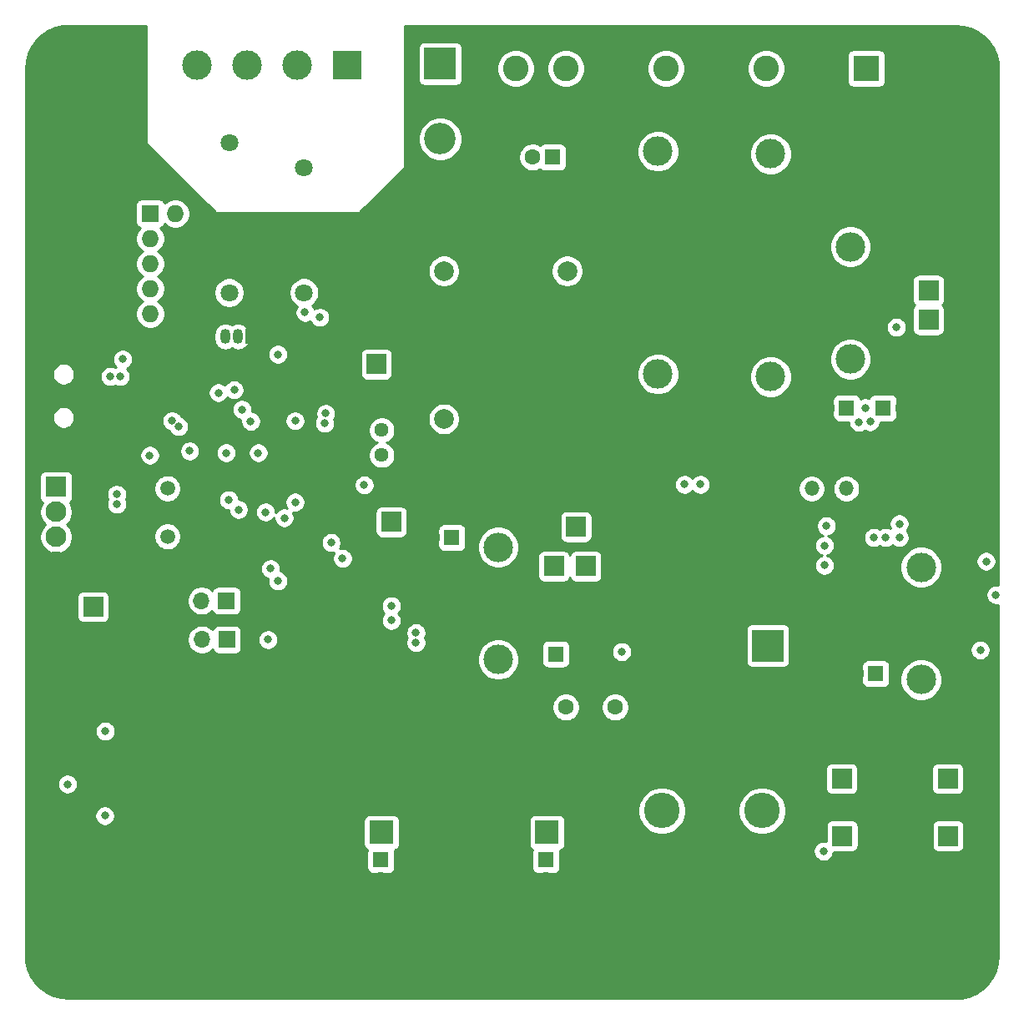
<source format=gbr>
G04 #@! TF.GenerationSoftware,KiCad,Pcbnew,5.1.5+dfsg1-2build2*
G04 #@! TF.CreationDate,2021-06-30T22:55:55+02:00*
G04 #@! TF.ProjectId,solar_mppt1,736f6c61-725f-46d7-9070-74312e6b6963,rev?*
G04 #@! TF.SameCoordinates,Original*
G04 #@! TF.FileFunction,Copper,L3,Inr*
G04 #@! TF.FilePolarity,Positive*
%FSLAX46Y46*%
G04 Gerber Fmt 4.6, Leading zero omitted, Abs format (unit mm)*
G04 Created by KiCad (PCBNEW 5.1.5+dfsg1-2build2) date 2021-06-30 22:55:55*
%MOMM*%
%LPD*%
G04 APERTURE LIST*
%ADD10R,2.000000X2.000000*%
%ADD11C,1.803400*%
%ADD12C,3.600000*%
%ADD13C,1.500000*%
%ADD14C,1.600000*%
%ADD15R,1.600000X1.600000*%
%ADD16C,3.000000*%
%ADD17R,3.000000X3.000000*%
%ADD18C,2.000000*%
%ADD19O,3.000000X3.000000*%
%ADD20C,2.100000*%
%ADD21R,2.100000X2.100000*%
%ADD22O,3.200000X3.200000*%
%ADD23R,3.200000X3.200000*%
%ADD24O,1.727200X1.727200*%
%ADD25R,1.727200X1.727200*%
%ADD26C,2.400000*%
%ADD27R,2.400000X2.400000*%
%ADD28O,1.500000X1.500000*%
%ADD29C,0.800000*%
%ADD30C,6.400000*%
%ADD31C,2.600000*%
%ADD32R,2.600000X2.600000*%
%ADD33O,1.700000X1.700000*%
%ADD34R,1.700000X1.700000*%
%ADD35R,1.050000X1.500000*%
%ADD36O,1.050000X1.500000*%
%ADD37C,1.440000*%
%ADD38C,0.254000*%
G04 APERTURE END LIST*
D10*
X38750000Y0D03*
X32750000Y-24500000D03*
X6200000Y-24600000D03*
X94750000Y10500000D03*
X56750000Y-23750000D03*
X94750000Y4500000D03*
X94750000Y7500000D03*
X10000000Y-24600000D03*
X59000000Y-16500000D03*
X40250000Y-16000000D03*
X56750000Y-20500000D03*
X60000000Y-20500000D03*
D11*
X23800000Y7260000D03*
X23800000Y22500000D03*
X31400000Y19960000D03*
X31400000Y7260000D03*
D12*
X67700000Y-45300000D03*
X77860000Y-45300000D03*
D13*
X17556000Y-17480000D03*
X17556000Y-12600000D03*
D14*
X92150000Y-4430000D03*
D15*
X90150000Y-4430000D03*
D16*
X30671000Y30359000D03*
X25591000Y30359000D03*
D17*
X35751000Y30359000D03*
D16*
X20511000Y30359000D03*
D14*
X39200000Y-52300000D03*
D15*
X39200000Y-50300000D03*
D18*
X96750000Y-52850000D03*
D10*
X96750000Y-47850000D03*
D18*
X85950000Y-37050000D03*
D10*
X85950000Y-42050000D03*
D18*
X86000000Y-52850000D03*
D10*
X86000000Y-47850000D03*
D18*
X96700000Y-37050000D03*
D10*
X96700000Y-42050000D03*
D19*
X51094000Y-18562000D03*
D16*
X51094000Y-29962000D03*
X67310000Y21600000D03*
X67310000Y-1000000D03*
X78740000Y21330000D03*
X78740000Y-1270000D03*
D20*
X6248000Y-20077000D03*
X6248000Y-17537000D03*
X6248000Y-14997000D03*
D21*
X6248000Y-12457000D03*
D18*
X58090000Y-5554000D03*
X45590000Y-5554000D03*
X45590000Y9446000D03*
X58090000Y9446000D03*
D22*
X83530000Y-28550000D03*
D23*
X78450000Y-28550000D03*
D24*
X18340000Y5120000D03*
X15800000Y5120000D03*
X18340000Y7660000D03*
X15800000Y7660000D03*
X18340000Y10200000D03*
X15800000Y10200000D03*
X18340000Y12740000D03*
X15800000Y12740000D03*
X18340000Y15280000D03*
D25*
X15800000Y15280000D03*
D22*
X45212000Y22860000D03*
D23*
X45212000Y30480000D03*
D14*
X54600000Y21000000D03*
D15*
X56600000Y21000000D03*
D14*
X44400000Y-17600000D03*
D15*
X46400000Y-17600000D03*
D14*
X56950000Y-27400000D03*
D15*
X56950000Y-29400000D03*
D14*
X87400000Y-31400000D03*
D15*
X89400000Y-31400000D03*
D14*
X62950000Y-34800000D03*
X57950000Y-34800000D03*
D26*
X39262000Y-54998000D03*
D27*
X39262000Y-47498000D03*
D26*
X56050000Y-54998000D03*
D27*
X56050000Y-47498000D03*
D14*
X55950000Y-52300000D03*
D15*
X55950000Y-50300000D03*
D14*
X84450000Y-4430000D03*
D15*
X86450000Y-4430000D03*
D28*
X86412000Y-12618000D03*
X82912000Y-12618000D03*
D29*
X99197056Y31697056D03*
X97500000Y32400000D03*
X95802944Y31697056D03*
X95100000Y30000000D03*
X95802944Y28302944D03*
X97500000Y27600000D03*
X99197056Y28302944D03*
X99900000Y30000000D03*
D30*
X97500000Y30000000D03*
D29*
X99197056Y-58302944D03*
X97500000Y-57600000D03*
X95802944Y-58302944D03*
X95100000Y-60000000D03*
X95802944Y-61697056D03*
X97500000Y-62400000D03*
X99197056Y-61697056D03*
X99900000Y-60000000D03*
D30*
X97500000Y-60000000D03*
D29*
X9197056Y31697056D03*
X7500000Y32400000D03*
X5802944Y31697056D03*
X5100000Y30000000D03*
X5802944Y28302944D03*
X7500000Y27600000D03*
X9197056Y28302944D03*
X9900000Y30000000D03*
D30*
X7500000Y30000000D03*
D29*
X9197056Y-58302944D03*
X7500000Y-57600000D03*
X5802944Y-58302944D03*
X5100000Y-60000000D03*
X5802944Y-61697056D03*
X7500000Y-62400000D03*
X9197056Y-61697056D03*
X9900000Y-60000000D03*
D30*
X7500000Y-60000000D03*
D31*
X52880000Y30000000D03*
X57960000Y30000000D03*
X63040000Y30000000D03*
X68120000Y30000000D03*
X73200000Y30000000D03*
X78280000Y30000000D03*
X83360000Y30000000D03*
D32*
X88440000Y30000000D03*
D33*
X18460000Y-24000000D03*
X21000000Y-24000000D03*
D34*
X23540000Y-24000000D03*
D33*
X18500000Y-27940000D03*
X21040000Y-27940000D03*
D34*
X23580000Y-27940000D03*
D35*
X25970000Y2800000D03*
D36*
X23430000Y2800000D03*
X24700000Y2800000D03*
D19*
X94000000Y-32000000D03*
D16*
X94000000Y-20600000D03*
D19*
X86823000Y11910000D03*
D16*
X86823000Y510000D03*
D37*
X39286000Y-6686000D03*
X39286000Y-9226000D03*
X39286000Y-11766000D03*
D29*
X92200000Y6400000D03*
X90200000Y6400000D03*
X80600000Y-22000000D03*
X76600000Y-15000000D03*
X76600000Y-19800000D03*
X79000000Y-20600000D03*
X82000000Y-15400000D03*
X79600000Y-15400000D03*
X91050000Y-9280000D03*
X91050000Y-8280000D03*
X91050000Y-7280000D03*
X91390685Y-6320685D03*
X93062500Y-9517500D03*
X7446000Y-53754000D03*
X7380000Y-32220000D03*
X60000000Y-27400000D03*
X62600000Y-27400000D03*
X47400000Y-27400000D03*
X47400000Y-29200000D03*
X45800000Y-19400000D03*
X11600000Y-4800000D03*
X9600000Y-5800000D03*
X4200000Y-5800000D03*
X4200000Y-600000D03*
X9800000Y-400000D03*
X27200000Y-1400000D03*
X88000000Y-14400000D03*
X71200000Y-27000000D03*
X71200000Y-26000000D03*
X71200000Y-25000000D03*
X71200000Y-24000000D03*
X73800000Y-24000000D03*
X73800000Y-25000000D03*
X73800000Y-26000000D03*
X73800000Y-27000000D03*
X71200000Y-28200000D03*
X72500000Y-28400000D03*
X73800000Y-28200000D03*
X71200000Y-23000000D03*
X72500000Y-23000000D03*
X73800000Y-23000000D03*
X98400000Y-26400000D03*
X97200000Y-23400000D03*
X97200000Y-21600000D03*
X98400000Y-29000000D03*
X99000000Y-32600000D03*
X101400000Y-33000000D03*
X73400000Y-12200000D03*
X16800000Y-14900000D03*
X14200000Y-14900000D03*
X42800000Y-17600000D03*
X56000000Y-5500000D03*
X56000000Y-4500000D03*
X56000000Y-3500000D03*
X57000000Y-3500000D03*
X58000000Y-3500000D03*
X59000000Y-3500000D03*
X60000000Y-3500000D03*
X60000000Y-4500000D03*
X60000000Y-5500000D03*
X60000000Y-6500000D03*
X60000000Y-7500000D03*
X59000000Y-7500000D03*
X58000000Y-7500000D03*
X57000000Y-7500000D03*
X56000000Y-7500000D03*
X56000000Y-6500000D03*
X7500000Y14500000D03*
X6000000Y16000000D03*
X61750000Y-23750000D03*
X91200000Y6400000D03*
X91900000Y10700000D03*
X93200000Y9400000D03*
X20800000Y-20800000D03*
X23750000Y-11750000D03*
X24500000Y-12500000D03*
X36750000Y-16750000D03*
X31500000Y-16500000D03*
X65600000Y33600000D03*
X66600000Y33600000D03*
X67600000Y33600000D03*
X68600000Y33600000D03*
X69600000Y33600000D03*
X70600000Y33600000D03*
X71600000Y33600000D03*
X73600000Y33600000D03*
X74600000Y33600000D03*
X75600000Y33600000D03*
X76600000Y33600000D03*
X77600000Y33600000D03*
X78600000Y33600000D03*
X79600000Y33600000D03*
X80600000Y33600000D03*
X81600000Y33600000D03*
X82600000Y33600000D03*
X83600000Y33600000D03*
X84600000Y33600000D03*
X85600000Y33600000D03*
X86600000Y33600000D03*
X87600000Y33600000D03*
X88600000Y33600000D03*
X89600000Y33600000D03*
X90600000Y33600000D03*
X91600000Y33600000D03*
X92600000Y33600000D03*
X72600000Y33600000D03*
X41502000Y-54998000D03*
X41502000Y-54998000D03*
X37000000Y-55000000D03*
X54002000Y-54998000D03*
X58002000Y-54998000D03*
X54350000Y-52150000D03*
X40850000Y-52150000D03*
X88150000Y-52850000D03*
X84675000Y-54175000D03*
X94650000Y-52850000D03*
X99000000Y-53000000D03*
X99000000Y-52000000D03*
X86000000Y-50500000D03*
X83500000Y-26000000D03*
X86000000Y-28500000D03*
X83530000Y-30970000D03*
X84500000Y-26000000D03*
X85500000Y-26000000D03*
X86000000Y-27500000D03*
X43500000Y-23500000D03*
X51500000Y-24500000D03*
X88000000Y-37000000D03*
X88000000Y-36000000D03*
X88000000Y-35000000D03*
X87000000Y-35000000D03*
X86000000Y-35000000D03*
X85000000Y-35000000D03*
X84000000Y-37000000D03*
X84000000Y-36000000D03*
X84000000Y-38000000D03*
X84000000Y-39000000D03*
X85000000Y-39000000D03*
X86000000Y-39000000D03*
X87000000Y-39000000D03*
X88000000Y-39000000D03*
X88000000Y-38000000D03*
X84000000Y-35000000D03*
X97000000Y-39000000D03*
X96000000Y-39000000D03*
X95000000Y-39000000D03*
X95000000Y-38000000D03*
X95000000Y-37000000D03*
X95000000Y-36000000D03*
X98500000Y-36000000D03*
X98500000Y-37000000D03*
X98500000Y-38000000D03*
X98000000Y-39000000D03*
X98000000Y-35000000D03*
X97000000Y-35000000D03*
X96000000Y-35000000D03*
X95000000Y-35000000D03*
X96750000Y-26250000D03*
X85000000Y28000000D03*
X84000000Y28000000D03*
X83000000Y28000000D03*
X82000000Y28000000D03*
X81000000Y28000000D03*
X76000000Y28000000D03*
X75000000Y28000000D03*
X74000000Y28000000D03*
X73000000Y28000000D03*
X72000000Y28000000D03*
X71000000Y28000000D03*
X66000000Y28000000D03*
X65000000Y28000000D03*
X64000000Y28000000D03*
X63000000Y28000000D03*
X61000000Y28000000D03*
X60000000Y28000000D03*
X62000000Y28000000D03*
X34990000Y-9960000D03*
X16250000Y-10750000D03*
X60000000Y-45000000D03*
X60000000Y-50000000D03*
X65000000Y-50000000D03*
X70000000Y-50000000D03*
X75000000Y-50000000D03*
X75000000Y-45000000D03*
X75001633Y-54998367D03*
X70000979Y-54999021D03*
X65000326Y-54999674D03*
X60001111Y-54998889D03*
X80002000Y-54998000D03*
X45002000Y-54998000D03*
X50002000Y-54998000D03*
X30500000Y-14000000D03*
X84100000Y-49400000D03*
X37500000Y-12250000D03*
X100600000Y-20000000D03*
X101600000Y-23400000D03*
X42750000Y-27250000D03*
X42750000Y-28250000D03*
X84400000Y-16400000D03*
X84200000Y-18400000D03*
X84200000Y-20400000D03*
X87700000Y-5880000D03*
X88350000Y-4430000D03*
X88837500Y-5842500D03*
X63614750Y-29175000D03*
X100000000Y-29000000D03*
X33600000Y-5000000D03*
X30500000Y-5750000D03*
X91800000Y-16200000D03*
X91800000Y-17600000D03*
X89200000Y-17600000D03*
X90400000Y-17600000D03*
X7400000Y-42600000D03*
X71600000Y-12200000D03*
X70000000Y-12200000D03*
X11200000Y-45800000D03*
X11231000Y-37231000D03*
X13000000Y500000D03*
X18000000Y-5750000D03*
X34149000Y-18101000D03*
X35300000Y-19700000D03*
X12400000Y-13200000D03*
X12400000Y-14200000D03*
X18675000Y-6325000D03*
X15750000Y-9250000D03*
X27500000Y-15000000D03*
X29400000Y-15600000D03*
X24308000Y-2600000D03*
X19800000Y-8800000D03*
X25100000Y-4600000D03*
X22700000Y-2900000D03*
X26000000Y-5800000D03*
X28750000Y-22000000D03*
X40250000Y-26000000D03*
X28000000Y-20750000D03*
X40250000Y-24500000D03*
X23750000Y-13750000D03*
X31500000Y5250000D03*
X23500000Y-9000000D03*
X91500000Y3750000D03*
X28750000Y1000000D03*
X24750000Y-14750000D03*
X33000000Y4750000D03*
X26750000Y-9000000D03*
X11750000Y-1250000D03*
X12750000Y-1250000D03*
X33500000Y-6000000D03*
X27750000Y-27940000D03*
D38*
G36*
X15373000Y22500000D02*
G01*
X15375440Y22475224D01*
X15382667Y22451399D01*
X15394403Y22429443D01*
X15410197Y22410197D01*
X22410197Y15410197D01*
X22429443Y15394403D01*
X22451399Y15382667D01*
X22475224Y15375440D01*
X22500000Y15373000D01*
X37000000Y15373000D01*
X37024776Y15375440D01*
X37048601Y15382667D01*
X37070557Y15394403D01*
X37089803Y15410197D01*
X41589803Y19910197D01*
X41605597Y19929443D01*
X41617333Y19951399D01*
X41624560Y19975224D01*
X41627000Y20000000D01*
X41627000Y23080128D01*
X42977000Y23080128D01*
X42977000Y22639872D01*
X43062890Y22208075D01*
X43231369Y21801331D01*
X43475962Y21435271D01*
X43787271Y21123962D01*
X44153331Y20879369D01*
X44560075Y20710890D01*
X44991872Y20625000D01*
X45432128Y20625000D01*
X45863925Y20710890D01*
X46270669Y20879369D01*
X46636729Y21123962D01*
X46654102Y21141335D01*
X53165000Y21141335D01*
X53165000Y20858665D01*
X53220147Y20581426D01*
X53328320Y20320273D01*
X53485363Y20085241D01*
X53685241Y19885363D01*
X53920273Y19728320D01*
X54181426Y19620147D01*
X54458665Y19565000D01*
X54741335Y19565000D01*
X55018574Y19620147D01*
X55279727Y19728320D01*
X55335210Y19765393D01*
X55348815Y19748815D01*
X55445506Y19669463D01*
X55555820Y19610498D01*
X55675518Y19574188D01*
X55800000Y19561928D01*
X57400000Y19561928D01*
X57524482Y19574188D01*
X57644180Y19610498D01*
X57754494Y19669463D01*
X57851185Y19748815D01*
X57930537Y19845506D01*
X57989502Y19955820D01*
X58025812Y20075518D01*
X58038072Y20200000D01*
X58038072Y21800000D01*
X58037060Y21810279D01*
X65175000Y21810279D01*
X65175000Y21389721D01*
X65257047Y20977244D01*
X65417988Y20588698D01*
X65651637Y20239017D01*
X65949017Y19941637D01*
X66298698Y19707988D01*
X66687244Y19547047D01*
X67099721Y19465000D01*
X67520279Y19465000D01*
X67932756Y19547047D01*
X68321302Y19707988D01*
X68670983Y19941637D01*
X68968363Y20239017D01*
X69202012Y20588698D01*
X69362953Y20977244D01*
X69445000Y21389721D01*
X69445000Y21540279D01*
X76605000Y21540279D01*
X76605000Y21119721D01*
X76687047Y20707244D01*
X76847988Y20318698D01*
X77081637Y19969017D01*
X77379017Y19671637D01*
X77728698Y19437988D01*
X78117244Y19277047D01*
X78529721Y19195000D01*
X78950279Y19195000D01*
X79362756Y19277047D01*
X79751302Y19437988D01*
X80100983Y19671637D01*
X80398363Y19969017D01*
X80632012Y20318698D01*
X80792953Y20707244D01*
X80875000Y21119721D01*
X80875000Y21540279D01*
X80792953Y21952756D01*
X80632012Y22341302D01*
X80398363Y22690983D01*
X80100983Y22988363D01*
X79751302Y23222012D01*
X79362756Y23382953D01*
X78950279Y23465000D01*
X78529721Y23465000D01*
X78117244Y23382953D01*
X77728698Y23222012D01*
X77379017Y22988363D01*
X77081637Y22690983D01*
X76847988Y22341302D01*
X76687047Y21952756D01*
X76605000Y21540279D01*
X69445000Y21540279D01*
X69445000Y21810279D01*
X69362953Y22222756D01*
X69202012Y22611302D01*
X68968363Y22960983D01*
X68670983Y23258363D01*
X68321302Y23492012D01*
X67932756Y23652953D01*
X67520279Y23735000D01*
X67099721Y23735000D01*
X66687244Y23652953D01*
X66298698Y23492012D01*
X65949017Y23258363D01*
X65651637Y22960983D01*
X65417988Y22611302D01*
X65257047Y22222756D01*
X65175000Y21810279D01*
X58037060Y21810279D01*
X58025812Y21924482D01*
X57989502Y22044180D01*
X57930537Y22154494D01*
X57851185Y22251185D01*
X57754494Y22330537D01*
X57644180Y22389502D01*
X57524482Y22425812D01*
X57400000Y22438072D01*
X55800000Y22438072D01*
X55675518Y22425812D01*
X55555820Y22389502D01*
X55445506Y22330537D01*
X55348815Y22251185D01*
X55335210Y22234607D01*
X55279727Y22271680D01*
X55018574Y22379853D01*
X54741335Y22435000D01*
X54458665Y22435000D01*
X54181426Y22379853D01*
X53920273Y22271680D01*
X53685241Y22114637D01*
X53485363Y21914759D01*
X53328320Y21679727D01*
X53220147Y21418574D01*
X53165000Y21141335D01*
X46654102Y21141335D01*
X46948038Y21435271D01*
X47192631Y21801331D01*
X47361110Y22208075D01*
X47447000Y22639872D01*
X47447000Y23080128D01*
X47361110Y23511925D01*
X47192631Y23918669D01*
X46948038Y24284729D01*
X46636729Y24596038D01*
X46270669Y24840631D01*
X45863925Y25009110D01*
X45432128Y25095000D01*
X44991872Y25095000D01*
X44560075Y25009110D01*
X44153331Y24840631D01*
X43787271Y24596038D01*
X43475962Y24284729D01*
X43231369Y23918669D01*
X43062890Y23511925D01*
X42977000Y23080128D01*
X41627000Y23080128D01*
X41627000Y32080000D01*
X42973928Y32080000D01*
X42973928Y28880000D01*
X42986188Y28755518D01*
X43022498Y28635820D01*
X43081463Y28525506D01*
X43160815Y28428815D01*
X43257506Y28349463D01*
X43367820Y28290498D01*
X43487518Y28254188D01*
X43612000Y28241928D01*
X46812000Y28241928D01*
X46936482Y28254188D01*
X47056180Y28290498D01*
X47166494Y28349463D01*
X47263185Y28428815D01*
X47342537Y28525506D01*
X47401502Y28635820D01*
X47437812Y28755518D01*
X47450072Y28880000D01*
X47450072Y30190581D01*
X50945000Y30190581D01*
X50945000Y29809419D01*
X51019361Y29435581D01*
X51165225Y29083434D01*
X51376987Y28766509D01*
X51646509Y28496987D01*
X51963434Y28285225D01*
X52315581Y28139361D01*
X52689419Y28065000D01*
X53070581Y28065000D01*
X53444419Y28139361D01*
X53796566Y28285225D01*
X54113491Y28496987D01*
X54383013Y28766509D01*
X54594775Y29083434D01*
X54740639Y29435581D01*
X54815000Y29809419D01*
X54815000Y30190581D01*
X56025000Y30190581D01*
X56025000Y29809419D01*
X56099361Y29435581D01*
X56245225Y29083434D01*
X56456987Y28766509D01*
X56726509Y28496987D01*
X57043434Y28285225D01*
X57395581Y28139361D01*
X57769419Y28065000D01*
X58150581Y28065000D01*
X58524419Y28139361D01*
X58876566Y28285225D01*
X59193491Y28496987D01*
X59463013Y28766509D01*
X59674775Y29083434D01*
X59820639Y29435581D01*
X59895000Y29809419D01*
X59895000Y30190581D01*
X66185000Y30190581D01*
X66185000Y29809419D01*
X66259361Y29435581D01*
X66405225Y29083434D01*
X66616987Y28766509D01*
X66886509Y28496987D01*
X67203434Y28285225D01*
X67555581Y28139361D01*
X67929419Y28065000D01*
X68310581Y28065000D01*
X68684419Y28139361D01*
X69036566Y28285225D01*
X69353491Y28496987D01*
X69623013Y28766509D01*
X69834775Y29083434D01*
X69980639Y29435581D01*
X70055000Y29809419D01*
X70055000Y30190581D01*
X76345000Y30190581D01*
X76345000Y29809419D01*
X76419361Y29435581D01*
X76565225Y29083434D01*
X76776987Y28766509D01*
X77046509Y28496987D01*
X77363434Y28285225D01*
X77715581Y28139361D01*
X78089419Y28065000D01*
X78470581Y28065000D01*
X78844419Y28139361D01*
X79196566Y28285225D01*
X79513491Y28496987D01*
X79783013Y28766509D01*
X79994775Y29083434D01*
X80140639Y29435581D01*
X80215000Y29809419D01*
X80215000Y30190581D01*
X80140639Y30564419D01*
X79994775Y30916566D01*
X79783013Y31233491D01*
X79716504Y31300000D01*
X86501928Y31300000D01*
X86501928Y28700000D01*
X86514188Y28575518D01*
X86550498Y28455820D01*
X86609463Y28345506D01*
X86688815Y28248815D01*
X86785506Y28169463D01*
X86895820Y28110498D01*
X87015518Y28074188D01*
X87140000Y28061928D01*
X89740000Y28061928D01*
X89864482Y28074188D01*
X89984180Y28110498D01*
X90094494Y28169463D01*
X90191185Y28248815D01*
X90270537Y28345506D01*
X90329502Y28455820D01*
X90365812Y28575518D01*
X90378072Y28700000D01*
X90378072Y31300000D01*
X90365812Y31424482D01*
X90329502Y31544180D01*
X90270537Y31654494D01*
X90191185Y31751185D01*
X90094494Y31830537D01*
X89984180Y31889502D01*
X89864482Y31925812D01*
X89740000Y31938072D01*
X87140000Y31938072D01*
X87015518Y31925812D01*
X86895820Y31889502D01*
X86785506Y31830537D01*
X86688815Y31751185D01*
X86609463Y31654494D01*
X86550498Y31544180D01*
X86514188Y31424482D01*
X86501928Y31300000D01*
X79716504Y31300000D01*
X79513491Y31503013D01*
X79196566Y31714775D01*
X78844419Y31860639D01*
X78470581Y31935000D01*
X78089419Y31935000D01*
X77715581Y31860639D01*
X77363434Y31714775D01*
X77046509Y31503013D01*
X76776987Y31233491D01*
X76565225Y30916566D01*
X76419361Y30564419D01*
X76345000Y30190581D01*
X70055000Y30190581D01*
X69980639Y30564419D01*
X69834775Y30916566D01*
X69623013Y31233491D01*
X69353491Y31503013D01*
X69036566Y31714775D01*
X68684419Y31860639D01*
X68310581Y31935000D01*
X67929419Y31935000D01*
X67555581Y31860639D01*
X67203434Y31714775D01*
X66886509Y31503013D01*
X66616987Y31233491D01*
X66405225Y30916566D01*
X66259361Y30564419D01*
X66185000Y30190581D01*
X59895000Y30190581D01*
X59820639Y30564419D01*
X59674775Y30916566D01*
X59463013Y31233491D01*
X59193491Y31503013D01*
X58876566Y31714775D01*
X58524419Y31860639D01*
X58150581Y31935000D01*
X57769419Y31935000D01*
X57395581Y31860639D01*
X57043434Y31714775D01*
X56726509Y31503013D01*
X56456987Y31233491D01*
X56245225Y30916566D01*
X56099361Y30564419D01*
X56025000Y30190581D01*
X54815000Y30190581D01*
X54740639Y30564419D01*
X54594775Y30916566D01*
X54383013Y31233491D01*
X54113491Y31503013D01*
X53796566Y31714775D01*
X53444419Y31860639D01*
X53070581Y31935000D01*
X52689419Y31935000D01*
X52315581Y31860639D01*
X51963434Y31714775D01*
X51646509Y31503013D01*
X51376987Y31233491D01*
X51165225Y30916566D01*
X51019361Y30564419D01*
X50945000Y30190581D01*
X47450072Y30190581D01*
X47450072Y32080000D01*
X47437812Y32204482D01*
X47401502Y32324180D01*
X47342537Y32434494D01*
X47263185Y32531185D01*
X47166494Y32610537D01*
X47056180Y32669502D01*
X46936482Y32705812D01*
X46812000Y32718072D01*
X43612000Y32718072D01*
X43487518Y32705812D01*
X43367820Y32669502D01*
X43257506Y32610537D01*
X43160815Y32531185D01*
X43081463Y32434494D01*
X43022498Y32324180D01*
X42986188Y32204482D01*
X42973928Y32080000D01*
X41627000Y32080000D01*
X41627000Y34340000D01*
X97470608Y34340000D01*
X98268083Y34268827D01*
X99011891Y34065344D01*
X99707905Y33733362D01*
X100334130Y33283374D01*
X100870777Y32729597D01*
X101300871Y32089549D01*
X101610829Y31383447D01*
X101792065Y30628543D01*
X101840001Y29975780D01*
X101840000Y-22392462D01*
X101701939Y-22365000D01*
X101498061Y-22365000D01*
X101298102Y-22404774D01*
X101109744Y-22482795D01*
X100940226Y-22596063D01*
X100796063Y-22740226D01*
X100682795Y-22909744D01*
X100604774Y-23098102D01*
X100565000Y-23298061D01*
X100565000Y-23501939D01*
X100604774Y-23701898D01*
X100682795Y-23890256D01*
X100796063Y-24059774D01*
X100940226Y-24203937D01*
X101109744Y-24317205D01*
X101298102Y-24395226D01*
X101498061Y-24435000D01*
X101701939Y-24435000D01*
X101840000Y-24407538D01*
X101840000Y-59970608D01*
X101768827Y-60768083D01*
X101565344Y-61511890D01*
X101233363Y-62207904D01*
X100783374Y-62834130D01*
X100229597Y-63370777D01*
X99589549Y-63800871D01*
X98883447Y-64110829D01*
X98128543Y-64292065D01*
X97475793Y-64340000D01*
X7529392Y-64340000D01*
X6731917Y-64268827D01*
X5988110Y-64065344D01*
X5292096Y-63733363D01*
X4665870Y-63283374D01*
X4129223Y-62729597D01*
X3699129Y-62089549D01*
X3389171Y-61383447D01*
X3207935Y-60628543D01*
X3160000Y-59975793D01*
X3160000Y-45698061D01*
X10165000Y-45698061D01*
X10165000Y-45901939D01*
X10204774Y-46101898D01*
X10282795Y-46290256D01*
X10396063Y-46459774D01*
X10540226Y-46603937D01*
X10709744Y-46717205D01*
X10898102Y-46795226D01*
X11098061Y-46835000D01*
X11301939Y-46835000D01*
X11501898Y-46795226D01*
X11690256Y-46717205D01*
X11859774Y-46603937D01*
X12003937Y-46459774D01*
X12112030Y-46298000D01*
X37423928Y-46298000D01*
X37423928Y-48698000D01*
X37436188Y-48822482D01*
X37472498Y-48942180D01*
X37531463Y-49052494D01*
X37610815Y-49149185D01*
X37707506Y-49228537D01*
X37803250Y-49279714D01*
X37774188Y-49375518D01*
X37761928Y-49500000D01*
X37761928Y-51100000D01*
X37774188Y-51224482D01*
X37810498Y-51344180D01*
X37869463Y-51454494D01*
X37948815Y-51551185D01*
X38045506Y-51630537D01*
X38155820Y-51689502D01*
X38275518Y-51725812D01*
X38400000Y-51738072D01*
X40000000Y-51738072D01*
X40124482Y-51725812D01*
X40244180Y-51689502D01*
X40354494Y-51630537D01*
X40451185Y-51551185D01*
X40530537Y-51454494D01*
X40589502Y-51344180D01*
X40625812Y-51224482D01*
X40638072Y-51100000D01*
X40638072Y-49500000D01*
X40625812Y-49375518D01*
X40608135Y-49317244D01*
X40706180Y-49287502D01*
X40816494Y-49228537D01*
X40913185Y-49149185D01*
X40992537Y-49052494D01*
X41051502Y-48942180D01*
X41087812Y-48822482D01*
X41100072Y-48698000D01*
X41100072Y-46298000D01*
X54211928Y-46298000D01*
X54211928Y-48698000D01*
X54224188Y-48822482D01*
X54260498Y-48942180D01*
X54319463Y-49052494D01*
X54398815Y-49149185D01*
X54495506Y-49228537D01*
X54558552Y-49262236D01*
X54524188Y-49375518D01*
X54511928Y-49500000D01*
X54511928Y-51100000D01*
X54524188Y-51224482D01*
X54560498Y-51344180D01*
X54619463Y-51454494D01*
X54698815Y-51551185D01*
X54795506Y-51630537D01*
X54905820Y-51689502D01*
X55025518Y-51725812D01*
X55150000Y-51738072D01*
X56750000Y-51738072D01*
X56874482Y-51725812D01*
X56994180Y-51689502D01*
X57104494Y-51630537D01*
X57201185Y-51551185D01*
X57280537Y-51454494D01*
X57339502Y-51344180D01*
X57375812Y-51224482D01*
X57388072Y-51100000D01*
X57388072Y-49500000D01*
X57375812Y-49375518D01*
X57360544Y-49325185D01*
X57374482Y-49323812D01*
X57459371Y-49298061D01*
X83065000Y-49298061D01*
X83065000Y-49501939D01*
X83104774Y-49701898D01*
X83182795Y-49890256D01*
X83296063Y-50059774D01*
X83440226Y-50203937D01*
X83609744Y-50317205D01*
X83798102Y-50395226D01*
X83998061Y-50435000D01*
X84201939Y-50435000D01*
X84401898Y-50395226D01*
X84590256Y-50317205D01*
X84759774Y-50203937D01*
X84903937Y-50059774D01*
X85017205Y-49890256D01*
X85095226Y-49701898D01*
X85135000Y-49501939D01*
X85135000Y-49488072D01*
X87000000Y-49488072D01*
X87124482Y-49475812D01*
X87244180Y-49439502D01*
X87354494Y-49380537D01*
X87451185Y-49301185D01*
X87530537Y-49204494D01*
X87589502Y-49094180D01*
X87625812Y-48974482D01*
X87638072Y-48850000D01*
X87638072Y-46850000D01*
X95111928Y-46850000D01*
X95111928Y-48850000D01*
X95124188Y-48974482D01*
X95160498Y-49094180D01*
X95219463Y-49204494D01*
X95298815Y-49301185D01*
X95395506Y-49380537D01*
X95505820Y-49439502D01*
X95625518Y-49475812D01*
X95750000Y-49488072D01*
X97750000Y-49488072D01*
X97874482Y-49475812D01*
X97994180Y-49439502D01*
X98104494Y-49380537D01*
X98201185Y-49301185D01*
X98280537Y-49204494D01*
X98339502Y-49094180D01*
X98375812Y-48974482D01*
X98388072Y-48850000D01*
X98388072Y-46850000D01*
X98375812Y-46725518D01*
X98339502Y-46605820D01*
X98280537Y-46495506D01*
X98201185Y-46398815D01*
X98104494Y-46319463D01*
X97994180Y-46260498D01*
X97874482Y-46224188D01*
X97750000Y-46211928D01*
X95750000Y-46211928D01*
X95625518Y-46224188D01*
X95505820Y-46260498D01*
X95395506Y-46319463D01*
X95298815Y-46398815D01*
X95219463Y-46495506D01*
X95160498Y-46605820D01*
X95124188Y-46725518D01*
X95111928Y-46850000D01*
X87638072Y-46850000D01*
X87625812Y-46725518D01*
X87589502Y-46605820D01*
X87530537Y-46495506D01*
X87451185Y-46398815D01*
X87354494Y-46319463D01*
X87244180Y-46260498D01*
X87124482Y-46224188D01*
X87000000Y-46211928D01*
X85000000Y-46211928D01*
X84875518Y-46224188D01*
X84755820Y-46260498D01*
X84645506Y-46319463D01*
X84548815Y-46398815D01*
X84469463Y-46495506D01*
X84410498Y-46605820D01*
X84374188Y-46725518D01*
X84361928Y-46850000D01*
X84361928Y-48396824D01*
X84201939Y-48365000D01*
X83998061Y-48365000D01*
X83798102Y-48404774D01*
X83609744Y-48482795D01*
X83440226Y-48596063D01*
X83296063Y-48740226D01*
X83182795Y-48909744D01*
X83104774Y-49098102D01*
X83065000Y-49298061D01*
X57459371Y-49298061D01*
X57494180Y-49287502D01*
X57604494Y-49228537D01*
X57701185Y-49149185D01*
X57780537Y-49052494D01*
X57839502Y-48942180D01*
X57875812Y-48822482D01*
X57888072Y-48698000D01*
X57888072Y-46298000D01*
X57875812Y-46173518D01*
X57839502Y-46053820D01*
X57780537Y-45943506D01*
X57701185Y-45846815D01*
X57604494Y-45767463D01*
X57494180Y-45708498D01*
X57374482Y-45672188D01*
X57250000Y-45659928D01*
X54850000Y-45659928D01*
X54725518Y-45672188D01*
X54605820Y-45708498D01*
X54495506Y-45767463D01*
X54398815Y-45846815D01*
X54319463Y-45943506D01*
X54260498Y-46053820D01*
X54224188Y-46173518D01*
X54211928Y-46298000D01*
X41100072Y-46298000D01*
X41087812Y-46173518D01*
X41051502Y-46053820D01*
X40992537Y-45943506D01*
X40913185Y-45846815D01*
X40816494Y-45767463D01*
X40706180Y-45708498D01*
X40586482Y-45672188D01*
X40462000Y-45659928D01*
X38062000Y-45659928D01*
X37937518Y-45672188D01*
X37817820Y-45708498D01*
X37707506Y-45767463D01*
X37610815Y-45846815D01*
X37531463Y-45943506D01*
X37472498Y-46053820D01*
X37436188Y-46173518D01*
X37423928Y-46298000D01*
X12112030Y-46298000D01*
X12117205Y-46290256D01*
X12195226Y-46101898D01*
X12235000Y-45901939D01*
X12235000Y-45698061D01*
X12195226Y-45498102D01*
X12117205Y-45309744D01*
X12003937Y-45140226D01*
X11923884Y-45060173D01*
X65265000Y-45060173D01*
X65265000Y-45539827D01*
X65358576Y-46010263D01*
X65542131Y-46453405D01*
X65808612Y-46852222D01*
X66147778Y-47191388D01*
X66546595Y-47457869D01*
X66989737Y-47641424D01*
X67460173Y-47735000D01*
X67939827Y-47735000D01*
X68410263Y-47641424D01*
X68853405Y-47457869D01*
X69252222Y-47191388D01*
X69591388Y-46852222D01*
X69857869Y-46453405D01*
X70041424Y-46010263D01*
X70135000Y-45539827D01*
X70135000Y-45060173D01*
X75425000Y-45060173D01*
X75425000Y-45539827D01*
X75518576Y-46010263D01*
X75702131Y-46453405D01*
X75968612Y-46852222D01*
X76307778Y-47191388D01*
X76706595Y-47457869D01*
X77149737Y-47641424D01*
X77620173Y-47735000D01*
X78099827Y-47735000D01*
X78570263Y-47641424D01*
X79013405Y-47457869D01*
X79412222Y-47191388D01*
X79751388Y-46852222D01*
X80017869Y-46453405D01*
X80201424Y-46010263D01*
X80295000Y-45539827D01*
X80295000Y-45060173D01*
X80201424Y-44589737D01*
X80017869Y-44146595D01*
X79751388Y-43747778D01*
X79412222Y-43408612D01*
X79013405Y-43142131D01*
X78570263Y-42958576D01*
X78099827Y-42865000D01*
X77620173Y-42865000D01*
X77149737Y-42958576D01*
X76706595Y-43142131D01*
X76307778Y-43408612D01*
X75968612Y-43747778D01*
X75702131Y-44146595D01*
X75518576Y-44589737D01*
X75425000Y-45060173D01*
X70135000Y-45060173D01*
X70041424Y-44589737D01*
X69857869Y-44146595D01*
X69591388Y-43747778D01*
X69252222Y-43408612D01*
X68853405Y-43142131D01*
X68410263Y-42958576D01*
X67939827Y-42865000D01*
X67460173Y-42865000D01*
X66989737Y-42958576D01*
X66546595Y-43142131D01*
X66147778Y-43408612D01*
X65808612Y-43747778D01*
X65542131Y-44146595D01*
X65358576Y-44589737D01*
X65265000Y-45060173D01*
X11923884Y-45060173D01*
X11859774Y-44996063D01*
X11690256Y-44882795D01*
X11501898Y-44804774D01*
X11301939Y-44765000D01*
X11098061Y-44765000D01*
X10898102Y-44804774D01*
X10709744Y-44882795D01*
X10540226Y-44996063D01*
X10396063Y-45140226D01*
X10282795Y-45309744D01*
X10204774Y-45498102D01*
X10165000Y-45698061D01*
X3160000Y-45698061D01*
X3160000Y-42498061D01*
X6365000Y-42498061D01*
X6365000Y-42701939D01*
X6404774Y-42901898D01*
X6482795Y-43090256D01*
X6596063Y-43259774D01*
X6740226Y-43403937D01*
X6909744Y-43517205D01*
X7098102Y-43595226D01*
X7298061Y-43635000D01*
X7501939Y-43635000D01*
X7701898Y-43595226D01*
X7890256Y-43517205D01*
X8059774Y-43403937D01*
X8203937Y-43259774D01*
X8317205Y-43090256D01*
X8395226Y-42901898D01*
X8435000Y-42701939D01*
X8435000Y-42498061D01*
X8395226Y-42298102D01*
X8317205Y-42109744D01*
X8203937Y-41940226D01*
X8059774Y-41796063D01*
X7890256Y-41682795D01*
X7701898Y-41604774D01*
X7501939Y-41565000D01*
X7298061Y-41565000D01*
X7098102Y-41604774D01*
X6909744Y-41682795D01*
X6740226Y-41796063D01*
X6596063Y-41940226D01*
X6482795Y-42109744D01*
X6404774Y-42298102D01*
X6365000Y-42498061D01*
X3160000Y-42498061D01*
X3160000Y-41050000D01*
X84311928Y-41050000D01*
X84311928Y-43050000D01*
X84324188Y-43174482D01*
X84360498Y-43294180D01*
X84419463Y-43404494D01*
X84498815Y-43501185D01*
X84595506Y-43580537D01*
X84705820Y-43639502D01*
X84825518Y-43675812D01*
X84950000Y-43688072D01*
X86950000Y-43688072D01*
X87074482Y-43675812D01*
X87194180Y-43639502D01*
X87304494Y-43580537D01*
X87401185Y-43501185D01*
X87480537Y-43404494D01*
X87539502Y-43294180D01*
X87575812Y-43174482D01*
X87588072Y-43050000D01*
X87588072Y-41050000D01*
X95061928Y-41050000D01*
X95061928Y-43050000D01*
X95074188Y-43174482D01*
X95110498Y-43294180D01*
X95169463Y-43404494D01*
X95248815Y-43501185D01*
X95345506Y-43580537D01*
X95455820Y-43639502D01*
X95575518Y-43675812D01*
X95700000Y-43688072D01*
X97700000Y-43688072D01*
X97824482Y-43675812D01*
X97944180Y-43639502D01*
X98054494Y-43580537D01*
X98151185Y-43501185D01*
X98230537Y-43404494D01*
X98289502Y-43294180D01*
X98325812Y-43174482D01*
X98338072Y-43050000D01*
X98338072Y-41050000D01*
X98325812Y-40925518D01*
X98289502Y-40805820D01*
X98230537Y-40695506D01*
X98151185Y-40598815D01*
X98054494Y-40519463D01*
X97944180Y-40460498D01*
X97824482Y-40424188D01*
X97700000Y-40411928D01*
X95700000Y-40411928D01*
X95575518Y-40424188D01*
X95455820Y-40460498D01*
X95345506Y-40519463D01*
X95248815Y-40598815D01*
X95169463Y-40695506D01*
X95110498Y-40805820D01*
X95074188Y-40925518D01*
X95061928Y-41050000D01*
X87588072Y-41050000D01*
X87575812Y-40925518D01*
X87539502Y-40805820D01*
X87480537Y-40695506D01*
X87401185Y-40598815D01*
X87304494Y-40519463D01*
X87194180Y-40460498D01*
X87074482Y-40424188D01*
X86950000Y-40411928D01*
X84950000Y-40411928D01*
X84825518Y-40424188D01*
X84705820Y-40460498D01*
X84595506Y-40519463D01*
X84498815Y-40598815D01*
X84419463Y-40695506D01*
X84360498Y-40805820D01*
X84324188Y-40925518D01*
X84311928Y-41050000D01*
X3160000Y-41050000D01*
X3160000Y-37129061D01*
X10196000Y-37129061D01*
X10196000Y-37332939D01*
X10235774Y-37532898D01*
X10313795Y-37721256D01*
X10427063Y-37890774D01*
X10571226Y-38034937D01*
X10740744Y-38148205D01*
X10929102Y-38226226D01*
X11129061Y-38266000D01*
X11332939Y-38266000D01*
X11532898Y-38226226D01*
X11721256Y-38148205D01*
X11890774Y-38034937D01*
X12034937Y-37890774D01*
X12148205Y-37721256D01*
X12226226Y-37532898D01*
X12266000Y-37332939D01*
X12266000Y-37129061D01*
X12226226Y-36929102D01*
X12148205Y-36740744D01*
X12034937Y-36571226D01*
X11890774Y-36427063D01*
X11721256Y-36313795D01*
X11532898Y-36235774D01*
X11332939Y-36196000D01*
X11129061Y-36196000D01*
X10929102Y-36235774D01*
X10740744Y-36313795D01*
X10571226Y-36427063D01*
X10427063Y-36571226D01*
X10313795Y-36740744D01*
X10235774Y-36929102D01*
X10196000Y-37129061D01*
X3160000Y-37129061D01*
X3160000Y-34658665D01*
X56515000Y-34658665D01*
X56515000Y-34941335D01*
X56570147Y-35218574D01*
X56678320Y-35479727D01*
X56835363Y-35714759D01*
X57035241Y-35914637D01*
X57270273Y-36071680D01*
X57531426Y-36179853D01*
X57808665Y-36235000D01*
X58091335Y-36235000D01*
X58368574Y-36179853D01*
X58629727Y-36071680D01*
X58864759Y-35914637D01*
X59064637Y-35714759D01*
X59221680Y-35479727D01*
X59329853Y-35218574D01*
X59385000Y-34941335D01*
X59385000Y-34658665D01*
X61515000Y-34658665D01*
X61515000Y-34941335D01*
X61570147Y-35218574D01*
X61678320Y-35479727D01*
X61835363Y-35714759D01*
X62035241Y-35914637D01*
X62270273Y-36071680D01*
X62531426Y-36179853D01*
X62808665Y-36235000D01*
X63091335Y-36235000D01*
X63368574Y-36179853D01*
X63629727Y-36071680D01*
X63864759Y-35914637D01*
X64064637Y-35714759D01*
X64221680Y-35479727D01*
X64329853Y-35218574D01*
X64385000Y-34941335D01*
X64385000Y-34658665D01*
X64329853Y-34381426D01*
X64221680Y-34120273D01*
X64064637Y-33885241D01*
X63864759Y-33685363D01*
X63629727Y-33528320D01*
X63368574Y-33420147D01*
X63091335Y-33365000D01*
X62808665Y-33365000D01*
X62531426Y-33420147D01*
X62270273Y-33528320D01*
X62035241Y-33685363D01*
X61835363Y-33885241D01*
X61678320Y-34120273D01*
X61570147Y-34381426D01*
X61515000Y-34658665D01*
X59385000Y-34658665D01*
X59329853Y-34381426D01*
X59221680Y-34120273D01*
X59064637Y-33885241D01*
X58864759Y-33685363D01*
X58629727Y-33528320D01*
X58368574Y-33420147D01*
X58091335Y-33365000D01*
X57808665Y-33365000D01*
X57531426Y-33420147D01*
X57270273Y-33528320D01*
X57035241Y-33685363D01*
X56835363Y-33885241D01*
X56678320Y-34120273D01*
X56570147Y-34381426D01*
X56515000Y-34658665D01*
X3160000Y-34658665D01*
X3160000Y-29751721D01*
X48959000Y-29751721D01*
X48959000Y-30172279D01*
X49041047Y-30584756D01*
X49201988Y-30973302D01*
X49435637Y-31322983D01*
X49733017Y-31620363D01*
X50082698Y-31854012D01*
X50471244Y-32014953D01*
X50883721Y-32097000D01*
X51304279Y-32097000D01*
X51716756Y-32014953D01*
X52105302Y-31854012D01*
X52454983Y-31620363D01*
X52752363Y-31322983D01*
X52986012Y-30973302D01*
X53146953Y-30584756D01*
X53229000Y-30172279D01*
X53229000Y-29751721D01*
X53146953Y-29339244D01*
X52986012Y-28950698D01*
X52752363Y-28601017D01*
X52751346Y-28600000D01*
X55511928Y-28600000D01*
X55511928Y-30200000D01*
X55524188Y-30324482D01*
X55560498Y-30444180D01*
X55619463Y-30554494D01*
X55698815Y-30651185D01*
X55795506Y-30730537D01*
X55905820Y-30789502D01*
X56025518Y-30825812D01*
X56150000Y-30838072D01*
X57750000Y-30838072D01*
X57874482Y-30825812D01*
X57994180Y-30789502D01*
X58104494Y-30730537D01*
X58201185Y-30651185D01*
X58280537Y-30554494D01*
X58339502Y-30444180D01*
X58375812Y-30324482D01*
X58388072Y-30200000D01*
X58388072Y-29073061D01*
X62579750Y-29073061D01*
X62579750Y-29276939D01*
X62619524Y-29476898D01*
X62697545Y-29665256D01*
X62810813Y-29834774D01*
X62954976Y-29978937D01*
X63124494Y-30092205D01*
X63312852Y-30170226D01*
X63512811Y-30210000D01*
X63716689Y-30210000D01*
X63916648Y-30170226D01*
X64105006Y-30092205D01*
X64274524Y-29978937D01*
X64418687Y-29834774D01*
X64531955Y-29665256D01*
X64609976Y-29476898D01*
X64649750Y-29276939D01*
X64649750Y-29073061D01*
X64609976Y-28873102D01*
X64531955Y-28684744D01*
X64418687Y-28515226D01*
X64274524Y-28371063D01*
X64105006Y-28257795D01*
X63916648Y-28179774D01*
X63716689Y-28140000D01*
X63512811Y-28140000D01*
X63312852Y-28179774D01*
X63124494Y-28257795D01*
X62954976Y-28371063D01*
X62810813Y-28515226D01*
X62697545Y-28684744D01*
X62619524Y-28873102D01*
X62579750Y-29073061D01*
X58388072Y-29073061D01*
X58388072Y-28600000D01*
X58375812Y-28475518D01*
X58339502Y-28355820D01*
X58280537Y-28245506D01*
X58201185Y-28148815D01*
X58104494Y-28069463D01*
X57994180Y-28010498D01*
X57874482Y-27974188D01*
X57750000Y-27961928D01*
X56150000Y-27961928D01*
X56025518Y-27974188D01*
X55905820Y-28010498D01*
X55795506Y-28069463D01*
X55698815Y-28148815D01*
X55619463Y-28245506D01*
X55560498Y-28355820D01*
X55524188Y-28475518D01*
X55511928Y-28600000D01*
X52751346Y-28600000D01*
X52454983Y-28303637D01*
X52105302Y-28069988D01*
X51716756Y-27909047D01*
X51304279Y-27827000D01*
X50883721Y-27827000D01*
X50471244Y-27909047D01*
X50082698Y-28069988D01*
X49733017Y-28303637D01*
X49435637Y-28601017D01*
X49201988Y-28950698D01*
X49041047Y-29339244D01*
X48959000Y-29751721D01*
X3160000Y-29751721D01*
X3160000Y-27793740D01*
X19555000Y-27793740D01*
X19555000Y-28086260D01*
X19612068Y-28373158D01*
X19724010Y-28643411D01*
X19886525Y-28886632D01*
X20093368Y-29093475D01*
X20336589Y-29255990D01*
X20606842Y-29367932D01*
X20893740Y-29425000D01*
X21186260Y-29425000D01*
X21473158Y-29367932D01*
X21743411Y-29255990D01*
X21986632Y-29093475D01*
X22118487Y-28961620D01*
X22140498Y-29034180D01*
X22199463Y-29144494D01*
X22278815Y-29241185D01*
X22375506Y-29320537D01*
X22485820Y-29379502D01*
X22605518Y-29415812D01*
X22730000Y-29428072D01*
X24430000Y-29428072D01*
X24554482Y-29415812D01*
X24674180Y-29379502D01*
X24784494Y-29320537D01*
X24881185Y-29241185D01*
X24960537Y-29144494D01*
X25019502Y-29034180D01*
X25055812Y-28914482D01*
X25068072Y-28790000D01*
X25068072Y-27838061D01*
X26715000Y-27838061D01*
X26715000Y-28041939D01*
X26754774Y-28241898D01*
X26832795Y-28430256D01*
X26946063Y-28599774D01*
X27090226Y-28743937D01*
X27259744Y-28857205D01*
X27448102Y-28935226D01*
X27648061Y-28975000D01*
X27851939Y-28975000D01*
X28051898Y-28935226D01*
X28240256Y-28857205D01*
X28409774Y-28743937D01*
X28553937Y-28599774D01*
X28667205Y-28430256D01*
X28745226Y-28241898D01*
X28785000Y-28041939D01*
X28785000Y-27838061D01*
X28745226Y-27638102D01*
X28667205Y-27449744D01*
X28553937Y-27280226D01*
X28421772Y-27148061D01*
X41715000Y-27148061D01*
X41715000Y-27351939D01*
X41754774Y-27551898D01*
X41832795Y-27740256D01*
X41839306Y-27750000D01*
X41832795Y-27759744D01*
X41754774Y-27948102D01*
X41715000Y-28148061D01*
X41715000Y-28351939D01*
X41754774Y-28551898D01*
X41832795Y-28740256D01*
X41946063Y-28909774D01*
X42090226Y-29053937D01*
X42259744Y-29167205D01*
X42448102Y-29245226D01*
X42648061Y-29285000D01*
X42851939Y-29285000D01*
X43051898Y-29245226D01*
X43240256Y-29167205D01*
X43409774Y-29053937D01*
X43553937Y-28909774D01*
X43667205Y-28740256D01*
X43745226Y-28551898D01*
X43785000Y-28351939D01*
X43785000Y-28148061D01*
X43745226Y-27948102D01*
X43667205Y-27759744D01*
X43660694Y-27750000D01*
X43667205Y-27740256D01*
X43745226Y-27551898D01*
X43785000Y-27351939D01*
X43785000Y-27148061D01*
X43745604Y-26950000D01*
X76211928Y-26950000D01*
X76211928Y-30150000D01*
X76224188Y-30274482D01*
X76260498Y-30394180D01*
X76319463Y-30504494D01*
X76398815Y-30601185D01*
X76495506Y-30680537D01*
X76605820Y-30739502D01*
X76725518Y-30775812D01*
X76850000Y-30788072D01*
X80050000Y-30788072D01*
X80174482Y-30775812D01*
X80294180Y-30739502D01*
X80404494Y-30680537D01*
X80501185Y-30601185D01*
X80502157Y-30600000D01*
X87961928Y-30600000D01*
X87961928Y-32200000D01*
X87974188Y-32324482D01*
X88010498Y-32444180D01*
X88069463Y-32554494D01*
X88148815Y-32651185D01*
X88245506Y-32730537D01*
X88355820Y-32789502D01*
X88475518Y-32825812D01*
X88600000Y-32838072D01*
X90200000Y-32838072D01*
X90324482Y-32825812D01*
X90444180Y-32789502D01*
X90554494Y-32730537D01*
X90651185Y-32651185D01*
X90730537Y-32554494D01*
X90789502Y-32444180D01*
X90825812Y-32324482D01*
X90838072Y-32200000D01*
X90838072Y-31789721D01*
X91865000Y-31789721D01*
X91865000Y-32210279D01*
X91947047Y-32622756D01*
X92107988Y-33011302D01*
X92341637Y-33360983D01*
X92639017Y-33658363D01*
X92988698Y-33892012D01*
X93377244Y-34052953D01*
X93789721Y-34135000D01*
X94210279Y-34135000D01*
X94622756Y-34052953D01*
X95011302Y-33892012D01*
X95360983Y-33658363D01*
X95658363Y-33360983D01*
X95892012Y-33011302D01*
X96052953Y-32622756D01*
X96135000Y-32210279D01*
X96135000Y-31789721D01*
X96052953Y-31377244D01*
X95892012Y-30988698D01*
X95658363Y-30639017D01*
X95360983Y-30341637D01*
X95011302Y-30107988D01*
X94622756Y-29947047D01*
X94210279Y-29865000D01*
X93789721Y-29865000D01*
X93377244Y-29947047D01*
X92988698Y-30107988D01*
X92639017Y-30341637D01*
X92341637Y-30639017D01*
X92107988Y-30988698D01*
X91947047Y-31377244D01*
X91865000Y-31789721D01*
X90838072Y-31789721D01*
X90838072Y-30600000D01*
X90825812Y-30475518D01*
X90789502Y-30355820D01*
X90730537Y-30245506D01*
X90651185Y-30148815D01*
X90554494Y-30069463D01*
X90444180Y-30010498D01*
X90324482Y-29974188D01*
X90200000Y-29961928D01*
X88600000Y-29961928D01*
X88475518Y-29974188D01*
X88355820Y-30010498D01*
X88245506Y-30069463D01*
X88148815Y-30148815D01*
X88069463Y-30245506D01*
X88010498Y-30355820D01*
X87974188Y-30475518D01*
X87961928Y-30600000D01*
X80502157Y-30600000D01*
X80580537Y-30504494D01*
X80639502Y-30394180D01*
X80675812Y-30274482D01*
X80688072Y-30150000D01*
X80688072Y-28898061D01*
X98965000Y-28898061D01*
X98965000Y-29101939D01*
X99004774Y-29301898D01*
X99082795Y-29490256D01*
X99196063Y-29659774D01*
X99340226Y-29803937D01*
X99509744Y-29917205D01*
X99698102Y-29995226D01*
X99898061Y-30035000D01*
X100101939Y-30035000D01*
X100301898Y-29995226D01*
X100490256Y-29917205D01*
X100659774Y-29803937D01*
X100803937Y-29659774D01*
X100917205Y-29490256D01*
X100995226Y-29301898D01*
X101035000Y-29101939D01*
X101035000Y-28898061D01*
X100995226Y-28698102D01*
X100917205Y-28509744D01*
X100803937Y-28340226D01*
X100659774Y-28196063D01*
X100490256Y-28082795D01*
X100301898Y-28004774D01*
X100101939Y-27965000D01*
X99898061Y-27965000D01*
X99698102Y-28004774D01*
X99509744Y-28082795D01*
X99340226Y-28196063D01*
X99196063Y-28340226D01*
X99082795Y-28509744D01*
X99004774Y-28698102D01*
X98965000Y-28898061D01*
X80688072Y-28898061D01*
X80688072Y-26950000D01*
X80675812Y-26825518D01*
X80639502Y-26705820D01*
X80580537Y-26595506D01*
X80501185Y-26498815D01*
X80404494Y-26419463D01*
X80294180Y-26360498D01*
X80174482Y-26324188D01*
X80050000Y-26311928D01*
X76850000Y-26311928D01*
X76725518Y-26324188D01*
X76605820Y-26360498D01*
X76495506Y-26419463D01*
X76398815Y-26498815D01*
X76319463Y-26595506D01*
X76260498Y-26705820D01*
X76224188Y-26825518D01*
X76211928Y-26950000D01*
X43745604Y-26950000D01*
X43745226Y-26948102D01*
X43667205Y-26759744D01*
X43553937Y-26590226D01*
X43409774Y-26446063D01*
X43240256Y-26332795D01*
X43051898Y-26254774D01*
X42851939Y-26215000D01*
X42648061Y-26215000D01*
X42448102Y-26254774D01*
X42259744Y-26332795D01*
X42090226Y-26446063D01*
X41946063Y-26590226D01*
X41832795Y-26759744D01*
X41754774Y-26948102D01*
X41715000Y-27148061D01*
X28421772Y-27148061D01*
X28409774Y-27136063D01*
X28240256Y-27022795D01*
X28051898Y-26944774D01*
X27851939Y-26905000D01*
X27648061Y-26905000D01*
X27448102Y-26944774D01*
X27259744Y-27022795D01*
X27090226Y-27136063D01*
X26946063Y-27280226D01*
X26832795Y-27449744D01*
X26754774Y-27638102D01*
X26715000Y-27838061D01*
X25068072Y-27838061D01*
X25068072Y-27090000D01*
X25055812Y-26965518D01*
X25019502Y-26845820D01*
X24960537Y-26735506D01*
X24881185Y-26638815D01*
X24784494Y-26559463D01*
X24674180Y-26500498D01*
X24554482Y-26464188D01*
X24430000Y-26451928D01*
X22730000Y-26451928D01*
X22605518Y-26464188D01*
X22485820Y-26500498D01*
X22375506Y-26559463D01*
X22278815Y-26638815D01*
X22199463Y-26735506D01*
X22140498Y-26845820D01*
X22118487Y-26918380D01*
X21986632Y-26786525D01*
X21743411Y-26624010D01*
X21473158Y-26512068D01*
X21186260Y-26455000D01*
X20893740Y-26455000D01*
X20606842Y-26512068D01*
X20336589Y-26624010D01*
X20093368Y-26786525D01*
X19886525Y-26993368D01*
X19724010Y-27236589D01*
X19612068Y-27506842D01*
X19555000Y-27793740D01*
X3160000Y-27793740D01*
X3160000Y-23600000D01*
X8361928Y-23600000D01*
X8361928Y-25600000D01*
X8374188Y-25724482D01*
X8410498Y-25844180D01*
X8469463Y-25954494D01*
X8548815Y-26051185D01*
X8645506Y-26130537D01*
X8755820Y-26189502D01*
X8875518Y-26225812D01*
X9000000Y-26238072D01*
X11000000Y-26238072D01*
X11124482Y-26225812D01*
X11244180Y-26189502D01*
X11354494Y-26130537D01*
X11451185Y-26051185D01*
X11530537Y-25954494D01*
X11589502Y-25844180D01*
X11625812Y-25724482D01*
X11638072Y-25600000D01*
X11638072Y-23853740D01*
X19515000Y-23853740D01*
X19515000Y-24146260D01*
X19572068Y-24433158D01*
X19684010Y-24703411D01*
X19846525Y-24946632D01*
X20053368Y-25153475D01*
X20296589Y-25315990D01*
X20566842Y-25427932D01*
X20853740Y-25485000D01*
X21146260Y-25485000D01*
X21433158Y-25427932D01*
X21703411Y-25315990D01*
X21946632Y-25153475D01*
X22078487Y-25021620D01*
X22100498Y-25094180D01*
X22159463Y-25204494D01*
X22238815Y-25301185D01*
X22335506Y-25380537D01*
X22445820Y-25439502D01*
X22565518Y-25475812D01*
X22690000Y-25488072D01*
X24390000Y-25488072D01*
X24514482Y-25475812D01*
X24634180Y-25439502D01*
X24744494Y-25380537D01*
X24841185Y-25301185D01*
X24920537Y-25204494D01*
X24979502Y-25094180D01*
X25015812Y-24974482D01*
X25028072Y-24850000D01*
X25028072Y-24398061D01*
X39215000Y-24398061D01*
X39215000Y-24601939D01*
X39254774Y-24801898D01*
X39332795Y-24990256D01*
X39446063Y-25159774D01*
X39536289Y-25250000D01*
X39446063Y-25340226D01*
X39332795Y-25509744D01*
X39254774Y-25698102D01*
X39215000Y-25898061D01*
X39215000Y-26101939D01*
X39254774Y-26301898D01*
X39332795Y-26490256D01*
X39446063Y-26659774D01*
X39590226Y-26803937D01*
X39759744Y-26917205D01*
X39948102Y-26995226D01*
X40148061Y-27035000D01*
X40351939Y-27035000D01*
X40551898Y-26995226D01*
X40740256Y-26917205D01*
X40909774Y-26803937D01*
X41053937Y-26659774D01*
X41167205Y-26490256D01*
X41245226Y-26301898D01*
X41285000Y-26101939D01*
X41285000Y-25898061D01*
X41245226Y-25698102D01*
X41167205Y-25509744D01*
X41053937Y-25340226D01*
X40963711Y-25250000D01*
X41053937Y-25159774D01*
X41167205Y-24990256D01*
X41245226Y-24801898D01*
X41285000Y-24601939D01*
X41285000Y-24398061D01*
X41245226Y-24198102D01*
X41167205Y-24009744D01*
X41053937Y-23840226D01*
X40909774Y-23696063D01*
X40740256Y-23582795D01*
X40551898Y-23504774D01*
X40351939Y-23465000D01*
X40148061Y-23465000D01*
X39948102Y-23504774D01*
X39759744Y-23582795D01*
X39590226Y-23696063D01*
X39446063Y-23840226D01*
X39332795Y-24009744D01*
X39254774Y-24198102D01*
X39215000Y-24398061D01*
X25028072Y-24398061D01*
X25028072Y-23150000D01*
X25015812Y-23025518D01*
X24979502Y-22905820D01*
X24920537Y-22795506D01*
X24841185Y-22698815D01*
X24744494Y-22619463D01*
X24634180Y-22560498D01*
X24514482Y-22524188D01*
X24390000Y-22511928D01*
X22690000Y-22511928D01*
X22565518Y-22524188D01*
X22445820Y-22560498D01*
X22335506Y-22619463D01*
X22238815Y-22698815D01*
X22159463Y-22795506D01*
X22100498Y-22905820D01*
X22078487Y-22978380D01*
X21946632Y-22846525D01*
X21703411Y-22684010D01*
X21433158Y-22572068D01*
X21146260Y-22515000D01*
X20853740Y-22515000D01*
X20566842Y-22572068D01*
X20296589Y-22684010D01*
X20053368Y-22846525D01*
X19846525Y-23053368D01*
X19684010Y-23296589D01*
X19572068Y-23566842D01*
X19515000Y-23853740D01*
X11638072Y-23853740D01*
X11638072Y-23600000D01*
X11625812Y-23475518D01*
X11589502Y-23355820D01*
X11530537Y-23245506D01*
X11451185Y-23148815D01*
X11354494Y-23069463D01*
X11244180Y-23010498D01*
X11124482Y-22974188D01*
X11000000Y-22961928D01*
X9000000Y-22961928D01*
X8875518Y-22974188D01*
X8755820Y-23010498D01*
X8645506Y-23069463D01*
X8548815Y-23148815D01*
X8469463Y-23245506D01*
X8410498Y-23355820D01*
X8374188Y-23475518D01*
X8361928Y-23600000D01*
X3160000Y-23600000D01*
X3160000Y-20648061D01*
X26965000Y-20648061D01*
X26965000Y-20851939D01*
X27004774Y-21051898D01*
X27082795Y-21240256D01*
X27196063Y-21409774D01*
X27340226Y-21553937D01*
X27509744Y-21667205D01*
X27698102Y-21745226D01*
X27743600Y-21754276D01*
X27715000Y-21898061D01*
X27715000Y-22101939D01*
X27754774Y-22301898D01*
X27832795Y-22490256D01*
X27946063Y-22659774D01*
X28090226Y-22803937D01*
X28259744Y-22917205D01*
X28448102Y-22995226D01*
X28648061Y-23035000D01*
X28851939Y-23035000D01*
X29051898Y-22995226D01*
X29240256Y-22917205D01*
X29409774Y-22803937D01*
X29553937Y-22659774D01*
X29667205Y-22490256D01*
X29745226Y-22301898D01*
X29785000Y-22101939D01*
X29785000Y-21898061D01*
X29745226Y-21698102D01*
X29667205Y-21509744D01*
X29553937Y-21340226D01*
X29409774Y-21196063D01*
X29240256Y-21082795D01*
X29051898Y-21004774D01*
X29006400Y-20995724D01*
X29035000Y-20851939D01*
X29035000Y-20648061D01*
X28995226Y-20448102D01*
X28917205Y-20259744D01*
X28803937Y-20090226D01*
X28659774Y-19946063D01*
X28490256Y-19832795D01*
X28301898Y-19754774D01*
X28101939Y-19715000D01*
X27898061Y-19715000D01*
X27698102Y-19754774D01*
X27509744Y-19832795D01*
X27340226Y-19946063D01*
X27196063Y-20090226D01*
X27082795Y-20259744D01*
X27004774Y-20448102D01*
X26965000Y-20648061D01*
X3160000Y-20648061D01*
X3160000Y-11407000D01*
X4559928Y-11407000D01*
X4559928Y-13507000D01*
X4572188Y-13631482D01*
X4608498Y-13751180D01*
X4667463Y-13861494D01*
X4746815Y-13958185D01*
X4843506Y-14037537D01*
X4857546Y-14045042D01*
X4754772Y-14198853D01*
X4627754Y-14505504D01*
X4563000Y-14831042D01*
X4563000Y-15162958D01*
X4627754Y-15488496D01*
X4754772Y-15795147D01*
X4939175Y-16071125D01*
X5135050Y-16267000D01*
X4939175Y-16462875D01*
X4754772Y-16738853D01*
X4627754Y-17045504D01*
X4563000Y-17371042D01*
X4563000Y-17702958D01*
X4627754Y-18028496D01*
X4754772Y-18335147D01*
X4939175Y-18611125D01*
X5173875Y-18845825D01*
X5449853Y-19030228D01*
X5756504Y-19157246D01*
X6082042Y-19222000D01*
X6413958Y-19222000D01*
X6739496Y-19157246D01*
X7046147Y-19030228D01*
X7322125Y-18845825D01*
X7556825Y-18611125D01*
X7741228Y-18335147D01*
X7868246Y-18028496D01*
X7933000Y-17702958D01*
X7933000Y-17371042D01*
X7927540Y-17343589D01*
X16171000Y-17343589D01*
X16171000Y-17616411D01*
X16224225Y-17883989D01*
X16328629Y-18136043D01*
X16480201Y-18362886D01*
X16673114Y-18555799D01*
X16899957Y-18707371D01*
X17152011Y-18811775D01*
X17419589Y-18865000D01*
X17692411Y-18865000D01*
X17959989Y-18811775D01*
X18212043Y-18707371D01*
X18438886Y-18555799D01*
X18631799Y-18362886D01*
X18783371Y-18136043D01*
X18840110Y-17999061D01*
X33114000Y-17999061D01*
X33114000Y-18202939D01*
X33153774Y-18402898D01*
X33231795Y-18591256D01*
X33345063Y-18760774D01*
X33489226Y-18904937D01*
X33658744Y-19018205D01*
X33847102Y-19096226D01*
X34047061Y-19136000D01*
X34250939Y-19136000D01*
X34450898Y-19096226D01*
X34461610Y-19091789D01*
X34382795Y-19209744D01*
X34304774Y-19398102D01*
X34265000Y-19598061D01*
X34265000Y-19801939D01*
X34304774Y-20001898D01*
X34382795Y-20190256D01*
X34496063Y-20359774D01*
X34640226Y-20503937D01*
X34809744Y-20617205D01*
X34998102Y-20695226D01*
X35198061Y-20735000D01*
X35401939Y-20735000D01*
X35601898Y-20695226D01*
X35790256Y-20617205D01*
X35959774Y-20503937D01*
X36103937Y-20359774D01*
X36217205Y-20190256D01*
X36295226Y-20001898D01*
X36335000Y-19801939D01*
X36335000Y-19598061D01*
X36295226Y-19398102D01*
X36217205Y-19209744D01*
X36103937Y-19040226D01*
X35959774Y-18896063D01*
X35790256Y-18782795D01*
X35601898Y-18704774D01*
X35401939Y-18665000D01*
X35198061Y-18665000D01*
X34998102Y-18704774D01*
X34987390Y-18709211D01*
X35066205Y-18591256D01*
X35144226Y-18402898D01*
X35184000Y-18202939D01*
X35184000Y-17999061D01*
X35144226Y-17799102D01*
X35066205Y-17610744D01*
X34952937Y-17441226D01*
X34808774Y-17297063D01*
X34639256Y-17183795D01*
X34450898Y-17105774D01*
X34250939Y-17066000D01*
X34047061Y-17066000D01*
X33847102Y-17105774D01*
X33658744Y-17183795D01*
X33489226Y-17297063D01*
X33345063Y-17441226D01*
X33231795Y-17610744D01*
X33153774Y-17799102D01*
X33114000Y-17999061D01*
X18840110Y-17999061D01*
X18887775Y-17883989D01*
X18941000Y-17616411D01*
X18941000Y-17343589D01*
X18887775Y-17076011D01*
X18783371Y-16823957D01*
X18631799Y-16597114D01*
X18438886Y-16404201D01*
X18212043Y-16252629D01*
X17959989Y-16148225D01*
X17692411Y-16095000D01*
X17419589Y-16095000D01*
X17152011Y-16148225D01*
X16899957Y-16252629D01*
X16673114Y-16404201D01*
X16480201Y-16597114D01*
X16328629Y-16823957D01*
X16224225Y-17076011D01*
X16171000Y-17343589D01*
X7927540Y-17343589D01*
X7868246Y-17045504D01*
X7741228Y-16738853D01*
X7556825Y-16462875D01*
X7360950Y-16267000D01*
X7556825Y-16071125D01*
X7741228Y-15795147D01*
X7868246Y-15488496D01*
X7933000Y-15162958D01*
X7933000Y-14831042D01*
X7868246Y-14505504D01*
X7741228Y-14198853D01*
X7638454Y-14045042D01*
X7652494Y-14037537D01*
X7749185Y-13958185D01*
X7828537Y-13861494D01*
X7887502Y-13751180D01*
X7923812Y-13631482D01*
X7936072Y-13507000D01*
X7936072Y-13098061D01*
X11365000Y-13098061D01*
X11365000Y-13301939D01*
X11404774Y-13501898D01*
X11482795Y-13690256D01*
X11489306Y-13700000D01*
X11482795Y-13709744D01*
X11404774Y-13898102D01*
X11365000Y-14098061D01*
X11365000Y-14301939D01*
X11404774Y-14501898D01*
X11482795Y-14690256D01*
X11596063Y-14859774D01*
X11740226Y-15003937D01*
X11909744Y-15117205D01*
X12098102Y-15195226D01*
X12298061Y-15235000D01*
X12501939Y-15235000D01*
X12701898Y-15195226D01*
X12890256Y-15117205D01*
X13059774Y-15003937D01*
X13203937Y-14859774D01*
X13317205Y-14690256D01*
X13395226Y-14501898D01*
X13435000Y-14301939D01*
X13435000Y-14098061D01*
X13395226Y-13898102D01*
X13317205Y-13709744D01*
X13310694Y-13700000D01*
X13317205Y-13690256D01*
X13395226Y-13501898D01*
X13435000Y-13301939D01*
X13435000Y-13098061D01*
X13395226Y-12898102D01*
X13317205Y-12709744D01*
X13203937Y-12540226D01*
X13127300Y-12463589D01*
X16171000Y-12463589D01*
X16171000Y-12736411D01*
X16224225Y-13003989D01*
X16328629Y-13256043D01*
X16480201Y-13482886D01*
X16673114Y-13675799D01*
X16899957Y-13827371D01*
X17152011Y-13931775D01*
X17419589Y-13985000D01*
X17692411Y-13985000D01*
X17959989Y-13931775D01*
X18212043Y-13827371D01*
X18438886Y-13675799D01*
X18466624Y-13648061D01*
X22715000Y-13648061D01*
X22715000Y-13851939D01*
X22754774Y-14051898D01*
X22832795Y-14240256D01*
X22946063Y-14409774D01*
X23090226Y-14553937D01*
X23259744Y-14667205D01*
X23448102Y-14745226D01*
X23648061Y-14785000D01*
X23715000Y-14785000D01*
X23715000Y-14851939D01*
X23754774Y-15051898D01*
X23832795Y-15240256D01*
X23946063Y-15409774D01*
X24090226Y-15553937D01*
X24259744Y-15667205D01*
X24448102Y-15745226D01*
X24648061Y-15785000D01*
X24851939Y-15785000D01*
X25051898Y-15745226D01*
X25240256Y-15667205D01*
X25409774Y-15553937D01*
X25553937Y-15409774D01*
X25667205Y-15240256D01*
X25745226Y-15051898D01*
X25775825Y-14898061D01*
X26465000Y-14898061D01*
X26465000Y-15101939D01*
X26504774Y-15301898D01*
X26582795Y-15490256D01*
X26696063Y-15659774D01*
X26840226Y-15803937D01*
X27009744Y-15917205D01*
X27198102Y-15995226D01*
X27398061Y-16035000D01*
X27601939Y-16035000D01*
X27801898Y-15995226D01*
X27990256Y-15917205D01*
X28159774Y-15803937D01*
X28303937Y-15659774D01*
X28365000Y-15568387D01*
X28365000Y-15701939D01*
X28404774Y-15901898D01*
X28482795Y-16090256D01*
X28596063Y-16259774D01*
X28740226Y-16403937D01*
X28909744Y-16517205D01*
X29098102Y-16595226D01*
X29298061Y-16635000D01*
X29501939Y-16635000D01*
X29701898Y-16595226D01*
X29890256Y-16517205D01*
X30059774Y-16403937D01*
X30203937Y-16259774D01*
X30317205Y-16090256D01*
X30395226Y-15901898D01*
X30435000Y-15701939D01*
X30435000Y-15498061D01*
X30395226Y-15298102D01*
X30317205Y-15109744D01*
X30247214Y-15004995D01*
X30398061Y-15035000D01*
X30601939Y-15035000D01*
X30777897Y-15000000D01*
X38611928Y-15000000D01*
X38611928Y-17000000D01*
X38624188Y-17124482D01*
X38660498Y-17244180D01*
X38719463Y-17354494D01*
X38798815Y-17451185D01*
X38895506Y-17530537D01*
X39005820Y-17589502D01*
X39125518Y-17625812D01*
X39250000Y-17638072D01*
X41250000Y-17638072D01*
X41374482Y-17625812D01*
X41494180Y-17589502D01*
X41604494Y-17530537D01*
X41701185Y-17451185D01*
X41780537Y-17354494D01*
X41839502Y-17244180D01*
X41875812Y-17124482D01*
X41888072Y-17000000D01*
X41888072Y-16800000D01*
X44961928Y-16800000D01*
X44961928Y-18400000D01*
X44974188Y-18524482D01*
X45010498Y-18644180D01*
X45069463Y-18754494D01*
X45148815Y-18851185D01*
X45245506Y-18930537D01*
X45355820Y-18989502D01*
X45475518Y-19025812D01*
X45600000Y-19038072D01*
X47200000Y-19038072D01*
X47324482Y-19025812D01*
X47444180Y-18989502D01*
X47554494Y-18930537D01*
X47651185Y-18851185D01*
X47730537Y-18754494D01*
X47789502Y-18644180D01*
X47825812Y-18524482D01*
X47838072Y-18400000D01*
X47838072Y-18351721D01*
X48959000Y-18351721D01*
X48959000Y-18772279D01*
X49041047Y-19184756D01*
X49201988Y-19573302D01*
X49435637Y-19922983D01*
X49733017Y-20220363D01*
X50082698Y-20454012D01*
X50471244Y-20614953D01*
X50883721Y-20697000D01*
X51304279Y-20697000D01*
X51716756Y-20614953D01*
X52105302Y-20454012D01*
X52454983Y-20220363D01*
X52752363Y-19922983D01*
X52986012Y-19573302D01*
X53016374Y-19500000D01*
X55111928Y-19500000D01*
X55111928Y-21500000D01*
X55124188Y-21624482D01*
X55160498Y-21744180D01*
X55219463Y-21854494D01*
X55298815Y-21951185D01*
X55395506Y-22030537D01*
X55505820Y-22089502D01*
X55625518Y-22125812D01*
X55750000Y-22138072D01*
X57750000Y-22138072D01*
X57874482Y-22125812D01*
X57994180Y-22089502D01*
X58104494Y-22030537D01*
X58201185Y-21951185D01*
X58280537Y-21854494D01*
X58339502Y-21744180D01*
X58375000Y-21627159D01*
X58410498Y-21744180D01*
X58469463Y-21854494D01*
X58548815Y-21951185D01*
X58645506Y-22030537D01*
X58755820Y-22089502D01*
X58875518Y-22125812D01*
X59000000Y-22138072D01*
X61000000Y-22138072D01*
X61124482Y-22125812D01*
X61244180Y-22089502D01*
X61354494Y-22030537D01*
X61451185Y-21951185D01*
X61530537Y-21854494D01*
X61589502Y-21744180D01*
X61625812Y-21624482D01*
X61638072Y-21500000D01*
X61638072Y-19500000D01*
X61625812Y-19375518D01*
X61589502Y-19255820D01*
X61530537Y-19145506D01*
X61451185Y-19048815D01*
X61354494Y-18969463D01*
X61244180Y-18910498D01*
X61124482Y-18874188D01*
X61000000Y-18861928D01*
X59000000Y-18861928D01*
X58875518Y-18874188D01*
X58755820Y-18910498D01*
X58645506Y-18969463D01*
X58548815Y-19048815D01*
X58469463Y-19145506D01*
X58410498Y-19255820D01*
X58375000Y-19372841D01*
X58339502Y-19255820D01*
X58280537Y-19145506D01*
X58201185Y-19048815D01*
X58104494Y-18969463D01*
X57994180Y-18910498D01*
X57874482Y-18874188D01*
X57750000Y-18861928D01*
X55750000Y-18861928D01*
X55625518Y-18874188D01*
X55505820Y-18910498D01*
X55395506Y-18969463D01*
X55298815Y-19048815D01*
X55219463Y-19145506D01*
X55160498Y-19255820D01*
X55124188Y-19375518D01*
X55111928Y-19500000D01*
X53016374Y-19500000D01*
X53146953Y-19184756D01*
X53229000Y-18772279D01*
X53229000Y-18351721D01*
X53218327Y-18298061D01*
X83165000Y-18298061D01*
X83165000Y-18501939D01*
X83204774Y-18701898D01*
X83282795Y-18890256D01*
X83396063Y-19059774D01*
X83540226Y-19203937D01*
X83709744Y-19317205D01*
X83898102Y-19395226D01*
X83922103Y-19400000D01*
X83898102Y-19404774D01*
X83709744Y-19482795D01*
X83540226Y-19596063D01*
X83396063Y-19740226D01*
X83282795Y-19909744D01*
X83204774Y-20098102D01*
X83165000Y-20298061D01*
X83165000Y-20501939D01*
X83204774Y-20701898D01*
X83282795Y-20890256D01*
X83396063Y-21059774D01*
X83540226Y-21203937D01*
X83709744Y-21317205D01*
X83898102Y-21395226D01*
X84098061Y-21435000D01*
X84301939Y-21435000D01*
X84501898Y-21395226D01*
X84690256Y-21317205D01*
X84859774Y-21203937D01*
X85003937Y-21059774D01*
X85117205Y-20890256D01*
X85195226Y-20701898D01*
X85235000Y-20501939D01*
X85235000Y-20389721D01*
X91865000Y-20389721D01*
X91865000Y-20810279D01*
X91947047Y-21222756D01*
X92107988Y-21611302D01*
X92341637Y-21960983D01*
X92639017Y-22258363D01*
X92988698Y-22492012D01*
X93377244Y-22652953D01*
X93789721Y-22735000D01*
X94210279Y-22735000D01*
X94622756Y-22652953D01*
X95011302Y-22492012D01*
X95360983Y-22258363D01*
X95658363Y-21960983D01*
X95892012Y-21611302D01*
X96052953Y-21222756D01*
X96135000Y-20810279D01*
X96135000Y-20389721D01*
X96052953Y-19977244D01*
X96020155Y-19898061D01*
X99565000Y-19898061D01*
X99565000Y-20101939D01*
X99604774Y-20301898D01*
X99682795Y-20490256D01*
X99796063Y-20659774D01*
X99940226Y-20803937D01*
X100109744Y-20917205D01*
X100298102Y-20995226D01*
X100498061Y-21035000D01*
X100701939Y-21035000D01*
X100901898Y-20995226D01*
X101090256Y-20917205D01*
X101259774Y-20803937D01*
X101403937Y-20659774D01*
X101517205Y-20490256D01*
X101595226Y-20301898D01*
X101635000Y-20101939D01*
X101635000Y-19898061D01*
X101595226Y-19698102D01*
X101517205Y-19509744D01*
X101403937Y-19340226D01*
X101259774Y-19196063D01*
X101090256Y-19082795D01*
X100901898Y-19004774D01*
X100701939Y-18965000D01*
X100498061Y-18965000D01*
X100298102Y-19004774D01*
X100109744Y-19082795D01*
X99940226Y-19196063D01*
X99796063Y-19340226D01*
X99682795Y-19509744D01*
X99604774Y-19698102D01*
X99565000Y-19898061D01*
X96020155Y-19898061D01*
X95892012Y-19588698D01*
X95658363Y-19239017D01*
X95360983Y-18941637D01*
X95011302Y-18707988D01*
X94622756Y-18547047D01*
X94210279Y-18465000D01*
X93789721Y-18465000D01*
X93377244Y-18547047D01*
X92988698Y-18707988D01*
X92639017Y-18941637D01*
X92341637Y-19239017D01*
X92107988Y-19588698D01*
X91947047Y-19977244D01*
X91865000Y-20389721D01*
X85235000Y-20389721D01*
X85235000Y-20298061D01*
X85195226Y-20098102D01*
X85117205Y-19909744D01*
X85003937Y-19740226D01*
X84859774Y-19596063D01*
X84690256Y-19482795D01*
X84501898Y-19404774D01*
X84477897Y-19400000D01*
X84501898Y-19395226D01*
X84690256Y-19317205D01*
X84859774Y-19203937D01*
X85003937Y-19059774D01*
X85117205Y-18890256D01*
X85195226Y-18701898D01*
X85235000Y-18501939D01*
X85235000Y-18298061D01*
X85195226Y-18098102D01*
X85117205Y-17909744D01*
X85003937Y-17740226D01*
X84859774Y-17596063D01*
X84713104Y-17498061D01*
X88165000Y-17498061D01*
X88165000Y-17701939D01*
X88204774Y-17901898D01*
X88282795Y-18090256D01*
X88396063Y-18259774D01*
X88540226Y-18403937D01*
X88709744Y-18517205D01*
X88898102Y-18595226D01*
X89098061Y-18635000D01*
X89301939Y-18635000D01*
X89501898Y-18595226D01*
X89690256Y-18517205D01*
X89800000Y-18443877D01*
X89909744Y-18517205D01*
X90098102Y-18595226D01*
X90298061Y-18635000D01*
X90501939Y-18635000D01*
X90701898Y-18595226D01*
X90890256Y-18517205D01*
X91059774Y-18403937D01*
X91100000Y-18363711D01*
X91140226Y-18403937D01*
X91309744Y-18517205D01*
X91498102Y-18595226D01*
X91698061Y-18635000D01*
X91901939Y-18635000D01*
X92101898Y-18595226D01*
X92290256Y-18517205D01*
X92459774Y-18403937D01*
X92603937Y-18259774D01*
X92717205Y-18090256D01*
X92795226Y-17901898D01*
X92835000Y-17701939D01*
X92835000Y-17498061D01*
X92795226Y-17298102D01*
X92717205Y-17109744D01*
X92603937Y-16940226D01*
X92563711Y-16900000D01*
X92603937Y-16859774D01*
X92717205Y-16690256D01*
X92795226Y-16501898D01*
X92835000Y-16301939D01*
X92835000Y-16098061D01*
X92795226Y-15898102D01*
X92717205Y-15709744D01*
X92603937Y-15540226D01*
X92459774Y-15396063D01*
X92290256Y-15282795D01*
X92101898Y-15204774D01*
X91901939Y-15165000D01*
X91698061Y-15165000D01*
X91498102Y-15204774D01*
X91309744Y-15282795D01*
X91140226Y-15396063D01*
X90996063Y-15540226D01*
X90882795Y-15709744D01*
X90804774Y-15898102D01*
X90765000Y-16098061D01*
X90765000Y-16301939D01*
X90804774Y-16501898D01*
X90877519Y-16677519D01*
X90701898Y-16604774D01*
X90501939Y-16565000D01*
X90298061Y-16565000D01*
X90098102Y-16604774D01*
X89909744Y-16682795D01*
X89800000Y-16756123D01*
X89690256Y-16682795D01*
X89501898Y-16604774D01*
X89301939Y-16565000D01*
X89098061Y-16565000D01*
X88898102Y-16604774D01*
X88709744Y-16682795D01*
X88540226Y-16796063D01*
X88396063Y-16940226D01*
X88282795Y-17109744D01*
X88204774Y-17298102D01*
X88165000Y-17498061D01*
X84713104Y-17498061D01*
X84690256Y-17482795D01*
X84551209Y-17425200D01*
X84701898Y-17395226D01*
X84890256Y-17317205D01*
X85059774Y-17203937D01*
X85203937Y-17059774D01*
X85317205Y-16890256D01*
X85395226Y-16701898D01*
X85435000Y-16501939D01*
X85435000Y-16298061D01*
X85395226Y-16098102D01*
X85317205Y-15909744D01*
X85203937Y-15740226D01*
X85059774Y-15596063D01*
X84890256Y-15482795D01*
X84701898Y-15404774D01*
X84501939Y-15365000D01*
X84298061Y-15365000D01*
X84098102Y-15404774D01*
X83909744Y-15482795D01*
X83740226Y-15596063D01*
X83596063Y-15740226D01*
X83482795Y-15909744D01*
X83404774Y-16098102D01*
X83365000Y-16298061D01*
X83365000Y-16501939D01*
X83404774Y-16701898D01*
X83482795Y-16890256D01*
X83596063Y-17059774D01*
X83740226Y-17203937D01*
X83909744Y-17317205D01*
X84048791Y-17374800D01*
X83898102Y-17404774D01*
X83709744Y-17482795D01*
X83540226Y-17596063D01*
X83396063Y-17740226D01*
X83282795Y-17909744D01*
X83204774Y-18098102D01*
X83165000Y-18298061D01*
X53218327Y-18298061D01*
X53146953Y-17939244D01*
X52986012Y-17550698D01*
X52752363Y-17201017D01*
X52454983Y-16903637D01*
X52105302Y-16669988D01*
X51716756Y-16509047D01*
X51304279Y-16427000D01*
X50883721Y-16427000D01*
X50471244Y-16509047D01*
X50082698Y-16669988D01*
X49733017Y-16903637D01*
X49435637Y-17201017D01*
X49201988Y-17550698D01*
X49041047Y-17939244D01*
X48959000Y-18351721D01*
X47838072Y-18351721D01*
X47838072Y-16800000D01*
X47825812Y-16675518D01*
X47789502Y-16555820D01*
X47730537Y-16445506D01*
X47651185Y-16348815D01*
X47554494Y-16269463D01*
X47444180Y-16210498D01*
X47324482Y-16174188D01*
X47200000Y-16161928D01*
X45600000Y-16161928D01*
X45475518Y-16174188D01*
X45355820Y-16210498D01*
X45245506Y-16269463D01*
X45148815Y-16348815D01*
X45069463Y-16445506D01*
X45010498Y-16555820D01*
X44974188Y-16675518D01*
X44961928Y-16800000D01*
X41888072Y-16800000D01*
X41888072Y-15500000D01*
X57361928Y-15500000D01*
X57361928Y-17500000D01*
X57374188Y-17624482D01*
X57410498Y-17744180D01*
X57469463Y-17854494D01*
X57548815Y-17951185D01*
X57645506Y-18030537D01*
X57755820Y-18089502D01*
X57875518Y-18125812D01*
X58000000Y-18138072D01*
X60000000Y-18138072D01*
X60124482Y-18125812D01*
X60244180Y-18089502D01*
X60354494Y-18030537D01*
X60451185Y-17951185D01*
X60530537Y-17854494D01*
X60589502Y-17744180D01*
X60625812Y-17624482D01*
X60638072Y-17500000D01*
X60638072Y-15500000D01*
X60625812Y-15375518D01*
X60589502Y-15255820D01*
X60530537Y-15145506D01*
X60451185Y-15048815D01*
X60354494Y-14969463D01*
X60244180Y-14910498D01*
X60124482Y-14874188D01*
X60000000Y-14861928D01*
X58000000Y-14861928D01*
X57875518Y-14874188D01*
X57755820Y-14910498D01*
X57645506Y-14969463D01*
X57548815Y-15048815D01*
X57469463Y-15145506D01*
X57410498Y-15255820D01*
X57374188Y-15375518D01*
X57361928Y-15500000D01*
X41888072Y-15500000D01*
X41888072Y-15000000D01*
X41875812Y-14875518D01*
X41839502Y-14755820D01*
X41780537Y-14645506D01*
X41701185Y-14548815D01*
X41604494Y-14469463D01*
X41494180Y-14410498D01*
X41374482Y-14374188D01*
X41250000Y-14361928D01*
X39250000Y-14361928D01*
X39125518Y-14374188D01*
X39005820Y-14410498D01*
X38895506Y-14469463D01*
X38798815Y-14548815D01*
X38719463Y-14645506D01*
X38660498Y-14755820D01*
X38624188Y-14875518D01*
X38611928Y-15000000D01*
X30777897Y-15000000D01*
X30801898Y-14995226D01*
X30990256Y-14917205D01*
X31159774Y-14803937D01*
X31303937Y-14659774D01*
X31417205Y-14490256D01*
X31495226Y-14301898D01*
X31535000Y-14101939D01*
X31535000Y-13898061D01*
X31495226Y-13698102D01*
X31417205Y-13509744D01*
X31303937Y-13340226D01*
X31159774Y-13196063D01*
X30990256Y-13082795D01*
X30801898Y-13004774D01*
X30601939Y-12965000D01*
X30398061Y-12965000D01*
X30198102Y-13004774D01*
X30009744Y-13082795D01*
X29840226Y-13196063D01*
X29696063Y-13340226D01*
X29582795Y-13509744D01*
X29504774Y-13698102D01*
X29465000Y-13898061D01*
X29465000Y-14101939D01*
X29504774Y-14301898D01*
X29582795Y-14490256D01*
X29652786Y-14595005D01*
X29501939Y-14565000D01*
X29298061Y-14565000D01*
X29098102Y-14604774D01*
X28909744Y-14682795D01*
X28740226Y-14796063D01*
X28596063Y-14940226D01*
X28535000Y-15031613D01*
X28535000Y-14898061D01*
X28495226Y-14698102D01*
X28417205Y-14509744D01*
X28303937Y-14340226D01*
X28159774Y-14196063D01*
X27990256Y-14082795D01*
X27801898Y-14004774D01*
X27601939Y-13965000D01*
X27398061Y-13965000D01*
X27198102Y-14004774D01*
X27009744Y-14082795D01*
X26840226Y-14196063D01*
X26696063Y-14340226D01*
X26582795Y-14509744D01*
X26504774Y-14698102D01*
X26465000Y-14898061D01*
X25775825Y-14898061D01*
X25785000Y-14851939D01*
X25785000Y-14648061D01*
X25745226Y-14448102D01*
X25667205Y-14259744D01*
X25553937Y-14090226D01*
X25409774Y-13946063D01*
X25240256Y-13832795D01*
X25051898Y-13754774D01*
X24851939Y-13715000D01*
X24785000Y-13715000D01*
X24785000Y-13648061D01*
X24745226Y-13448102D01*
X24667205Y-13259744D01*
X24553937Y-13090226D01*
X24409774Y-12946063D01*
X24240256Y-12832795D01*
X24051898Y-12754774D01*
X23851939Y-12715000D01*
X23648061Y-12715000D01*
X23448102Y-12754774D01*
X23259744Y-12832795D01*
X23090226Y-12946063D01*
X22946063Y-13090226D01*
X22832795Y-13259744D01*
X22754774Y-13448102D01*
X22715000Y-13648061D01*
X18466624Y-13648061D01*
X18631799Y-13482886D01*
X18783371Y-13256043D01*
X18887775Y-13003989D01*
X18941000Y-12736411D01*
X18941000Y-12463589D01*
X18887775Y-12196011D01*
X18867914Y-12148061D01*
X36465000Y-12148061D01*
X36465000Y-12351939D01*
X36504774Y-12551898D01*
X36582795Y-12740256D01*
X36696063Y-12909774D01*
X36840226Y-13053937D01*
X37009744Y-13167205D01*
X37198102Y-13245226D01*
X37398061Y-13285000D01*
X37601939Y-13285000D01*
X37801898Y-13245226D01*
X37990256Y-13167205D01*
X38159774Y-13053937D01*
X38303937Y-12909774D01*
X38417205Y-12740256D01*
X38495226Y-12551898D01*
X38535000Y-12351939D01*
X38535000Y-12148061D01*
X38525055Y-12098061D01*
X68965000Y-12098061D01*
X68965000Y-12301939D01*
X69004774Y-12501898D01*
X69082795Y-12690256D01*
X69196063Y-12859774D01*
X69340226Y-13003937D01*
X69509744Y-13117205D01*
X69698102Y-13195226D01*
X69898061Y-13235000D01*
X70101939Y-13235000D01*
X70301898Y-13195226D01*
X70490256Y-13117205D01*
X70659774Y-13003937D01*
X70800000Y-12863711D01*
X70940226Y-13003937D01*
X71109744Y-13117205D01*
X71298102Y-13195226D01*
X71498061Y-13235000D01*
X71701939Y-13235000D01*
X71901898Y-13195226D01*
X72090256Y-13117205D01*
X72259774Y-13003937D01*
X72403937Y-12859774D01*
X72517205Y-12690256D01*
X72595226Y-12501898D01*
X72599265Y-12481589D01*
X81527000Y-12481589D01*
X81527000Y-12754411D01*
X81580225Y-13021989D01*
X81684629Y-13274043D01*
X81836201Y-13500886D01*
X82029114Y-13693799D01*
X82255957Y-13845371D01*
X82508011Y-13949775D01*
X82775589Y-14003000D01*
X83048411Y-14003000D01*
X83315989Y-13949775D01*
X83568043Y-13845371D01*
X83794886Y-13693799D01*
X83987799Y-13500886D01*
X84139371Y-13274043D01*
X84243775Y-13021989D01*
X84297000Y-12754411D01*
X84297000Y-12481589D01*
X85027000Y-12481589D01*
X85027000Y-12754411D01*
X85080225Y-13021989D01*
X85184629Y-13274043D01*
X85336201Y-13500886D01*
X85529114Y-13693799D01*
X85755957Y-13845371D01*
X86008011Y-13949775D01*
X86275589Y-14003000D01*
X86548411Y-14003000D01*
X86815989Y-13949775D01*
X87068043Y-13845371D01*
X87294886Y-13693799D01*
X87487799Y-13500886D01*
X87639371Y-13274043D01*
X87743775Y-13021989D01*
X87797000Y-12754411D01*
X87797000Y-12481589D01*
X87743775Y-12214011D01*
X87639371Y-11961957D01*
X87487799Y-11735114D01*
X87294886Y-11542201D01*
X87068043Y-11390629D01*
X86815989Y-11286225D01*
X86548411Y-11233000D01*
X86275589Y-11233000D01*
X86008011Y-11286225D01*
X85755957Y-11390629D01*
X85529114Y-11542201D01*
X85336201Y-11735114D01*
X85184629Y-11961957D01*
X85080225Y-12214011D01*
X85027000Y-12481589D01*
X84297000Y-12481589D01*
X84243775Y-12214011D01*
X84139371Y-11961957D01*
X83987799Y-11735114D01*
X83794886Y-11542201D01*
X83568043Y-11390629D01*
X83315989Y-11286225D01*
X83048411Y-11233000D01*
X82775589Y-11233000D01*
X82508011Y-11286225D01*
X82255957Y-11390629D01*
X82029114Y-11542201D01*
X81836201Y-11735114D01*
X81684629Y-11961957D01*
X81580225Y-12214011D01*
X81527000Y-12481589D01*
X72599265Y-12481589D01*
X72635000Y-12301939D01*
X72635000Y-12098061D01*
X72595226Y-11898102D01*
X72517205Y-11709744D01*
X72403937Y-11540226D01*
X72259774Y-11396063D01*
X72090256Y-11282795D01*
X71901898Y-11204774D01*
X71701939Y-11165000D01*
X71498061Y-11165000D01*
X71298102Y-11204774D01*
X71109744Y-11282795D01*
X70940226Y-11396063D01*
X70800000Y-11536289D01*
X70659774Y-11396063D01*
X70490256Y-11282795D01*
X70301898Y-11204774D01*
X70101939Y-11165000D01*
X69898061Y-11165000D01*
X69698102Y-11204774D01*
X69509744Y-11282795D01*
X69340226Y-11396063D01*
X69196063Y-11540226D01*
X69082795Y-11709744D01*
X69004774Y-11898102D01*
X68965000Y-12098061D01*
X38525055Y-12098061D01*
X38495226Y-11948102D01*
X38417205Y-11759744D01*
X38303937Y-11590226D01*
X38159774Y-11446063D01*
X37990256Y-11332795D01*
X37801898Y-11254774D01*
X37601939Y-11215000D01*
X37398061Y-11215000D01*
X37198102Y-11254774D01*
X37009744Y-11332795D01*
X36840226Y-11446063D01*
X36696063Y-11590226D01*
X36582795Y-11759744D01*
X36504774Y-11948102D01*
X36465000Y-12148061D01*
X18867914Y-12148061D01*
X18783371Y-11943957D01*
X18631799Y-11717114D01*
X18438886Y-11524201D01*
X18212043Y-11372629D01*
X17959989Y-11268225D01*
X17692411Y-11215000D01*
X17419589Y-11215000D01*
X17152011Y-11268225D01*
X16899957Y-11372629D01*
X16673114Y-11524201D01*
X16480201Y-11717114D01*
X16328629Y-11943957D01*
X16224225Y-12196011D01*
X16171000Y-12463589D01*
X13127300Y-12463589D01*
X13059774Y-12396063D01*
X12890256Y-12282795D01*
X12701898Y-12204774D01*
X12501939Y-12165000D01*
X12298061Y-12165000D01*
X12098102Y-12204774D01*
X11909744Y-12282795D01*
X11740226Y-12396063D01*
X11596063Y-12540226D01*
X11482795Y-12709744D01*
X11404774Y-12898102D01*
X11365000Y-13098061D01*
X7936072Y-13098061D01*
X7936072Y-11407000D01*
X7923812Y-11282518D01*
X7887502Y-11162820D01*
X7828537Y-11052506D01*
X7749185Y-10955815D01*
X7652494Y-10876463D01*
X7542180Y-10817498D01*
X7422482Y-10781188D01*
X7298000Y-10768928D01*
X5198000Y-10768928D01*
X5073518Y-10781188D01*
X4953820Y-10817498D01*
X4843506Y-10876463D01*
X4746815Y-10955815D01*
X4667463Y-11052506D01*
X4608498Y-11162820D01*
X4572188Y-11282518D01*
X4559928Y-11407000D01*
X3160000Y-11407000D01*
X3160000Y-9148061D01*
X14715000Y-9148061D01*
X14715000Y-9351939D01*
X14754774Y-9551898D01*
X14832795Y-9740256D01*
X14946063Y-9909774D01*
X15090226Y-10053937D01*
X15259744Y-10167205D01*
X15448102Y-10245226D01*
X15648061Y-10285000D01*
X15851939Y-10285000D01*
X16051898Y-10245226D01*
X16240256Y-10167205D01*
X16409774Y-10053937D01*
X16553937Y-9909774D01*
X16667205Y-9740256D01*
X16745226Y-9551898D01*
X16785000Y-9351939D01*
X16785000Y-9148061D01*
X16745226Y-8948102D01*
X16667205Y-8759744D01*
X16625990Y-8698061D01*
X18765000Y-8698061D01*
X18765000Y-8901939D01*
X18804774Y-9101898D01*
X18882795Y-9290256D01*
X18996063Y-9459774D01*
X19140226Y-9603937D01*
X19309744Y-9717205D01*
X19498102Y-9795226D01*
X19698061Y-9835000D01*
X19901939Y-9835000D01*
X20101898Y-9795226D01*
X20290256Y-9717205D01*
X20459774Y-9603937D01*
X20603937Y-9459774D01*
X20717205Y-9290256D01*
X20795226Y-9101898D01*
X20835000Y-8901939D01*
X20835000Y-8898061D01*
X22465000Y-8898061D01*
X22465000Y-9101939D01*
X22504774Y-9301898D01*
X22582795Y-9490256D01*
X22696063Y-9659774D01*
X22840226Y-9803937D01*
X23009744Y-9917205D01*
X23198102Y-9995226D01*
X23398061Y-10035000D01*
X23601939Y-10035000D01*
X23801898Y-9995226D01*
X23990256Y-9917205D01*
X24159774Y-9803937D01*
X24303937Y-9659774D01*
X24417205Y-9490256D01*
X24495226Y-9301898D01*
X24535000Y-9101939D01*
X24535000Y-8898061D01*
X25715000Y-8898061D01*
X25715000Y-9101939D01*
X25754774Y-9301898D01*
X25832795Y-9490256D01*
X25946063Y-9659774D01*
X26090226Y-9803937D01*
X26259744Y-9917205D01*
X26448102Y-9995226D01*
X26648061Y-10035000D01*
X26851939Y-10035000D01*
X27051898Y-9995226D01*
X27240256Y-9917205D01*
X27409774Y-9803937D01*
X27553937Y-9659774D01*
X27667205Y-9490256D01*
X27745226Y-9301898D01*
X27785000Y-9101939D01*
X27785000Y-8898061D01*
X27745226Y-8698102D01*
X27667205Y-8509744D01*
X27553937Y-8340226D01*
X27409774Y-8196063D01*
X27240256Y-8082795D01*
X27051898Y-8004774D01*
X26851939Y-7965000D01*
X26648061Y-7965000D01*
X26448102Y-8004774D01*
X26259744Y-8082795D01*
X26090226Y-8196063D01*
X25946063Y-8340226D01*
X25832795Y-8509744D01*
X25754774Y-8698102D01*
X25715000Y-8898061D01*
X24535000Y-8898061D01*
X24495226Y-8698102D01*
X24417205Y-8509744D01*
X24303937Y-8340226D01*
X24159774Y-8196063D01*
X23990256Y-8082795D01*
X23801898Y-8004774D01*
X23601939Y-7965000D01*
X23398061Y-7965000D01*
X23198102Y-8004774D01*
X23009744Y-8082795D01*
X22840226Y-8196063D01*
X22696063Y-8340226D01*
X22582795Y-8509744D01*
X22504774Y-8698102D01*
X22465000Y-8898061D01*
X20835000Y-8898061D01*
X20835000Y-8698061D01*
X20795226Y-8498102D01*
X20717205Y-8309744D01*
X20603937Y-8140226D01*
X20459774Y-7996063D01*
X20290256Y-7882795D01*
X20101898Y-7804774D01*
X19901939Y-7765000D01*
X19698061Y-7765000D01*
X19498102Y-7804774D01*
X19309744Y-7882795D01*
X19140226Y-7996063D01*
X18996063Y-8140226D01*
X18882795Y-8309744D01*
X18804774Y-8498102D01*
X18765000Y-8698061D01*
X16625990Y-8698061D01*
X16553937Y-8590226D01*
X16409774Y-8446063D01*
X16240256Y-8332795D01*
X16051898Y-8254774D01*
X15851939Y-8215000D01*
X15648061Y-8215000D01*
X15448102Y-8254774D01*
X15259744Y-8332795D01*
X15090226Y-8446063D01*
X14946063Y-8590226D01*
X14832795Y-8759744D01*
X14754774Y-8948102D01*
X14715000Y-9148061D01*
X3160000Y-9148061D01*
X3160000Y-5288212D01*
X5865000Y-5288212D01*
X5865000Y-5511788D01*
X5908617Y-5731067D01*
X5994176Y-5937624D01*
X6118388Y-6123520D01*
X6276480Y-6281612D01*
X6462376Y-6405824D01*
X6668933Y-6491383D01*
X6888212Y-6535000D01*
X7111788Y-6535000D01*
X7331067Y-6491383D01*
X7537624Y-6405824D01*
X7723520Y-6281612D01*
X7881612Y-6123520D01*
X8005824Y-5937624D01*
X8091383Y-5731067D01*
X8107893Y-5648061D01*
X16965000Y-5648061D01*
X16965000Y-5851939D01*
X17004774Y-6051898D01*
X17082795Y-6240256D01*
X17196063Y-6409774D01*
X17340226Y-6553937D01*
X17509744Y-6667205D01*
X17698102Y-6745226D01*
X17731543Y-6751878D01*
X17757795Y-6815256D01*
X17871063Y-6984774D01*
X18015226Y-7128937D01*
X18184744Y-7242205D01*
X18373102Y-7320226D01*
X18573061Y-7360000D01*
X18776939Y-7360000D01*
X18976898Y-7320226D01*
X19165256Y-7242205D01*
X19334774Y-7128937D01*
X19478937Y-6984774D01*
X19592205Y-6815256D01*
X19670226Y-6626898D01*
X19710000Y-6426939D01*
X19710000Y-6223061D01*
X19670226Y-6023102D01*
X19592205Y-5834744D01*
X19478937Y-5665226D01*
X19334774Y-5521063D01*
X19165256Y-5407795D01*
X18976898Y-5329774D01*
X18943457Y-5323122D01*
X18917205Y-5259744D01*
X18803937Y-5090226D01*
X18659774Y-4946063D01*
X18490256Y-4832795D01*
X18301898Y-4754774D01*
X18101939Y-4715000D01*
X17898061Y-4715000D01*
X17698102Y-4754774D01*
X17509744Y-4832795D01*
X17340226Y-4946063D01*
X17196063Y-5090226D01*
X17082795Y-5259744D01*
X17004774Y-5448102D01*
X16965000Y-5648061D01*
X8107893Y-5648061D01*
X8135000Y-5511788D01*
X8135000Y-5288212D01*
X8091383Y-5068933D01*
X8005824Y-4862376D01*
X7881612Y-4676480D01*
X7723520Y-4518388D01*
X7693099Y-4498061D01*
X24065000Y-4498061D01*
X24065000Y-4701939D01*
X24104774Y-4901898D01*
X24182795Y-5090256D01*
X24296063Y-5259774D01*
X24440226Y-5403937D01*
X24609744Y-5517205D01*
X24798102Y-5595226D01*
X24978324Y-5631074D01*
X24965000Y-5698061D01*
X24965000Y-5901939D01*
X25004774Y-6101898D01*
X25082795Y-6290256D01*
X25196063Y-6459774D01*
X25340226Y-6603937D01*
X25509744Y-6717205D01*
X25698102Y-6795226D01*
X25898061Y-6835000D01*
X26101939Y-6835000D01*
X26301898Y-6795226D01*
X26490256Y-6717205D01*
X26659774Y-6603937D01*
X26803937Y-6459774D01*
X26917205Y-6290256D01*
X26995226Y-6101898D01*
X27035000Y-5901939D01*
X27035000Y-5698061D01*
X27025055Y-5648061D01*
X29465000Y-5648061D01*
X29465000Y-5851939D01*
X29504774Y-6051898D01*
X29582795Y-6240256D01*
X29696063Y-6409774D01*
X29840226Y-6553937D01*
X30009744Y-6667205D01*
X30198102Y-6745226D01*
X30398061Y-6785000D01*
X30601939Y-6785000D01*
X30801898Y-6745226D01*
X30990256Y-6667205D01*
X31159774Y-6553937D01*
X31303937Y-6409774D01*
X31417205Y-6240256D01*
X31495226Y-6051898D01*
X31525825Y-5898061D01*
X32465000Y-5898061D01*
X32465000Y-6101939D01*
X32504774Y-6301898D01*
X32582795Y-6490256D01*
X32696063Y-6659774D01*
X32840226Y-6803937D01*
X33009744Y-6917205D01*
X33198102Y-6995226D01*
X33398061Y-7035000D01*
X33601939Y-7035000D01*
X33801898Y-6995226D01*
X33990256Y-6917205D01*
X34159774Y-6803937D01*
X34303937Y-6659774D01*
X34375585Y-6552544D01*
X37931000Y-6552544D01*
X37931000Y-6819456D01*
X37983072Y-7081239D01*
X38085215Y-7327833D01*
X38233503Y-7549762D01*
X38422238Y-7738497D01*
X38644167Y-7886785D01*
X38811266Y-7956000D01*
X38644167Y-8025215D01*
X38422238Y-8173503D01*
X38233503Y-8362238D01*
X38085215Y-8584167D01*
X37983072Y-8830761D01*
X37931000Y-9092544D01*
X37931000Y-9359456D01*
X37983072Y-9621239D01*
X38085215Y-9867833D01*
X38233503Y-10089762D01*
X38422238Y-10278497D01*
X38644167Y-10426785D01*
X38890761Y-10528928D01*
X39152544Y-10581000D01*
X39419456Y-10581000D01*
X39681239Y-10528928D01*
X39927833Y-10426785D01*
X40149762Y-10278497D01*
X40338497Y-10089762D01*
X40486785Y-9867833D01*
X40588928Y-9621239D01*
X40641000Y-9359456D01*
X40641000Y-9092544D01*
X40588928Y-8830761D01*
X40486785Y-8584167D01*
X40338497Y-8362238D01*
X40149762Y-8173503D01*
X39927833Y-8025215D01*
X39760734Y-7956000D01*
X39927833Y-7886785D01*
X40149762Y-7738497D01*
X40338497Y-7549762D01*
X40486785Y-7327833D01*
X40588928Y-7081239D01*
X40641000Y-6819456D01*
X40641000Y-6552544D01*
X40588928Y-6290761D01*
X40486785Y-6044167D01*
X40338497Y-5822238D01*
X40149762Y-5633503D01*
X39927833Y-5485215D01*
X39705128Y-5392967D01*
X43955000Y-5392967D01*
X43955000Y-5715033D01*
X44017832Y-6030912D01*
X44141082Y-6328463D01*
X44320013Y-6596252D01*
X44547748Y-6823987D01*
X44815537Y-7002918D01*
X45113088Y-7126168D01*
X45428967Y-7189000D01*
X45751033Y-7189000D01*
X46066912Y-7126168D01*
X46364463Y-7002918D01*
X46632252Y-6823987D01*
X46859987Y-6596252D01*
X47038918Y-6328463D01*
X47162168Y-6030912D01*
X47225000Y-5715033D01*
X47225000Y-5392967D01*
X47162168Y-5077088D01*
X47038918Y-4779537D01*
X46859987Y-4511748D01*
X46632252Y-4284013D01*
X46364463Y-4105082D01*
X46066912Y-3981832D01*
X45751033Y-3919000D01*
X45428967Y-3919000D01*
X45113088Y-3981832D01*
X44815537Y-4105082D01*
X44547748Y-4284013D01*
X44320013Y-4511748D01*
X44141082Y-4779537D01*
X44017832Y-5077088D01*
X43955000Y-5392967D01*
X39705128Y-5392967D01*
X39681239Y-5383072D01*
X39419456Y-5331000D01*
X39152544Y-5331000D01*
X38890761Y-5383072D01*
X38644167Y-5485215D01*
X38422238Y-5633503D01*
X38233503Y-5822238D01*
X38085215Y-6044167D01*
X37983072Y-6290761D01*
X37931000Y-6552544D01*
X34375585Y-6552544D01*
X34417205Y-6490256D01*
X34495226Y-6301898D01*
X34535000Y-6101939D01*
X34535000Y-5898061D01*
X34495226Y-5698102D01*
X34450490Y-5590102D01*
X34517205Y-5490256D01*
X34595226Y-5301898D01*
X34635000Y-5101939D01*
X34635000Y-4898061D01*
X34595226Y-4698102D01*
X34517205Y-4509744D01*
X34403937Y-4340226D01*
X34259774Y-4196063D01*
X34090256Y-4082795D01*
X33901898Y-4004774D01*
X33701939Y-3965000D01*
X33498061Y-3965000D01*
X33298102Y-4004774D01*
X33109744Y-4082795D01*
X32940226Y-4196063D01*
X32796063Y-4340226D01*
X32682795Y-4509744D01*
X32604774Y-4698102D01*
X32565000Y-4898061D01*
X32565000Y-5101939D01*
X32604774Y-5301898D01*
X32649510Y-5409898D01*
X32582795Y-5509744D01*
X32504774Y-5698102D01*
X32465000Y-5898061D01*
X31525825Y-5898061D01*
X31535000Y-5851939D01*
X31535000Y-5648061D01*
X31495226Y-5448102D01*
X31417205Y-5259744D01*
X31303937Y-5090226D01*
X31159774Y-4946063D01*
X30990256Y-4832795D01*
X30801898Y-4754774D01*
X30601939Y-4715000D01*
X30398061Y-4715000D01*
X30198102Y-4754774D01*
X30009744Y-4832795D01*
X29840226Y-4946063D01*
X29696063Y-5090226D01*
X29582795Y-5259744D01*
X29504774Y-5448102D01*
X29465000Y-5648061D01*
X27025055Y-5648061D01*
X26995226Y-5498102D01*
X26917205Y-5309744D01*
X26803937Y-5140226D01*
X26659774Y-4996063D01*
X26490256Y-4882795D01*
X26301898Y-4804774D01*
X26121676Y-4768926D01*
X26135000Y-4701939D01*
X26135000Y-4498061D01*
X26095226Y-4298102D01*
X26017205Y-4109744D01*
X25903937Y-3940226D01*
X25759774Y-3796063D01*
X25590256Y-3682795D01*
X25462799Y-3630000D01*
X85011928Y-3630000D01*
X85011928Y-5230000D01*
X85024188Y-5354482D01*
X85060498Y-5474180D01*
X85119463Y-5584494D01*
X85198815Y-5681185D01*
X85295506Y-5760537D01*
X85405820Y-5819502D01*
X85525518Y-5855812D01*
X85650000Y-5868072D01*
X86665000Y-5868072D01*
X86665000Y-5981939D01*
X86704774Y-6181898D01*
X86782795Y-6370256D01*
X86896063Y-6539774D01*
X87040226Y-6683937D01*
X87209744Y-6797205D01*
X87398102Y-6875226D01*
X87598061Y-6915000D01*
X87801939Y-6915000D01*
X88001898Y-6875226D01*
X88190256Y-6797205D01*
X88296811Y-6726007D01*
X88347244Y-6759705D01*
X88535602Y-6837726D01*
X88735561Y-6877500D01*
X88939439Y-6877500D01*
X89139398Y-6837726D01*
X89327756Y-6759705D01*
X89497274Y-6646437D01*
X89641437Y-6502274D01*
X89754705Y-6332756D01*
X89832726Y-6144398D01*
X89872500Y-5944439D01*
X89872500Y-5868072D01*
X90950000Y-5868072D01*
X91074482Y-5855812D01*
X91194180Y-5819502D01*
X91304494Y-5760537D01*
X91401185Y-5681185D01*
X91480537Y-5584494D01*
X91539502Y-5474180D01*
X91575812Y-5354482D01*
X91588072Y-5230000D01*
X91588072Y-3630000D01*
X91575812Y-3505518D01*
X91539502Y-3385820D01*
X91480537Y-3275506D01*
X91401185Y-3178815D01*
X91304494Y-3099463D01*
X91194180Y-3040498D01*
X91074482Y-3004188D01*
X90950000Y-2991928D01*
X89350000Y-2991928D01*
X89225518Y-3004188D01*
X89105820Y-3040498D01*
X88995506Y-3099463D01*
X88898815Y-3178815D01*
X88819463Y-3275506D01*
X88760498Y-3385820D01*
X88735183Y-3469272D01*
X88651898Y-3434774D01*
X88451939Y-3395000D01*
X88248061Y-3395000D01*
X88048102Y-3434774D01*
X87875871Y-3506115D01*
X87875812Y-3505518D01*
X87839502Y-3385820D01*
X87780537Y-3275506D01*
X87701185Y-3178815D01*
X87604494Y-3099463D01*
X87494180Y-3040498D01*
X87374482Y-3004188D01*
X87250000Y-2991928D01*
X85650000Y-2991928D01*
X85525518Y-3004188D01*
X85405820Y-3040498D01*
X85295506Y-3099463D01*
X85198815Y-3178815D01*
X85119463Y-3275506D01*
X85060498Y-3385820D01*
X85024188Y-3505518D01*
X85011928Y-3630000D01*
X25462799Y-3630000D01*
X25401898Y-3604774D01*
X25201939Y-3565000D01*
X24998061Y-3565000D01*
X24798102Y-3604774D01*
X24609744Y-3682795D01*
X24440226Y-3796063D01*
X24296063Y-3940226D01*
X24182795Y-4109744D01*
X24104774Y-4298102D01*
X24065000Y-4498061D01*
X7693099Y-4498061D01*
X7537624Y-4394176D01*
X7331067Y-4308617D01*
X7111788Y-4265000D01*
X6888212Y-4265000D01*
X6668933Y-4308617D01*
X6462376Y-4394176D01*
X6276480Y-4518388D01*
X6118388Y-4676480D01*
X5994176Y-4862376D01*
X5908617Y-5068933D01*
X5865000Y-5288212D01*
X3160000Y-5288212D01*
X3160000Y-2798061D01*
X21665000Y-2798061D01*
X21665000Y-3001939D01*
X21704774Y-3201898D01*
X21782795Y-3390256D01*
X21896063Y-3559774D01*
X22040226Y-3703937D01*
X22209744Y-3817205D01*
X22398102Y-3895226D01*
X22598061Y-3935000D01*
X22801939Y-3935000D01*
X23001898Y-3895226D01*
X23190256Y-3817205D01*
X23359774Y-3703937D01*
X23503937Y-3559774D01*
X23617205Y-3390256D01*
X23622284Y-3377995D01*
X23648226Y-3403937D01*
X23817744Y-3517205D01*
X24006102Y-3595226D01*
X24206061Y-3635000D01*
X24409939Y-3635000D01*
X24609898Y-3595226D01*
X24798256Y-3517205D01*
X24967774Y-3403937D01*
X25111937Y-3259774D01*
X25225205Y-3090256D01*
X25303226Y-2901898D01*
X25343000Y-2701939D01*
X25343000Y-2498061D01*
X25303226Y-2298102D01*
X25225205Y-2109744D01*
X25111937Y-1940226D01*
X24967774Y-1796063D01*
X24798256Y-1682795D01*
X24609898Y-1604774D01*
X24409939Y-1565000D01*
X24206061Y-1565000D01*
X24006102Y-1604774D01*
X23817744Y-1682795D01*
X23648226Y-1796063D01*
X23504063Y-1940226D01*
X23390795Y-2109744D01*
X23385716Y-2122005D01*
X23359774Y-2096063D01*
X23190256Y-1982795D01*
X23001898Y-1904774D01*
X22801939Y-1865000D01*
X22598061Y-1865000D01*
X22398102Y-1904774D01*
X22209744Y-1982795D01*
X22040226Y-2096063D01*
X21896063Y-2240226D01*
X21782795Y-2409744D01*
X21704774Y-2598102D01*
X21665000Y-2798061D01*
X3160000Y-2798061D01*
X3160000Y-888212D01*
X5865000Y-888212D01*
X5865000Y-1111788D01*
X5908617Y-1331067D01*
X5994176Y-1537624D01*
X6118388Y-1723520D01*
X6276480Y-1881612D01*
X6462376Y-2005824D01*
X6668933Y-2091383D01*
X6888212Y-2135000D01*
X7111788Y-2135000D01*
X7331067Y-2091383D01*
X7537624Y-2005824D01*
X7723520Y-1881612D01*
X7881612Y-1723520D01*
X8005824Y-1537624D01*
X8091383Y-1331067D01*
X8127784Y-1148061D01*
X10715000Y-1148061D01*
X10715000Y-1351939D01*
X10754774Y-1551898D01*
X10832795Y-1740256D01*
X10946063Y-1909774D01*
X11090226Y-2053937D01*
X11259744Y-2167205D01*
X11448102Y-2245226D01*
X11648061Y-2285000D01*
X11851939Y-2285000D01*
X12051898Y-2245226D01*
X12240256Y-2167205D01*
X12250000Y-2160694D01*
X12259744Y-2167205D01*
X12448102Y-2245226D01*
X12648061Y-2285000D01*
X12851939Y-2285000D01*
X13051898Y-2245226D01*
X13240256Y-2167205D01*
X13409774Y-2053937D01*
X13553937Y-1909774D01*
X13667205Y-1740256D01*
X13745226Y-1551898D01*
X13785000Y-1351939D01*
X13785000Y-1148061D01*
X13745226Y-948102D01*
X13667205Y-759744D01*
X13553937Y-590226D01*
X13412941Y-449230D01*
X13490256Y-417205D01*
X13659774Y-303937D01*
X13803937Y-159774D01*
X13917205Y9744D01*
X13995226Y198102D01*
X14035000Y398061D01*
X14035000Y601939D01*
X13995226Y801898D01*
X13917205Y990256D01*
X13842582Y1101939D01*
X27715000Y1101939D01*
X27715000Y898061D01*
X27754774Y698102D01*
X27832795Y509744D01*
X27946063Y340226D01*
X28090226Y196063D01*
X28259744Y82795D01*
X28448102Y4774D01*
X28648061Y-35000D01*
X28851939Y-35000D01*
X29051898Y4774D01*
X29240256Y82795D01*
X29409774Y196063D01*
X29553937Y340226D01*
X29667205Y509744D01*
X29745226Y698102D01*
X29785000Y898061D01*
X29785000Y1000000D01*
X37111928Y1000000D01*
X37111928Y-1000000D01*
X37124188Y-1124482D01*
X37160498Y-1244180D01*
X37219463Y-1354494D01*
X37298815Y-1451185D01*
X37395506Y-1530537D01*
X37505820Y-1589502D01*
X37625518Y-1625812D01*
X37750000Y-1638072D01*
X39750000Y-1638072D01*
X39874482Y-1625812D01*
X39994180Y-1589502D01*
X40104494Y-1530537D01*
X40201185Y-1451185D01*
X40280537Y-1354494D01*
X40339502Y-1244180D01*
X40375812Y-1124482D01*
X40388072Y-1000000D01*
X40388072Y-789721D01*
X65175000Y-789721D01*
X65175000Y-1210279D01*
X65257047Y-1622756D01*
X65417988Y-2011302D01*
X65651637Y-2360983D01*
X65949017Y-2658363D01*
X66298698Y-2892012D01*
X66687244Y-3052953D01*
X67099721Y-3135000D01*
X67520279Y-3135000D01*
X67932756Y-3052953D01*
X68321302Y-2892012D01*
X68670983Y-2658363D01*
X68968363Y-2360983D01*
X69202012Y-2011302D01*
X69362953Y-1622756D01*
X69445000Y-1210279D01*
X69445000Y-1059721D01*
X76605000Y-1059721D01*
X76605000Y-1480279D01*
X76687047Y-1892756D01*
X76847988Y-2281302D01*
X77081637Y-2630983D01*
X77379017Y-2928363D01*
X77728698Y-3162012D01*
X78117244Y-3322953D01*
X78529721Y-3405000D01*
X78950279Y-3405000D01*
X79362756Y-3322953D01*
X79751302Y-3162012D01*
X80100983Y-2928363D01*
X80398363Y-2630983D01*
X80632012Y-2281302D01*
X80792953Y-1892756D01*
X80875000Y-1480279D01*
X80875000Y-1059721D01*
X80792953Y-647244D01*
X80632012Y-258698D01*
X80398363Y90983D01*
X80100983Y388363D01*
X79751302Y622012D01*
X79514065Y720279D01*
X84688000Y720279D01*
X84688000Y299721D01*
X84770047Y-112756D01*
X84930988Y-501302D01*
X85164637Y-850983D01*
X85462017Y-1148363D01*
X85811698Y-1382012D01*
X86200244Y-1542953D01*
X86612721Y-1625000D01*
X87033279Y-1625000D01*
X87445756Y-1542953D01*
X87834302Y-1382012D01*
X88183983Y-1148363D01*
X88481363Y-850983D01*
X88715012Y-501302D01*
X88875953Y-112756D01*
X88958000Y299721D01*
X88958000Y720279D01*
X88875953Y1132756D01*
X88715012Y1521302D01*
X88481363Y1870983D01*
X88183983Y2168363D01*
X87834302Y2402012D01*
X87445756Y2562953D01*
X87033279Y2645000D01*
X86612721Y2645000D01*
X86200244Y2562953D01*
X85811698Y2402012D01*
X85462017Y2168363D01*
X85164637Y1870983D01*
X84930988Y1521302D01*
X84770047Y1132756D01*
X84688000Y720279D01*
X79514065Y720279D01*
X79362756Y782953D01*
X78950279Y865000D01*
X78529721Y865000D01*
X78117244Y782953D01*
X77728698Y622012D01*
X77379017Y388363D01*
X77081637Y90983D01*
X76847988Y-258698D01*
X76687047Y-647244D01*
X76605000Y-1059721D01*
X69445000Y-1059721D01*
X69445000Y-789721D01*
X69362953Y-377244D01*
X69202012Y11302D01*
X68968363Y360983D01*
X68670983Y658363D01*
X68321302Y892012D01*
X67932756Y1052953D01*
X67520279Y1135000D01*
X67099721Y1135000D01*
X66687244Y1052953D01*
X66298698Y892012D01*
X65949017Y658363D01*
X65651637Y360983D01*
X65417988Y11302D01*
X65257047Y-377244D01*
X65175000Y-789721D01*
X40388072Y-789721D01*
X40388072Y1000000D01*
X40375812Y1124482D01*
X40339502Y1244180D01*
X40280537Y1354494D01*
X40201185Y1451185D01*
X40104494Y1530537D01*
X39994180Y1589502D01*
X39874482Y1625812D01*
X39750000Y1638072D01*
X37750000Y1638072D01*
X37625518Y1625812D01*
X37505820Y1589502D01*
X37395506Y1530537D01*
X37298815Y1451185D01*
X37219463Y1354494D01*
X37160498Y1244180D01*
X37124188Y1124482D01*
X37111928Y1000000D01*
X29785000Y1000000D01*
X29785000Y1101939D01*
X29745226Y1301898D01*
X29667205Y1490256D01*
X29553937Y1659774D01*
X29409774Y1803937D01*
X29240256Y1917205D01*
X29051898Y1995226D01*
X28851939Y2035000D01*
X28648061Y2035000D01*
X28448102Y1995226D01*
X28259744Y1917205D01*
X28090226Y1803937D01*
X27946063Y1659774D01*
X27832795Y1490256D01*
X27754774Y1301898D01*
X27715000Y1101939D01*
X13842582Y1101939D01*
X13803937Y1159774D01*
X13659774Y1303937D01*
X13490256Y1417205D01*
X13301898Y1495226D01*
X13101939Y1535000D01*
X12898061Y1535000D01*
X12698102Y1495226D01*
X12509744Y1417205D01*
X12340226Y1303937D01*
X12196063Y1159774D01*
X12082795Y990256D01*
X12004774Y801898D01*
X11965000Y601939D01*
X11965000Y398061D01*
X12004774Y198102D01*
X12082795Y9744D01*
X12196063Y-159774D01*
X12337059Y-300770D01*
X12259744Y-332795D01*
X12250000Y-339306D01*
X12240256Y-332795D01*
X12051898Y-254774D01*
X11851939Y-215000D01*
X11648061Y-215000D01*
X11448102Y-254774D01*
X11259744Y-332795D01*
X11090226Y-446063D01*
X10946063Y-590226D01*
X10832795Y-759744D01*
X10754774Y-948102D01*
X10715000Y-1148061D01*
X8127784Y-1148061D01*
X8135000Y-1111788D01*
X8135000Y-888212D01*
X8091383Y-668933D01*
X8005824Y-462376D01*
X7881612Y-276480D01*
X7723520Y-118388D01*
X7537624Y5824D01*
X7331067Y91383D01*
X7111788Y135000D01*
X6888212Y135000D01*
X6668933Y91383D01*
X6462376Y5824D01*
X6276480Y-118388D01*
X6118388Y-276480D01*
X5994176Y-462376D01*
X5908617Y-668933D01*
X5865000Y-888212D01*
X3160000Y-888212D01*
X3160000Y3081979D01*
X22270000Y3081979D01*
X22270000Y2518022D01*
X22286785Y2347601D01*
X22353115Y2128941D01*
X22460829Y1927422D01*
X22605788Y1750788D01*
X22782421Y1605829D01*
X22983940Y1498115D01*
X23202600Y1431785D01*
X23430000Y1409388D01*
X23657399Y1431785D01*
X23876059Y1498115D01*
X24065000Y1599106D01*
X24253940Y1498115D01*
X24472600Y1431785D01*
X24700000Y1409388D01*
X24927399Y1431785D01*
X25146059Y1498115D01*
X25347578Y1605829D01*
X25524212Y1750788D01*
X25669171Y1927421D01*
X25776885Y2128940D01*
X25843215Y2347600D01*
X25860000Y2518021D01*
X25860000Y3081978D01*
X25843215Y3252399D01*
X25776885Y3471059D01*
X25669171Y3672579D01*
X25524212Y3849212D01*
X25347579Y3994171D01*
X25146060Y4101885D01*
X24927400Y4168215D01*
X24700000Y4190612D01*
X24472601Y4168215D01*
X24253941Y4101885D01*
X24065001Y4000894D01*
X23876060Y4101885D01*
X23657400Y4168215D01*
X23430000Y4190612D01*
X23202601Y4168215D01*
X22983941Y4101885D01*
X22782422Y3994171D01*
X22605789Y3849212D01*
X22460830Y3672579D01*
X22353115Y3471060D01*
X22286785Y3252400D01*
X22270000Y3081979D01*
X3160000Y3081979D01*
X3160000Y16143600D01*
X14298328Y16143600D01*
X14298328Y14416400D01*
X14310588Y14291918D01*
X14346898Y14172220D01*
X14405863Y14061906D01*
X14485215Y13965215D01*
X14581906Y13885863D01*
X14692220Y13826898D01*
X14750023Y13809364D01*
X14635961Y13695302D01*
X14471958Y13449853D01*
X14358990Y13177125D01*
X14301400Y12887599D01*
X14301400Y12592401D01*
X14358990Y12302875D01*
X14471958Y12030147D01*
X14635961Y11784698D01*
X14844698Y11575961D01*
X15003281Y11470000D01*
X14844698Y11364039D01*
X14635961Y11155302D01*
X14471958Y10909853D01*
X14358990Y10637125D01*
X14301400Y10347599D01*
X14301400Y10052401D01*
X14358990Y9762875D01*
X14471958Y9490147D01*
X14635961Y9244698D01*
X14844698Y9035961D01*
X15003281Y8930000D01*
X14844698Y8824039D01*
X14635961Y8615302D01*
X14471958Y8369853D01*
X14358990Y8097125D01*
X14301400Y7807599D01*
X14301400Y7512401D01*
X14358990Y7222875D01*
X14471958Y6950147D01*
X14635961Y6704698D01*
X14844698Y6495961D01*
X15003281Y6390000D01*
X14844698Y6284039D01*
X14635961Y6075302D01*
X14471958Y5829853D01*
X14358990Y5557125D01*
X14301400Y5267599D01*
X14301400Y4972401D01*
X14358990Y4682875D01*
X14471958Y4410147D01*
X14635961Y4164698D01*
X14844698Y3955961D01*
X15090147Y3791958D01*
X15362875Y3678990D01*
X15652401Y3621400D01*
X15947599Y3621400D01*
X16237125Y3678990D01*
X16509853Y3791958D01*
X16755302Y3955961D01*
X16964039Y4164698D01*
X17128042Y4410147D01*
X17241010Y4682875D01*
X17298600Y4972401D01*
X17298600Y5267599D01*
X17241010Y5557125D01*
X17128042Y5829853D01*
X16964039Y6075302D01*
X16755302Y6284039D01*
X16596719Y6390000D01*
X16755302Y6495961D01*
X16964039Y6704698D01*
X17128042Y6950147D01*
X17241010Y7222875D01*
X17278500Y7411352D01*
X22263300Y7411352D01*
X22263300Y7108648D01*
X22322355Y6811761D01*
X22438195Y6532100D01*
X22606368Y6280411D01*
X22820411Y6066368D01*
X23072100Y5898195D01*
X23351761Y5782355D01*
X23648648Y5723300D01*
X23951352Y5723300D01*
X24248239Y5782355D01*
X24527900Y5898195D01*
X24779589Y6066368D01*
X24993632Y6280411D01*
X25161805Y6532100D01*
X25277645Y6811761D01*
X25336700Y7108648D01*
X25336700Y7411352D01*
X29863300Y7411352D01*
X29863300Y7108648D01*
X29922355Y6811761D01*
X30038195Y6532100D01*
X30206368Y6280411D01*
X30420411Y6066368D01*
X30672100Y5898195D01*
X30684809Y5892931D01*
X30582795Y5740256D01*
X30504774Y5551898D01*
X30465000Y5351939D01*
X30465000Y5148061D01*
X30504774Y4948102D01*
X30582795Y4759744D01*
X30696063Y4590226D01*
X30840226Y4446063D01*
X31009744Y4332795D01*
X31198102Y4254774D01*
X31398061Y4215000D01*
X31601939Y4215000D01*
X31801898Y4254774D01*
X31990256Y4332795D01*
X32039035Y4365388D01*
X32082795Y4259744D01*
X32196063Y4090226D01*
X32340226Y3946063D01*
X32509744Y3832795D01*
X32698102Y3754774D01*
X32898061Y3715000D01*
X33101939Y3715000D01*
X33301898Y3754774D01*
X33490256Y3832795D01*
X33518907Y3851939D01*
X90465000Y3851939D01*
X90465000Y3648061D01*
X90504774Y3448102D01*
X90582795Y3259744D01*
X90696063Y3090226D01*
X90840226Y2946063D01*
X91009744Y2832795D01*
X91198102Y2754774D01*
X91398061Y2715000D01*
X91601939Y2715000D01*
X91801898Y2754774D01*
X91990256Y2832795D01*
X92159774Y2946063D01*
X92303937Y3090226D01*
X92417205Y3259744D01*
X92495226Y3448102D01*
X92535000Y3648061D01*
X92535000Y3851939D01*
X92495226Y4051898D01*
X92417205Y4240256D01*
X92303937Y4409774D01*
X92159774Y4553937D01*
X91990256Y4667205D01*
X91801898Y4745226D01*
X91601939Y4785000D01*
X91398061Y4785000D01*
X91198102Y4745226D01*
X91009744Y4667205D01*
X90840226Y4553937D01*
X90696063Y4409774D01*
X90582795Y4240256D01*
X90504774Y4051898D01*
X90465000Y3851939D01*
X33518907Y3851939D01*
X33659774Y3946063D01*
X33803937Y4090226D01*
X33917205Y4259744D01*
X33995226Y4448102D01*
X34035000Y4648061D01*
X34035000Y4851939D01*
X33995226Y5051898D01*
X33917205Y5240256D01*
X33803937Y5409774D01*
X33659774Y5553937D01*
X33490256Y5667205D01*
X33301898Y5745226D01*
X33101939Y5785000D01*
X32898061Y5785000D01*
X32698102Y5745226D01*
X32509744Y5667205D01*
X32460965Y5634612D01*
X32417205Y5740256D01*
X32303937Y5909774D01*
X32240368Y5973343D01*
X32379589Y6066368D01*
X32593632Y6280411D01*
X32761805Y6532100D01*
X32877645Y6811761D01*
X32936700Y7108648D01*
X32936700Y7411352D01*
X32877645Y7708239D01*
X32761805Y7987900D01*
X32593632Y8239589D01*
X32379589Y8453632D01*
X32127900Y8621805D01*
X31848239Y8737645D01*
X31551352Y8796700D01*
X31248648Y8796700D01*
X30951761Y8737645D01*
X30672100Y8621805D01*
X30420411Y8453632D01*
X30206368Y8239589D01*
X30038195Y7987900D01*
X29922355Y7708239D01*
X29863300Y7411352D01*
X25336700Y7411352D01*
X25277645Y7708239D01*
X25161805Y7987900D01*
X24993632Y8239589D01*
X24779589Y8453632D01*
X24527900Y8621805D01*
X24248239Y8737645D01*
X23951352Y8796700D01*
X23648648Y8796700D01*
X23351761Y8737645D01*
X23072100Y8621805D01*
X22820411Y8453632D01*
X22606368Y8239589D01*
X22438195Y7987900D01*
X22322355Y7708239D01*
X22263300Y7411352D01*
X17278500Y7411352D01*
X17298600Y7512401D01*
X17298600Y7807599D01*
X17241010Y8097125D01*
X17128042Y8369853D01*
X16964039Y8615302D01*
X16755302Y8824039D01*
X16596719Y8930000D01*
X16755302Y9035961D01*
X16964039Y9244698D01*
X17128042Y9490147D01*
X17176457Y9607033D01*
X43955000Y9607033D01*
X43955000Y9284967D01*
X44017832Y8969088D01*
X44141082Y8671537D01*
X44320013Y8403748D01*
X44547748Y8176013D01*
X44815537Y7997082D01*
X45113088Y7873832D01*
X45428967Y7811000D01*
X45751033Y7811000D01*
X46066912Y7873832D01*
X46364463Y7997082D01*
X46632252Y8176013D01*
X46859987Y8403748D01*
X47038918Y8671537D01*
X47162168Y8969088D01*
X47225000Y9284967D01*
X47225000Y9607033D01*
X56455000Y9607033D01*
X56455000Y9284967D01*
X56517832Y8969088D01*
X56641082Y8671537D01*
X56820013Y8403748D01*
X57047748Y8176013D01*
X57315537Y7997082D01*
X57613088Y7873832D01*
X57928967Y7811000D01*
X58251033Y7811000D01*
X58566912Y7873832D01*
X58864463Y7997082D01*
X59132252Y8176013D01*
X59359987Y8403748D01*
X59424300Y8500000D01*
X93111928Y8500000D01*
X93111928Y6500000D01*
X93124188Y6375518D01*
X93160498Y6255820D01*
X93219463Y6145506D01*
X93298815Y6048815D01*
X93358296Y6000000D01*
X93298815Y5951185D01*
X93219463Y5854494D01*
X93160498Y5744180D01*
X93124188Y5624482D01*
X93111928Y5500000D01*
X93111928Y3500000D01*
X93124188Y3375518D01*
X93160498Y3255820D01*
X93219463Y3145506D01*
X93298815Y3048815D01*
X93395506Y2969463D01*
X93505820Y2910498D01*
X93625518Y2874188D01*
X93750000Y2861928D01*
X95750000Y2861928D01*
X95874482Y2874188D01*
X95994180Y2910498D01*
X96104494Y2969463D01*
X96201185Y3048815D01*
X96280537Y3145506D01*
X96339502Y3255820D01*
X96375812Y3375518D01*
X96388072Y3500000D01*
X96388072Y5500000D01*
X96375812Y5624482D01*
X96339502Y5744180D01*
X96280537Y5854494D01*
X96201185Y5951185D01*
X96141704Y6000000D01*
X96201185Y6048815D01*
X96280537Y6145506D01*
X96339502Y6255820D01*
X96375812Y6375518D01*
X96388072Y6500000D01*
X96388072Y8500000D01*
X96375812Y8624482D01*
X96339502Y8744180D01*
X96280537Y8854494D01*
X96201185Y8951185D01*
X96104494Y9030537D01*
X95994180Y9089502D01*
X95874482Y9125812D01*
X95750000Y9138072D01*
X93750000Y9138072D01*
X93625518Y9125812D01*
X93505820Y9089502D01*
X93395506Y9030537D01*
X93298815Y8951185D01*
X93219463Y8854494D01*
X93160498Y8744180D01*
X93124188Y8624482D01*
X93111928Y8500000D01*
X59424300Y8500000D01*
X59538918Y8671537D01*
X59662168Y8969088D01*
X59725000Y9284967D01*
X59725000Y9607033D01*
X59662168Y9922912D01*
X59538918Y10220463D01*
X59359987Y10488252D01*
X59132252Y10715987D01*
X58864463Y10894918D01*
X58566912Y11018168D01*
X58251033Y11081000D01*
X57928967Y11081000D01*
X57613088Y11018168D01*
X57315537Y10894918D01*
X57047748Y10715987D01*
X56820013Y10488252D01*
X56641082Y10220463D01*
X56517832Y9922912D01*
X56455000Y9607033D01*
X47225000Y9607033D01*
X47162168Y9922912D01*
X47038918Y10220463D01*
X46859987Y10488252D01*
X46632252Y10715987D01*
X46364463Y10894918D01*
X46066912Y11018168D01*
X45751033Y11081000D01*
X45428967Y11081000D01*
X45113088Y11018168D01*
X44815537Y10894918D01*
X44547748Y10715987D01*
X44320013Y10488252D01*
X44141082Y10220463D01*
X44017832Y9922912D01*
X43955000Y9607033D01*
X17176457Y9607033D01*
X17241010Y9762875D01*
X17298600Y10052401D01*
X17298600Y10347599D01*
X17241010Y10637125D01*
X17128042Y10909853D01*
X16964039Y11155302D01*
X16755302Y11364039D01*
X16596719Y11470000D01*
X16755302Y11575961D01*
X16964039Y11784698D01*
X17128042Y12030147D01*
X17165376Y12120279D01*
X84688000Y12120279D01*
X84688000Y11699721D01*
X84770047Y11287244D01*
X84930988Y10898698D01*
X85164637Y10549017D01*
X85462017Y10251637D01*
X85811698Y10017988D01*
X86200244Y9857047D01*
X86612721Y9775000D01*
X87033279Y9775000D01*
X87445756Y9857047D01*
X87834302Y10017988D01*
X88183983Y10251637D01*
X88481363Y10549017D01*
X88715012Y10898698D01*
X88875953Y11287244D01*
X88958000Y11699721D01*
X88958000Y12120279D01*
X88875953Y12532756D01*
X88715012Y12921302D01*
X88481363Y13270983D01*
X88183983Y13568363D01*
X87834302Y13802012D01*
X87445756Y13962953D01*
X87033279Y14045000D01*
X86612721Y14045000D01*
X86200244Y13962953D01*
X85811698Y13802012D01*
X85462017Y13568363D01*
X85164637Y13270983D01*
X84930988Y12921302D01*
X84770047Y12532756D01*
X84688000Y12120279D01*
X17165376Y12120279D01*
X17241010Y12302875D01*
X17298600Y12592401D01*
X17298600Y12887599D01*
X17241010Y13177125D01*
X17128042Y13449853D01*
X16964039Y13695302D01*
X16849977Y13809364D01*
X16907780Y13826898D01*
X17018094Y13885863D01*
X17114785Y13965215D01*
X17194137Y14061906D01*
X17253102Y14172220D01*
X17270636Y14230023D01*
X17384698Y14115961D01*
X17630147Y13951958D01*
X17902875Y13838990D01*
X18192401Y13781400D01*
X18487599Y13781400D01*
X18777125Y13838990D01*
X19049853Y13951958D01*
X19295302Y14115961D01*
X19504039Y14324698D01*
X19668042Y14570147D01*
X19781010Y14842875D01*
X19838600Y15132401D01*
X19838600Y15427599D01*
X19781010Y15717125D01*
X19668042Y15989853D01*
X19504039Y16235302D01*
X19295302Y16444039D01*
X19049853Y16608042D01*
X18777125Y16721010D01*
X18487599Y16778600D01*
X18192401Y16778600D01*
X17902875Y16721010D01*
X17630147Y16608042D01*
X17384698Y16444039D01*
X17270636Y16329977D01*
X17253102Y16387780D01*
X17194137Y16498094D01*
X17114785Y16594785D01*
X17018094Y16674137D01*
X16907780Y16733102D01*
X16788082Y16769412D01*
X16663600Y16781672D01*
X14936400Y16781672D01*
X14811918Y16769412D01*
X14692220Y16733102D01*
X14581906Y16674137D01*
X14485215Y16594785D01*
X14405863Y16498094D01*
X14346898Y16387780D01*
X14310588Y16268082D01*
X14298328Y16143600D01*
X3160000Y16143600D01*
X3160000Y29970608D01*
X3231173Y30768083D01*
X3434656Y31511891D01*
X3766638Y32207905D01*
X4216626Y32834130D01*
X4770403Y33370777D01*
X5410451Y33800871D01*
X6116553Y34110829D01*
X6871457Y34292065D01*
X7524207Y34340000D01*
X15373000Y34340000D01*
X15373000Y22500000D01*
G37*
X15373000Y22500000D02*
X15375440Y22475224D01*
X15382667Y22451399D01*
X15394403Y22429443D01*
X15410197Y22410197D01*
X22410197Y15410197D01*
X22429443Y15394403D01*
X22451399Y15382667D01*
X22475224Y15375440D01*
X22500000Y15373000D01*
X37000000Y15373000D01*
X37024776Y15375440D01*
X37048601Y15382667D01*
X37070557Y15394403D01*
X37089803Y15410197D01*
X41589803Y19910197D01*
X41605597Y19929443D01*
X41617333Y19951399D01*
X41624560Y19975224D01*
X41627000Y20000000D01*
X41627000Y23080128D01*
X42977000Y23080128D01*
X42977000Y22639872D01*
X43062890Y22208075D01*
X43231369Y21801331D01*
X43475962Y21435271D01*
X43787271Y21123962D01*
X44153331Y20879369D01*
X44560075Y20710890D01*
X44991872Y20625000D01*
X45432128Y20625000D01*
X45863925Y20710890D01*
X46270669Y20879369D01*
X46636729Y21123962D01*
X46654102Y21141335D01*
X53165000Y21141335D01*
X53165000Y20858665D01*
X53220147Y20581426D01*
X53328320Y20320273D01*
X53485363Y20085241D01*
X53685241Y19885363D01*
X53920273Y19728320D01*
X54181426Y19620147D01*
X54458665Y19565000D01*
X54741335Y19565000D01*
X55018574Y19620147D01*
X55279727Y19728320D01*
X55335210Y19765393D01*
X55348815Y19748815D01*
X55445506Y19669463D01*
X55555820Y19610498D01*
X55675518Y19574188D01*
X55800000Y19561928D01*
X57400000Y19561928D01*
X57524482Y19574188D01*
X57644180Y19610498D01*
X57754494Y19669463D01*
X57851185Y19748815D01*
X57930537Y19845506D01*
X57989502Y19955820D01*
X58025812Y20075518D01*
X58038072Y20200000D01*
X58038072Y21800000D01*
X58037060Y21810279D01*
X65175000Y21810279D01*
X65175000Y21389721D01*
X65257047Y20977244D01*
X65417988Y20588698D01*
X65651637Y20239017D01*
X65949017Y19941637D01*
X66298698Y19707988D01*
X66687244Y19547047D01*
X67099721Y19465000D01*
X67520279Y19465000D01*
X67932756Y19547047D01*
X68321302Y19707988D01*
X68670983Y19941637D01*
X68968363Y20239017D01*
X69202012Y20588698D01*
X69362953Y20977244D01*
X69445000Y21389721D01*
X69445000Y21540279D01*
X76605000Y21540279D01*
X76605000Y21119721D01*
X76687047Y20707244D01*
X76847988Y20318698D01*
X77081637Y19969017D01*
X77379017Y19671637D01*
X77728698Y19437988D01*
X78117244Y19277047D01*
X78529721Y19195000D01*
X78950279Y19195000D01*
X79362756Y19277047D01*
X79751302Y19437988D01*
X80100983Y19671637D01*
X80398363Y19969017D01*
X80632012Y20318698D01*
X80792953Y20707244D01*
X80875000Y21119721D01*
X80875000Y21540279D01*
X80792953Y21952756D01*
X80632012Y22341302D01*
X80398363Y22690983D01*
X80100983Y22988363D01*
X79751302Y23222012D01*
X79362756Y23382953D01*
X78950279Y23465000D01*
X78529721Y23465000D01*
X78117244Y23382953D01*
X77728698Y23222012D01*
X77379017Y22988363D01*
X77081637Y22690983D01*
X76847988Y22341302D01*
X76687047Y21952756D01*
X76605000Y21540279D01*
X69445000Y21540279D01*
X69445000Y21810279D01*
X69362953Y22222756D01*
X69202012Y22611302D01*
X68968363Y22960983D01*
X68670983Y23258363D01*
X68321302Y23492012D01*
X67932756Y23652953D01*
X67520279Y23735000D01*
X67099721Y23735000D01*
X66687244Y23652953D01*
X66298698Y23492012D01*
X65949017Y23258363D01*
X65651637Y22960983D01*
X65417988Y22611302D01*
X65257047Y22222756D01*
X65175000Y21810279D01*
X58037060Y21810279D01*
X58025812Y21924482D01*
X57989502Y22044180D01*
X57930537Y22154494D01*
X57851185Y22251185D01*
X57754494Y22330537D01*
X57644180Y22389502D01*
X57524482Y22425812D01*
X57400000Y22438072D01*
X55800000Y22438072D01*
X55675518Y22425812D01*
X55555820Y22389502D01*
X55445506Y22330537D01*
X55348815Y22251185D01*
X55335210Y22234607D01*
X55279727Y22271680D01*
X55018574Y22379853D01*
X54741335Y22435000D01*
X54458665Y22435000D01*
X54181426Y22379853D01*
X53920273Y22271680D01*
X53685241Y22114637D01*
X53485363Y21914759D01*
X53328320Y21679727D01*
X53220147Y21418574D01*
X53165000Y21141335D01*
X46654102Y21141335D01*
X46948038Y21435271D01*
X47192631Y21801331D01*
X47361110Y22208075D01*
X47447000Y22639872D01*
X47447000Y23080128D01*
X47361110Y23511925D01*
X47192631Y23918669D01*
X46948038Y24284729D01*
X46636729Y24596038D01*
X46270669Y24840631D01*
X45863925Y25009110D01*
X45432128Y25095000D01*
X44991872Y25095000D01*
X44560075Y25009110D01*
X44153331Y24840631D01*
X43787271Y24596038D01*
X43475962Y24284729D01*
X43231369Y23918669D01*
X43062890Y23511925D01*
X42977000Y23080128D01*
X41627000Y23080128D01*
X41627000Y32080000D01*
X42973928Y32080000D01*
X42973928Y28880000D01*
X42986188Y28755518D01*
X43022498Y28635820D01*
X43081463Y28525506D01*
X43160815Y28428815D01*
X43257506Y28349463D01*
X43367820Y28290498D01*
X43487518Y28254188D01*
X43612000Y28241928D01*
X46812000Y28241928D01*
X46936482Y28254188D01*
X47056180Y28290498D01*
X47166494Y28349463D01*
X47263185Y28428815D01*
X47342537Y28525506D01*
X47401502Y28635820D01*
X47437812Y28755518D01*
X47450072Y28880000D01*
X47450072Y30190581D01*
X50945000Y30190581D01*
X50945000Y29809419D01*
X51019361Y29435581D01*
X51165225Y29083434D01*
X51376987Y28766509D01*
X51646509Y28496987D01*
X51963434Y28285225D01*
X52315581Y28139361D01*
X52689419Y28065000D01*
X53070581Y28065000D01*
X53444419Y28139361D01*
X53796566Y28285225D01*
X54113491Y28496987D01*
X54383013Y28766509D01*
X54594775Y29083434D01*
X54740639Y29435581D01*
X54815000Y29809419D01*
X54815000Y30190581D01*
X56025000Y30190581D01*
X56025000Y29809419D01*
X56099361Y29435581D01*
X56245225Y29083434D01*
X56456987Y28766509D01*
X56726509Y28496987D01*
X57043434Y28285225D01*
X57395581Y28139361D01*
X57769419Y28065000D01*
X58150581Y28065000D01*
X58524419Y28139361D01*
X58876566Y28285225D01*
X59193491Y28496987D01*
X59463013Y28766509D01*
X59674775Y29083434D01*
X59820639Y29435581D01*
X59895000Y29809419D01*
X59895000Y30190581D01*
X66185000Y30190581D01*
X66185000Y29809419D01*
X66259361Y29435581D01*
X66405225Y29083434D01*
X66616987Y28766509D01*
X66886509Y28496987D01*
X67203434Y28285225D01*
X67555581Y28139361D01*
X67929419Y28065000D01*
X68310581Y28065000D01*
X68684419Y28139361D01*
X69036566Y28285225D01*
X69353491Y28496987D01*
X69623013Y28766509D01*
X69834775Y29083434D01*
X69980639Y29435581D01*
X70055000Y29809419D01*
X70055000Y30190581D01*
X76345000Y30190581D01*
X76345000Y29809419D01*
X76419361Y29435581D01*
X76565225Y29083434D01*
X76776987Y28766509D01*
X77046509Y28496987D01*
X77363434Y28285225D01*
X77715581Y28139361D01*
X78089419Y28065000D01*
X78470581Y28065000D01*
X78844419Y28139361D01*
X79196566Y28285225D01*
X79513491Y28496987D01*
X79783013Y28766509D01*
X79994775Y29083434D01*
X80140639Y29435581D01*
X80215000Y29809419D01*
X80215000Y30190581D01*
X80140639Y30564419D01*
X79994775Y30916566D01*
X79783013Y31233491D01*
X79716504Y31300000D01*
X86501928Y31300000D01*
X86501928Y28700000D01*
X86514188Y28575518D01*
X86550498Y28455820D01*
X86609463Y28345506D01*
X86688815Y28248815D01*
X86785506Y28169463D01*
X86895820Y28110498D01*
X87015518Y28074188D01*
X87140000Y28061928D01*
X89740000Y28061928D01*
X89864482Y28074188D01*
X89984180Y28110498D01*
X90094494Y28169463D01*
X90191185Y28248815D01*
X90270537Y28345506D01*
X90329502Y28455820D01*
X90365812Y28575518D01*
X90378072Y28700000D01*
X90378072Y31300000D01*
X90365812Y31424482D01*
X90329502Y31544180D01*
X90270537Y31654494D01*
X90191185Y31751185D01*
X90094494Y31830537D01*
X89984180Y31889502D01*
X89864482Y31925812D01*
X89740000Y31938072D01*
X87140000Y31938072D01*
X87015518Y31925812D01*
X86895820Y31889502D01*
X86785506Y31830537D01*
X86688815Y31751185D01*
X86609463Y31654494D01*
X86550498Y31544180D01*
X86514188Y31424482D01*
X86501928Y31300000D01*
X79716504Y31300000D01*
X79513491Y31503013D01*
X79196566Y31714775D01*
X78844419Y31860639D01*
X78470581Y31935000D01*
X78089419Y31935000D01*
X77715581Y31860639D01*
X77363434Y31714775D01*
X77046509Y31503013D01*
X76776987Y31233491D01*
X76565225Y30916566D01*
X76419361Y30564419D01*
X76345000Y30190581D01*
X70055000Y30190581D01*
X69980639Y30564419D01*
X69834775Y30916566D01*
X69623013Y31233491D01*
X69353491Y31503013D01*
X69036566Y31714775D01*
X68684419Y31860639D01*
X68310581Y31935000D01*
X67929419Y31935000D01*
X67555581Y31860639D01*
X67203434Y31714775D01*
X66886509Y31503013D01*
X66616987Y31233491D01*
X66405225Y30916566D01*
X66259361Y30564419D01*
X66185000Y30190581D01*
X59895000Y30190581D01*
X59820639Y30564419D01*
X59674775Y30916566D01*
X59463013Y31233491D01*
X59193491Y31503013D01*
X58876566Y31714775D01*
X58524419Y31860639D01*
X58150581Y31935000D01*
X57769419Y31935000D01*
X57395581Y31860639D01*
X57043434Y31714775D01*
X56726509Y31503013D01*
X56456987Y31233491D01*
X56245225Y30916566D01*
X56099361Y30564419D01*
X56025000Y30190581D01*
X54815000Y30190581D01*
X54740639Y30564419D01*
X54594775Y30916566D01*
X54383013Y31233491D01*
X54113491Y31503013D01*
X53796566Y31714775D01*
X53444419Y31860639D01*
X53070581Y31935000D01*
X52689419Y31935000D01*
X52315581Y31860639D01*
X51963434Y31714775D01*
X51646509Y31503013D01*
X51376987Y31233491D01*
X51165225Y30916566D01*
X51019361Y30564419D01*
X50945000Y30190581D01*
X47450072Y30190581D01*
X47450072Y32080000D01*
X47437812Y32204482D01*
X47401502Y32324180D01*
X47342537Y32434494D01*
X47263185Y32531185D01*
X47166494Y32610537D01*
X47056180Y32669502D01*
X46936482Y32705812D01*
X46812000Y32718072D01*
X43612000Y32718072D01*
X43487518Y32705812D01*
X43367820Y32669502D01*
X43257506Y32610537D01*
X43160815Y32531185D01*
X43081463Y32434494D01*
X43022498Y32324180D01*
X42986188Y32204482D01*
X42973928Y32080000D01*
X41627000Y32080000D01*
X41627000Y34340000D01*
X97470608Y34340000D01*
X98268083Y34268827D01*
X99011891Y34065344D01*
X99707905Y33733362D01*
X100334130Y33283374D01*
X100870777Y32729597D01*
X101300871Y32089549D01*
X101610829Y31383447D01*
X101792065Y30628543D01*
X101840001Y29975780D01*
X101840000Y-22392462D01*
X101701939Y-22365000D01*
X101498061Y-22365000D01*
X101298102Y-22404774D01*
X101109744Y-22482795D01*
X100940226Y-22596063D01*
X100796063Y-22740226D01*
X100682795Y-22909744D01*
X100604774Y-23098102D01*
X100565000Y-23298061D01*
X100565000Y-23501939D01*
X100604774Y-23701898D01*
X100682795Y-23890256D01*
X100796063Y-24059774D01*
X100940226Y-24203937D01*
X101109744Y-24317205D01*
X101298102Y-24395226D01*
X101498061Y-24435000D01*
X101701939Y-24435000D01*
X101840000Y-24407538D01*
X101840000Y-59970608D01*
X101768827Y-60768083D01*
X101565344Y-61511890D01*
X101233363Y-62207904D01*
X100783374Y-62834130D01*
X100229597Y-63370777D01*
X99589549Y-63800871D01*
X98883447Y-64110829D01*
X98128543Y-64292065D01*
X97475793Y-64340000D01*
X7529392Y-64340000D01*
X6731917Y-64268827D01*
X5988110Y-64065344D01*
X5292096Y-63733363D01*
X4665870Y-63283374D01*
X4129223Y-62729597D01*
X3699129Y-62089549D01*
X3389171Y-61383447D01*
X3207935Y-60628543D01*
X3160000Y-59975793D01*
X3160000Y-45698061D01*
X10165000Y-45698061D01*
X10165000Y-45901939D01*
X10204774Y-46101898D01*
X10282795Y-46290256D01*
X10396063Y-46459774D01*
X10540226Y-46603937D01*
X10709744Y-46717205D01*
X10898102Y-46795226D01*
X11098061Y-46835000D01*
X11301939Y-46835000D01*
X11501898Y-46795226D01*
X11690256Y-46717205D01*
X11859774Y-46603937D01*
X12003937Y-46459774D01*
X12112030Y-46298000D01*
X37423928Y-46298000D01*
X37423928Y-48698000D01*
X37436188Y-48822482D01*
X37472498Y-48942180D01*
X37531463Y-49052494D01*
X37610815Y-49149185D01*
X37707506Y-49228537D01*
X37803250Y-49279714D01*
X37774188Y-49375518D01*
X37761928Y-49500000D01*
X37761928Y-51100000D01*
X37774188Y-51224482D01*
X37810498Y-51344180D01*
X37869463Y-51454494D01*
X37948815Y-51551185D01*
X38045506Y-51630537D01*
X38155820Y-51689502D01*
X38275518Y-51725812D01*
X38400000Y-51738072D01*
X40000000Y-51738072D01*
X40124482Y-51725812D01*
X40244180Y-51689502D01*
X40354494Y-51630537D01*
X40451185Y-51551185D01*
X40530537Y-51454494D01*
X40589502Y-51344180D01*
X40625812Y-51224482D01*
X40638072Y-51100000D01*
X40638072Y-49500000D01*
X40625812Y-49375518D01*
X40608135Y-49317244D01*
X40706180Y-49287502D01*
X40816494Y-49228537D01*
X40913185Y-49149185D01*
X40992537Y-49052494D01*
X41051502Y-48942180D01*
X41087812Y-48822482D01*
X41100072Y-48698000D01*
X41100072Y-46298000D01*
X54211928Y-46298000D01*
X54211928Y-48698000D01*
X54224188Y-48822482D01*
X54260498Y-48942180D01*
X54319463Y-49052494D01*
X54398815Y-49149185D01*
X54495506Y-49228537D01*
X54558552Y-49262236D01*
X54524188Y-49375518D01*
X54511928Y-49500000D01*
X54511928Y-51100000D01*
X54524188Y-51224482D01*
X54560498Y-51344180D01*
X54619463Y-51454494D01*
X54698815Y-51551185D01*
X54795506Y-51630537D01*
X54905820Y-51689502D01*
X55025518Y-51725812D01*
X55150000Y-51738072D01*
X56750000Y-51738072D01*
X56874482Y-51725812D01*
X56994180Y-51689502D01*
X57104494Y-51630537D01*
X57201185Y-51551185D01*
X57280537Y-51454494D01*
X57339502Y-51344180D01*
X57375812Y-51224482D01*
X57388072Y-51100000D01*
X57388072Y-49500000D01*
X57375812Y-49375518D01*
X57360544Y-49325185D01*
X57374482Y-49323812D01*
X57459371Y-49298061D01*
X83065000Y-49298061D01*
X83065000Y-49501939D01*
X83104774Y-49701898D01*
X83182795Y-49890256D01*
X83296063Y-50059774D01*
X83440226Y-50203937D01*
X83609744Y-50317205D01*
X83798102Y-50395226D01*
X83998061Y-50435000D01*
X84201939Y-50435000D01*
X84401898Y-50395226D01*
X84590256Y-50317205D01*
X84759774Y-50203937D01*
X84903937Y-50059774D01*
X85017205Y-49890256D01*
X85095226Y-49701898D01*
X85135000Y-49501939D01*
X85135000Y-49488072D01*
X87000000Y-49488072D01*
X87124482Y-49475812D01*
X87244180Y-49439502D01*
X87354494Y-49380537D01*
X87451185Y-49301185D01*
X87530537Y-49204494D01*
X87589502Y-49094180D01*
X87625812Y-48974482D01*
X87638072Y-48850000D01*
X87638072Y-46850000D01*
X95111928Y-46850000D01*
X95111928Y-48850000D01*
X95124188Y-48974482D01*
X95160498Y-49094180D01*
X95219463Y-49204494D01*
X95298815Y-49301185D01*
X95395506Y-49380537D01*
X95505820Y-49439502D01*
X95625518Y-49475812D01*
X95750000Y-49488072D01*
X97750000Y-49488072D01*
X97874482Y-49475812D01*
X97994180Y-49439502D01*
X98104494Y-49380537D01*
X98201185Y-49301185D01*
X98280537Y-49204494D01*
X98339502Y-49094180D01*
X98375812Y-48974482D01*
X98388072Y-48850000D01*
X98388072Y-46850000D01*
X98375812Y-46725518D01*
X98339502Y-46605820D01*
X98280537Y-46495506D01*
X98201185Y-46398815D01*
X98104494Y-46319463D01*
X97994180Y-46260498D01*
X97874482Y-46224188D01*
X97750000Y-46211928D01*
X95750000Y-46211928D01*
X95625518Y-46224188D01*
X95505820Y-46260498D01*
X95395506Y-46319463D01*
X95298815Y-46398815D01*
X95219463Y-46495506D01*
X95160498Y-46605820D01*
X95124188Y-46725518D01*
X95111928Y-46850000D01*
X87638072Y-46850000D01*
X87625812Y-46725518D01*
X87589502Y-46605820D01*
X87530537Y-46495506D01*
X87451185Y-46398815D01*
X87354494Y-46319463D01*
X87244180Y-46260498D01*
X87124482Y-46224188D01*
X87000000Y-46211928D01*
X85000000Y-46211928D01*
X84875518Y-46224188D01*
X84755820Y-46260498D01*
X84645506Y-46319463D01*
X84548815Y-46398815D01*
X84469463Y-46495506D01*
X84410498Y-46605820D01*
X84374188Y-46725518D01*
X84361928Y-46850000D01*
X84361928Y-48396824D01*
X84201939Y-48365000D01*
X83998061Y-48365000D01*
X83798102Y-48404774D01*
X83609744Y-48482795D01*
X83440226Y-48596063D01*
X83296063Y-48740226D01*
X83182795Y-48909744D01*
X83104774Y-49098102D01*
X83065000Y-49298061D01*
X57459371Y-49298061D01*
X57494180Y-49287502D01*
X57604494Y-49228537D01*
X57701185Y-49149185D01*
X57780537Y-49052494D01*
X57839502Y-48942180D01*
X57875812Y-48822482D01*
X57888072Y-48698000D01*
X57888072Y-46298000D01*
X57875812Y-46173518D01*
X57839502Y-46053820D01*
X57780537Y-45943506D01*
X57701185Y-45846815D01*
X57604494Y-45767463D01*
X57494180Y-45708498D01*
X57374482Y-45672188D01*
X57250000Y-45659928D01*
X54850000Y-45659928D01*
X54725518Y-45672188D01*
X54605820Y-45708498D01*
X54495506Y-45767463D01*
X54398815Y-45846815D01*
X54319463Y-45943506D01*
X54260498Y-46053820D01*
X54224188Y-46173518D01*
X54211928Y-46298000D01*
X41100072Y-46298000D01*
X41087812Y-46173518D01*
X41051502Y-46053820D01*
X40992537Y-45943506D01*
X40913185Y-45846815D01*
X40816494Y-45767463D01*
X40706180Y-45708498D01*
X40586482Y-45672188D01*
X40462000Y-45659928D01*
X38062000Y-45659928D01*
X37937518Y-45672188D01*
X37817820Y-45708498D01*
X37707506Y-45767463D01*
X37610815Y-45846815D01*
X37531463Y-45943506D01*
X37472498Y-46053820D01*
X37436188Y-46173518D01*
X37423928Y-46298000D01*
X12112030Y-46298000D01*
X12117205Y-46290256D01*
X12195226Y-46101898D01*
X12235000Y-45901939D01*
X12235000Y-45698061D01*
X12195226Y-45498102D01*
X12117205Y-45309744D01*
X12003937Y-45140226D01*
X11923884Y-45060173D01*
X65265000Y-45060173D01*
X65265000Y-45539827D01*
X65358576Y-46010263D01*
X65542131Y-46453405D01*
X65808612Y-46852222D01*
X66147778Y-47191388D01*
X66546595Y-47457869D01*
X66989737Y-47641424D01*
X67460173Y-47735000D01*
X67939827Y-47735000D01*
X68410263Y-47641424D01*
X68853405Y-47457869D01*
X69252222Y-47191388D01*
X69591388Y-46852222D01*
X69857869Y-46453405D01*
X70041424Y-46010263D01*
X70135000Y-45539827D01*
X70135000Y-45060173D01*
X75425000Y-45060173D01*
X75425000Y-45539827D01*
X75518576Y-46010263D01*
X75702131Y-46453405D01*
X75968612Y-46852222D01*
X76307778Y-47191388D01*
X76706595Y-47457869D01*
X77149737Y-47641424D01*
X77620173Y-47735000D01*
X78099827Y-47735000D01*
X78570263Y-47641424D01*
X79013405Y-47457869D01*
X79412222Y-47191388D01*
X79751388Y-46852222D01*
X80017869Y-46453405D01*
X80201424Y-46010263D01*
X80295000Y-45539827D01*
X80295000Y-45060173D01*
X80201424Y-44589737D01*
X80017869Y-44146595D01*
X79751388Y-43747778D01*
X79412222Y-43408612D01*
X79013405Y-43142131D01*
X78570263Y-42958576D01*
X78099827Y-42865000D01*
X77620173Y-42865000D01*
X77149737Y-42958576D01*
X76706595Y-43142131D01*
X76307778Y-43408612D01*
X75968612Y-43747778D01*
X75702131Y-44146595D01*
X75518576Y-44589737D01*
X75425000Y-45060173D01*
X70135000Y-45060173D01*
X70041424Y-44589737D01*
X69857869Y-44146595D01*
X69591388Y-43747778D01*
X69252222Y-43408612D01*
X68853405Y-43142131D01*
X68410263Y-42958576D01*
X67939827Y-42865000D01*
X67460173Y-42865000D01*
X66989737Y-42958576D01*
X66546595Y-43142131D01*
X66147778Y-43408612D01*
X65808612Y-43747778D01*
X65542131Y-44146595D01*
X65358576Y-44589737D01*
X65265000Y-45060173D01*
X11923884Y-45060173D01*
X11859774Y-44996063D01*
X11690256Y-44882795D01*
X11501898Y-44804774D01*
X11301939Y-44765000D01*
X11098061Y-44765000D01*
X10898102Y-44804774D01*
X10709744Y-44882795D01*
X10540226Y-44996063D01*
X10396063Y-45140226D01*
X10282795Y-45309744D01*
X10204774Y-45498102D01*
X10165000Y-45698061D01*
X3160000Y-45698061D01*
X3160000Y-42498061D01*
X6365000Y-42498061D01*
X6365000Y-42701939D01*
X6404774Y-42901898D01*
X6482795Y-43090256D01*
X6596063Y-43259774D01*
X6740226Y-43403937D01*
X6909744Y-43517205D01*
X7098102Y-43595226D01*
X7298061Y-43635000D01*
X7501939Y-43635000D01*
X7701898Y-43595226D01*
X7890256Y-43517205D01*
X8059774Y-43403937D01*
X8203937Y-43259774D01*
X8317205Y-43090256D01*
X8395226Y-42901898D01*
X8435000Y-42701939D01*
X8435000Y-42498061D01*
X8395226Y-42298102D01*
X8317205Y-42109744D01*
X8203937Y-41940226D01*
X8059774Y-41796063D01*
X7890256Y-41682795D01*
X7701898Y-41604774D01*
X7501939Y-41565000D01*
X7298061Y-41565000D01*
X7098102Y-41604774D01*
X6909744Y-41682795D01*
X6740226Y-41796063D01*
X6596063Y-41940226D01*
X6482795Y-42109744D01*
X6404774Y-42298102D01*
X6365000Y-42498061D01*
X3160000Y-42498061D01*
X3160000Y-41050000D01*
X84311928Y-41050000D01*
X84311928Y-43050000D01*
X84324188Y-43174482D01*
X84360498Y-43294180D01*
X84419463Y-43404494D01*
X84498815Y-43501185D01*
X84595506Y-43580537D01*
X84705820Y-43639502D01*
X84825518Y-43675812D01*
X84950000Y-43688072D01*
X86950000Y-43688072D01*
X87074482Y-43675812D01*
X87194180Y-43639502D01*
X87304494Y-43580537D01*
X87401185Y-43501185D01*
X87480537Y-43404494D01*
X87539502Y-43294180D01*
X87575812Y-43174482D01*
X87588072Y-43050000D01*
X87588072Y-41050000D01*
X95061928Y-41050000D01*
X95061928Y-43050000D01*
X95074188Y-43174482D01*
X95110498Y-43294180D01*
X95169463Y-43404494D01*
X95248815Y-43501185D01*
X95345506Y-43580537D01*
X95455820Y-43639502D01*
X95575518Y-43675812D01*
X95700000Y-43688072D01*
X97700000Y-43688072D01*
X97824482Y-43675812D01*
X97944180Y-43639502D01*
X98054494Y-43580537D01*
X98151185Y-43501185D01*
X98230537Y-43404494D01*
X98289502Y-43294180D01*
X98325812Y-43174482D01*
X98338072Y-43050000D01*
X98338072Y-41050000D01*
X98325812Y-40925518D01*
X98289502Y-40805820D01*
X98230537Y-40695506D01*
X98151185Y-40598815D01*
X98054494Y-40519463D01*
X97944180Y-40460498D01*
X97824482Y-40424188D01*
X97700000Y-40411928D01*
X95700000Y-40411928D01*
X95575518Y-40424188D01*
X95455820Y-40460498D01*
X95345506Y-40519463D01*
X95248815Y-40598815D01*
X95169463Y-40695506D01*
X95110498Y-40805820D01*
X95074188Y-40925518D01*
X95061928Y-41050000D01*
X87588072Y-41050000D01*
X87575812Y-40925518D01*
X87539502Y-40805820D01*
X87480537Y-40695506D01*
X87401185Y-40598815D01*
X87304494Y-40519463D01*
X87194180Y-40460498D01*
X87074482Y-40424188D01*
X86950000Y-40411928D01*
X84950000Y-40411928D01*
X84825518Y-40424188D01*
X84705820Y-40460498D01*
X84595506Y-40519463D01*
X84498815Y-40598815D01*
X84419463Y-40695506D01*
X84360498Y-40805820D01*
X84324188Y-40925518D01*
X84311928Y-41050000D01*
X3160000Y-41050000D01*
X3160000Y-37129061D01*
X10196000Y-37129061D01*
X10196000Y-37332939D01*
X10235774Y-37532898D01*
X10313795Y-37721256D01*
X10427063Y-37890774D01*
X10571226Y-38034937D01*
X10740744Y-38148205D01*
X10929102Y-38226226D01*
X11129061Y-38266000D01*
X11332939Y-38266000D01*
X11532898Y-38226226D01*
X11721256Y-38148205D01*
X11890774Y-38034937D01*
X12034937Y-37890774D01*
X12148205Y-37721256D01*
X12226226Y-37532898D01*
X12266000Y-37332939D01*
X12266000Y-37129061D01*
X12226226Y-36929102D01*
X12148205Y-36740744D01*
X12034937Y-36571226D01*
X11890774Y-36427063D01*
X11721256Y-36313795D01*
X11532898Y-36235774D01*
X11332939Y-36196000D01*
X11129061Y-36196000D01*
X10929102Y-36235774D01*
X10740744Y-36313795D01*
X10571226Y-36427063D01*
X10427063Y-36571226D01*
X10313795Y-36740744D01*
X10235774Y-36929102D01*
X10196000Y-37129061D01*
X3160000Y-37129061D01*
X3160000Y-34658665D01*
X56515000Y-34658665D01*
X56515000Y-34941335D01*
X56570147Y-35218574D01*
X56678320Y-35479727D01*
X56835363Y-35714759D01*
X57035241Y-35914637D01*
X57270273Y-36071680D01*
X57531426Y-36179853D01*
X57808665Y-36235000D01*
X58091335Y-36235000D01*
X58368574Y-36179853D01*
X58629727Y-36071680D01*
X58864759Y-35914637D01*
X59064637Y-35714759D01*
X59221680Y-35479727D01*
X59329853Y-35218574D01*
X59385000Y-34941335D01*
X59385000Y-34658665D01*
X61515000Y-34658665D01*
X61515000Y-34941335D01*
X61570147Y-35218574D01*
X61678320Y-35479727D01*
X61835363Y-35714759D01*
X62035241Y-35914637D01*
X62270273Y-36071680D01*
X62531426Y-36179853D01*
X62808665Y-36235000D01*
X63091335Y-36235000D01*
X63368574Y-36179853D01*
X63629727Y-36071680D01*
X63864759Y-35914637D01*
X64064637Y-35714759D01*
X64221680Y-35479727D01*
X64329853Y-35218574D01*
X64385000Y-34941335D01*
X64385000Y-34658665D01*
X64329853Y-34381426D01*
X64221680Y-34120273D01*
X64064637Y-33885241D01*
X63864759Y-33685363D01*
X63629727Y-33528320D01*
X63368574Y-33420147D01*
X63091335Y-33365000D01*
X62808665Y-33365000D01*
X62531426Y-33420147D01*
X62270273Y-33528320D01*
X62035241Y-33685363D01*
X61835363Y-33885241D01*
X61678320Y-34120273D01*
X61570147Y-34381426D01*
X61515000Y-34658665D01*
X59385000Y-34658665D01*
X59329853Y-34381426D01*
X59221680Y-34120273D01*
X59064637Y-33885241D01*
X58864759Y-33685363D01*
X58629727Y-33528320D01*
X58368574Y-33420147D01*
X58091335Y-33365000D01*
X57808665Y-33365000D01*
X57531426Y-33420147D01*
X57270273Y-33528320D01*
X57035241Y-33685363D01*
X56835363Y-33885241D01*
X56678320Y-34120273D01*
X56570147Y-34381426D01*
X56515000Y-34658665D01*
X3160000Y-34658665D01*
X3160000Y-29751721D01*
X48959000Y-29751721D01*
X48959000Y-30172279D01*
X49041047Y-30584756D01*
X49201988Y-30973302D01*
X49435637Y-31322983D01*
X49733017Y-31620363D01*
X50082698Y-31854012D01*
X50471244Y-32014953D01*
X50883721Y-32097000D01*
X51304279Y-32097000D01*
X51716756Y-32014953D01*
X52105302Y-31854012D01*
X52454983Y-31620363D01*
X52752363Y-31322983D01*
X52986012Y-30973302D01*
X53146953Y-30584756D01*
X53229000Y-30172279D01*
X53229000Y-29751721D01*
X53146953Y-29339244D01*
X52986012Y-28950698D01*
X52752363Y-28601017D01*
X52751346Y-28600000D01*
X55511928Y-28600000D01*
X55511928Y-30200000D01*
X55524188Y-30324482D01*
X55560498Y-30444180D01*
X55619463Y-30554494D01*
X55698815Y-30651185D01*
X55795506Y-30730537D01*
X55905820Y-30789502D01*
X56025518Y-30825812D01*
X56150000Y-30838072D01*
X57750000Y-30838072D01*
X57874482Y-30825812D01*
X57994180Y-30789502D01*
X58104494Y-30730537D01*
X58201185Y-30651185D01*
X58280537Y-30554494D01*
X58339502Y-30444180D01*
X58375812Y-30324482D01*
X58388072Y-30200000D01*
X58388072Y-29073061D01*
X62579750Y-29073061D01*
X62579750Y-29276939D01*
X62619524Y-29476898D01*
X62697545Y-29665256D01*
X62810813Y-29834774D01*
X62954976Y-29978937D01*
X63124494Y-30092205D01*
X63312852Y-30170226D01*
X63512811Y-30210000D01*
X63716689Y-30210000D01*
X63916648Y-30170226D01*
X64105006Y-30092205D01*
X64274524Y-29978937D01*
X64418687Y-29834774D01*
X64531955Y-29665256D01*
X64609976Y-29476898D01*
X64649750Y-29276939D01*
X64649750Y-29073061D01*
X64609976Y-28873102D01*
X64531955Y-28684744D01*
X64418687Y-28515226D01*
X64274524Y-28371063D01*
X64105006Y-28257795D01*
X63916648Y-28179774D01*
X63716689Y-28140000D01*
X63512811Y-28140000D01*
X63312852Y-28179774D01*
X63124494Y-28257795D01*
X62954976Y-28371063D01*
X62810813Y-28515226D01*
X62697545Y-28684744D01*
X62619524Y-28873102D01*
X62579750Y-29073061D01*
X58388072Y-29073061D01*
X58388072Y-28600000D01*
X58375812Y-28475518D01*
X58339502Y-28355820D01*
X58280537Y-28245506D01*
X58201185Y-28148815D01*
X58104494Y-28069463D01*
X57994180Y-28010498D01*
X57874482Y-27974188D01*
X57750000Y-27961928D01*
X56150000Y-27961928D01*
X56025518Y-27974188D01*
X55905820Y-28010498D01*
X55795506Y-28069463D01*
X55698815Y-28148815D01*
X55619463Y-28245506D01*
X55560498Y-28355820D01*
X55524188Y-28475518D01*
X55511928Y-28600000D01*
X52751346Y-28600000D01*
X52454983Y-28303637D01*
X52105302Y-28069988D01*
X51716756Y-27909047D01*
X51304279Y-27827000D01*
X50883721Y-27827000D01*
X50471244Y-27909047D01*
X50082698Y-28069988D01*
X49733017Y-28303637D01*
X49435637Y-28601017D01*
X49201988Y-28950698D01*
X49041047Y-29339244D01*
X48959000Y-29751721D01*
X3160000Y-29751721D01*
X3160000Y-27793740D01*
X19555000Y-27793740D01*
X19555000Y-28086260D01*
X19612068Y-28373158D01*
X19724010Y-28643411D01*
X19886525Y-28886632D01*
X20093368Y-29093475D01*
X20336589Y-29255990D01*
X20606842Y-29367932D01*
X20893740Y-29425000D01*
X21186260Y-29425000D01*
X21473158Y-29367932D01*
X21743411Y-29255990D01*
X21986632Y-29093475D01*
X22118487Y-28961620D01*
X22140498Y-29034180D01*
X22199463Y-29144494D01*
X22278815Y-29241185D01*
X22375506Y-29320537D01*
X22485820Y-29379502D01*
X22605518Y-29415812D01*
X22730000Y-29428072D01*
X24430000Y-29428072D01*
X24554482Y-29415812D01*
X24674180Y-29379502D01*
X24784494Y-29320537D01*
X24881185Y-29241185D01*
X24960537Y-29144494D01*
X25019502Y-29034180D01*
X25055812Y-28914482D01*
X25068072Y-28790000D01*
X25068072Y-27838061D01*
X26715000Y-27838061D01*
X26715000Y-28041939D01*
X26754774Y-28241898D01*
X26832795Y-28430256D01*
X26946063Y-28599774D01*
X27090226Y-28743937D01*
X27259744Y-28857205D01*
X27448102Y-28935226D01*
X27648061Y-28975000D01*
X27851939Y-28975000D01*
X28051898Y-28935226D01*
X28240256Y-28857205D01*
X28409774Y-28743937D01*
X28553937Y-28599774D01*
X28667205Y-28430256D01*
X28745226Y-28241898D01*
X28785000Y-28041939D01*
X28785000Y-27838061D01*
X28745226Y-27638102D01*
X28667205Y-27449744D01*
X28553937Y-27280226D01*
X28421772Y-27148061D01*
X41715000Y-27148061D01*
X41715000Y-27351939D01*
X41754774Y-27551898D01*
X41832795Y-27740256D01*
X41839306Y-27750000D01*
X41832795Y-27759744D01*
X41754774Y-27948102D01*
X41715000Y-28148061D01*
X41715000Y-28351939D01*
X41754774Y-28551898D01*
X41832795Y-28740256D01*
X41946063Y-28909774D01*
X42090226Y-29053937D01*
X42259744Y-29167205D01*
X42448102Y-29245226D01*
X42648061Y-29285000D01*
X42851939Y-29285000D01*
X43051898Y-29245226D01*
X43240256Y-29167205D01*
X43409774Y-29053937D01*
X43553937Y-28909774D01*
X43667205Y-28740256D01*
X43745226Y-28551898D01*
X43785000Y-28351939D01*
X43785000Y-28148061D01*
X43745226Y-27948102D01*
X43667205Y-27759744D01*
X43660694Y-27750000D01*
X43667205Y-27740256D01*
X43745226Y-27551898D01*
X43785000Y-27351939D01*
X43785000Y-27148061D01*
X43745604Y-26950000D01*
X76211928Y-26950000D01*
X76211928Y-30150000D01*
X76224188Y-30274482D01*
X76260498Y-30394180D01*
X76319463Y-30504494D01*
X76398815Y-30601185D01*
X76495506Y-30680537D01*
X76605820Y-30739502D01*
X76725518Y-30775812D01*
X76850000Y-30788072D01*
X80050000Y-30788072D01*
X80174482Y-30775812D01*
X80294180Y-30739502D01*
X80404494Y-30680537D01*
X80501185Y-30601185D01*
X80502157Y-30600000D01*
X87961928Y-30600000D01*
X87961928Y-32200000D01*
X87974188Y-32324482D01*
X88010498Y-32444180D01*
X88069463Y-32554494D01*
X88148815Y-32651185D01*
X88245506Y-32730537D01*
X88355820Y-32789502D01*
X88475518Y-32825812D01*
X88600000Y-32838072D01*
X90200000Y-32838072D01*
X90324482Y-32825812D01*
X90444180Y-32789502D01*
X90554494Y-32730537D01*
X90651185Y-32651185D01*
X90730537Y-32554494D01*
X90789502Y-32444180D01*
X90825812Y-32324482D01*
X90838072Y-32200000D01*
X90838072Y-31789721D01*
X91865000Y-31789721D01*
X91865000Y-32210279D01*
X91947047Y-32622756D01*
X92107988Y-33011302D01*
X92341637Y-33360983D01*
X92639017Y-33658363D01*
X92988698Y-33892012D01*
X93377244Y-34052953D01*
X93789721Y-34135000D01*
X94210279Y-34135000D01*
X94622756Y-34052953D01*
X95011302Y-33892012D01*
X95360983Y-33658363D01*
X95658363Y-33360983D01*
X95892012Y-33011302D01*
X96052953Y-32622756D01*
X96135000Y-32210279D01*
X96135000Y-31789721D01*
X96052953Y-31377244D01*
X95892012Y-30988698D01*
X95658363Y-30639017D01*
X95360983Y-30341637D01*
X95011302Y-30107988D01*
X94622756Y-29947047D01*
X94210279Y-29865000D01*
X93789721Y-29865000D01*
X93377244Y-29947047D01*
X92988698Y-30107988D01*
X92639017Y-30341637D01*
X92341637Y-30639017D01*
X92107988Y-30988698D01*
X91947047Y-31377244D01*
X91865000Y-31789721D01*
X90838072Y-31789721D01*
X90838072Y-30600000D01*
X90825812Y-30475518D01*
X90789502Y-30355820D01*
X90730537Y-30245506D01*
X90651185Y-30148815D01*
X90554494Y-30069463D01*
X90444180Y-30010498D01*
X90324482Y-29974188D01*
X90200000Y-29961928D01*
X88600000Y-29961928D01*
X88475518Y-29974188D01*
X88355820Y-30010498D01*
X88245506Y-30069463D01*
X88148815Y-30148815D01*
X88069463Y-30245506D01*
X88010498Y-30355820D01*
X87974188Y-30475518D01*
X87961928Y-30600000D01*
X80502157Y-30600000D01*
X80580537Y-30504494D01*
X80639502Y-30394180D01*
X80675812Y-30274482D01*
X80688072Y-30150000D01*
X80688072Y-28898061D01*
X98965000Y-28898061D01*
X98965000Y-29101939D01*
X99004774Y-29301898D01*
X99082795Y-29490256D01*
X99196063Y-29659774D01*
X99340226Y-29803937D01*
X99509744Y-29917205D01*
X99698102Y-29995226D01*
X99898061Y-30035000D01*
X100101939Y-30035000D01*
X100301898Y-29995226D01*
X100490256Y-29917205D01*
X100659774Y-29803937D01*
X100803937Y-29659774D01*
X100917205Y-29490256D01*
X100995226Y-29301898D01*
X101035000Y-29101939D01*
X101035000Y-28898061D01*
X100995226Y-28698102D01*
X100917205Y-28509744D01*
X100803937Y-28340226D01*
X100659774Y-28196063D01*
X100490256Y-28082795D01*
X100301898Y-28004774D01*
X100101939Y-27965000D01*
X99898061Y-27965000D01*
X99698102Y-28004774D01*
X99509744Y-28082795D01*
X99340226Y-28196063D01*
X99196063Y-28340226D01*
X99082795Y-28509744D01*
X99004774Y-28698102D01*
X98965000Y-28898061D01*
X80688072Y-28898061D01*
X80688072Y-26950000D01*
X80675812Y-26825518D01*
X80639502Y-26705820D01*
X80580537Y-26595506D01*
X80501185Y-26498815D01*
X80404494Y-26419463D01*
X80294180Y-26360498D01*
X80174482Y-26324188D01*
X80050000Y-26311928D01*
X76850000Y-26311928D01*
X76725518Y-26324188D01*
X76605820Y-26360498D01*
X76495506Y-26419463D01*
X76398815Y-26498815D01*
X76319463Y-26595506D01*
X76260498Y-26705820D01*
X76224188Y-26825518D01*
X76211928Y-26950000D01*
X43745604Y-26950000D01*
X43745226Y-26948102D01*
X43667205Y-26759744D01*
X43553937Y-26590226D01*
X43409774Y-26446063D01*
X43240256Y-26332795D01*
X43051898Y-26254774D01*
X42851939Y-26215000D01*
X42648061Y-26215000D01*
X42448102Y-26254774D01*
X42259744Y-26332795D01*
X42090226Y-26446063D01*
X41946063Y-26590226D01*
X41832795Y-26759744D01*
X41754774Y-26948102D01*
X41715000Y-27148061D01*
X28421772Y-27148061D01*
X28409774Y-27136063D01*
X28240256Y-27022795D01*
X28051898Y-26944774D01*
X27851939Y-26905000D01*
X27648061Y-26905000D01*
X27448102Y-26944774D01*
X27259744Y-27022795D01*
X27090226Y-27136063D01*
X26946063Y-27280226D01*
X26832795Y-27449744D01*
X26754774Y-27638102D01*
X26715000Y-27838061D01*
X25068072Y-27838061D01*
X25068072Y-27090000D01*
X25055812Y-26965518D01*
X25019502Y-26845820D01*
X24960537Y-26735506D01*
X24881185Y-26638815D01*
X24784494Y-26559463D01*
X24674180Y-26500498D01*
X24554482Y-26464188D01*
X24430000Y-26451928D01*
X22730000Y-26451928D01*
X22605518Y-26464188D01*
X22485820Y-26500498D01*
X22375506Y-26559463D01*
X22278815Y-26638815D01*
X22199463Y-26735506D01*
X22140498Y-26845820D01*
X22118487Y-26918380D01*
X21986632Y-26786525D01*
X21743411Y-26624010D01*
X21473158Y-26512068D01*
X21186260Y-26455000D01*
X20893740Y-26455000D01*
X20606842Y-26512068D01*
X20336589Y-26624010D01*
X20093368Y-26786525D01*
X19886525Y-26993368D01*
X19724010Y-27236589D01*
X19612068Y-27506842D01*
X19555000Y-27793740D01*
X3160000Y-27793740D01*
X3160000Y-23600000D01*
X8361928Y-23600000D01*
X8361928Y-25600000D01*
X8374188Y-25724482D01*
X8410498Y-25844180D01*
X8469463Y-25954494D01*
X8548815Y-26051185D01*
X8645506Y-26130537D01*
X8755820Y-26189502D01*
X8875518Y-26225812D01*
X9000000Y-26238072D01*
X11000000Y-26238072D01*
X11124482Y-26225812D01*
X11244180Y-26189502D01*
X11354494Y-26130537D01*
X11451185Y-26051185D01*
X11530537Y-25954494D01*
X11589502Y-25844180D01*
X11625812Y-25724482D01*
X11638072Y-25600000D01*
X11638072Y-23853740D01*
X19515000Y-23853740D01*
X19515000Y-24146260D01*
X19572068Y-24433158D01*
X19684010Y-24703411D01*
X19846525Y-24946632D01*
X20053368Y-25153475D01*
X20296589Y-25315990D01*
X20566842Y-25427932D01*
X20853740Y-25485000D01*
X21146260Y-25485000D01*
X21433158Y-25427932D01*
X21703411Y-25315990D01*
X21946632Y-25153475D01*
X22078487Y-25021620D01*
X22100498Y-25094180D01*
X22159463Y-25204494D01*
X22238815Y-25301185D01*
X22335506Y-25380537D01*
X22445820Y-25439502D01*
X22565518Y-25475812D01*
X22690000Y-25488072D01*
X24390000Y-25488072D01*
X24514482Y-25475812D01*
X24634180Y-25439502D01*
X24744494Y-25380537D01*
X24841185Y-25301185D01*
X24920537Y-25204494D01*
X24979502Y-25094180D01*
X25015812Y-24974482D01*
X25028072Y-24850000D01*
X25028072Y-24398061D01*
X39215000Y-24398061D01*
X39215000Y-24601939D01*
X39254774Y-24801898D01*
X39332795Y-24990256D01*
X39446063Y-25159774D01*
X39536289Y-25250000D01*
X39446063Y-25340226D01*
X39332795Y-25509744D01*
X39254774Y-25698102D01*
X39215000Y-25898061D01*
X39215000Y-26101939D01*
X39254774Y-26301898D01*
X39332795Y-26490256D01*
X39446063Y-26659774D01*
X39590226Y-26803937D01*
X39759744Y-26917205D01*
X39948102Y-26995226D01*
X40148061Y-27035000D01*
X40351939Y-27035000D01*
X40551898Y-26995226D01*
X40740256Y-26917205D01*
X40909774Y-26803937D01*
X41053937Y-26659774D01*
X41167205Y-26490256D01*
X41245226Y-26301898D01*
X41285000Y-26101939D01*
X41285000Y-25898061D01*
X41245226Y-25698102D01*
X41167205Y-25509744D01*
X41053937Y-25340226D01*
X40963711Y-25250000D01*
X41053937Y-25159774D01*
X41167205Y-24990256D01*
X41245226Y-24801898D01*
X41285000Y-24601939D01*
X41285000Y-24398061D01*
X41245226Y-24198102D01*
X41167205Y-24009744D01*
X41053937Y-23840226D01*
X40909774Y-23696063D01*
X40740256Y-23582795D01*
X40551898Y-23504774D01*
X40351939Y-23465000D01*
X40148061Y-23465000D01*
X39948102Y-23504774D01*
X39759744Y-23582795D01*
X39590226Y-23696063D01*
X39446063Y-23840226D01*
X39332795Y-24009744D01*
X39254774Y-24198102D01*
X39215000Y-24398061D01*
X25028072Y-24398061D01*
X25028072Y-23150000D01*
X25015812Y-23025518D01*
X24979502Y-22905820D01*
X24920537Y-22795506D01*
X24841185Y-22698815D01*
X24744494Y-22619463D01*
X24634180Y-22560498D01*
X24514482Y-22524188D01*
X24390000Y-22511928D01*
X22690000Y-22511928D01*
X22565518Y-22524188D01*
X22445820Y-22560498D01*
X22335506Y-22619463D01*
X22238815Y-22698815D01*
X22159463Y-22795506D01*
X22100498Y-22905820D01*
X22078487Y-22978380D01*
X21946632Y-22846525D01*
X21703411Y-22684010D01*
X21433158Y-22572068D01*
X21146260Y-22515000D01*
X20853740Y-22515000D01*
X20566842Y-22572068D01*
X20296589Y-22684010D01*
X20053368Y-22846525D01*
X19846525Y-23053368D01*
X19684010Y-23296589D01*
X19572068Y-23566842D01*
X19515000Y-23853740D01*
X11638072Y-23853740D01*
X11638072Y-23600000D01*
X11625812Y-23475518D01*
X11589502Y-23355820D01*
X11530537Y-23245506D01*
X11451185Y-23148815D01*
X11354494Y-23069463D01*
X11244180Y-23010498D01*
X11124482Y-22974188D01*
X11000000Y-22961928D01*
X9000000Y-22961928D01*
X8875518Y-22974188D01*
X8755820Y-23010498D01*
X8645506Y-23069463D01*
X8548815Y-23148815D01*
X8469463Y-23245506D01*
X8410498Y-23355820D01*
X8374188Y-23475518D01*
X8361928Y-23600000D01*
X3160000Y-23600000D01*
X3160000Y-20648061D01*
X26965000Y-20648061D01*
X26965000Y-20851939D01*
X27004774Y-21051898D01*
X27082795Y-21240256D01*
X27196063Y-21409774D01*
X27340226Y-21553937D01*
X27509744Y-21667205D01*
X27698102Y-21745226D01*
X27743600Y-21754276D01*
X27715000Y-21898061D01*
X27715000Y-22101939D01*
X27754774Y-22301898D01*
X27832795Y-22490256D01*
X27946063Y-22659774D01*
X28090226Y-22803937D01*
X28259744Y-22917205D01*
X28448102Y-22995226D01*
X28648061Y-23035000D01*
X28851939Y-23035000D01*
X29051898Y-22995226D01*
X29240256Y-22917205D01*
X29409774Y-22803937D01*
X29553937Y-22659774D01*
X29667205Y-22490256D01*
X29745226Y-22301898D01*
X29785000Y-22101939D01*
X29785000Y-21898061D01*
X29745226Y-21698102D01*
X29667205Y-21509744D01*
X29553937Y-21340226D01*
X29409774Y-21196063D01*
X29240256Y-21082795D01*
X29051898Y-21004774D01*
X29006400Y-20995724D01*
X29035000Y-20851939D01*
X29035000Y-20648061D01*
X28995226Y-20448102D01*
X28917205Y-20259744D01*
X28803937Y-20090226D01*
X28659774Y-19946063D01*
X28490256Y-19832795D01*
X28301898Y-19754774D01*
X28101939Y-19715000D01*
X27898061Y-19715000D01*
X27698102Y-19754774D01*
X27509744Y-19832795D01*
X27340226Y-19946063D01*
X27196063Y-20090226D01*
X27082795Y-20259744D01*
X27004774Y-20448102D01*
X26965000Y-20648061D01*
X3160000Y-20648061D01*
X3160000Y-11407000D01*
X4559928Y-11407000D01*
X4559928Y-13507000D01*
X4572188Y-13631482D01*
X4608498Y-13751180D01*
X4667463Y-13861494D01*
X4746815Y-13958185D01*
X4843506Y-14037537D01*
X4857546Y-14045042D01*
X4754772Y-14198853D01*
X4627754Y-14505504D01*
X4563000Y-14831042D01*
X4563000Y-15162958D01*
X4627754Y-15488496D01*
X4754772Y-15795147D01*
X4939175Y-16071125D01*
X5135050Y-16267000D01*
X4939175Y-16462875D01*
X4754772Y-16738853D01*
X4627754Y-17045504D01*
X4563000Y-17371042D01*
X4563000Y-17702958D01*
X4627754Y-18028496D01*
X4754772Y-18335147D01*
X4939175Y-18611125D01*
X5173875Y-18845825D01*
X5449853Y-19030228D01*
X5756504Y-19157246D01*
X6082042Y-19222000D01*
X6413958Y-19222000D01*
X6739496Y-19157246D01*
X7046147Y-19030228D01*
X7322125Y-18845825D01*
X7556825Y-18611125D01*
X7741228Y-18335147D01*
X7868246Y-18028496D01*
X7933000Y-17702958D01*
X7933000Y-17371042D01*
X7927540Y-17343589D01*
X16171000Y-17343589D01*
X16171000Y-17616411D01*
X16224225Y-17883989D01*
X16328629Y-18136043D01*
X16480201Y-18362886D01*
X16673114Y-18555799D01*
X16899957Y-18707371D01*
X17152011Y-18811775D01*
X17419589Y-18865000D01*
X17692411Y-18865000D01*
X17959989Y-18811775D01*
X18212043Y-18707371D01*
X18438886Y-18555799D01*
X18631799Y-18362886D01*
X18783371Y-18136043D01*
X18840110Y-17999061D01*
X33114000Y-17999061D01*
X33114000Y-18202939D01*
X33153774Y-18402898D01*
X33231795Y-18591256D01*
X33345063Y-18760774D01*
X33489226Y-18904937D01*
X33658744Y-19018205D01*
X33847102Y-19096226D01*
X34047061Y-19136000D01*
X34250939Y-19136000D01*
X34450898Y-19096226D01*
X34461610Y-19091789D01*
X34382795Y-19209744D01*
X34304774Y-19398102D01*
X34265000Y-19598061D01*
X34265000Y-19801939D01*
X34304774Y-20001898D01*
X34382795Y-20190256D01*
X34496063Y-20359774D01*
X34640226Y-20503937D01*
X34809744Y-20617205D01*
X34998102Y-20695226D01*
X35198061Y-20735000D01*
X35401939Y-20735000D01*
X35601898Y-20695226D01*
X35790256Y-20617205D01*
X35959774Y-20503937D01*
X36103937Y-20359774D01*
X36217205Y-20190256D01*
X36295226Y-20001898D01*
X36335000Y-19801939D01*
X36335000Y-19598061D01*
X36295226Y-19398102D01*
X36217205Y-19209744D01*
X36103937Y-19040226D01*
X35959774Y-18896063D01*
X35790256Y-18782795D01*
X35601898Y-18704774D01*
X35401939Y-18665000D01*
X35198061Y-18665000D01*
X34998102Y-18704774D01*
X34987390Y-18709211D01*
X35066205Y-18591256D01*
X35144226Y-18402898D01*
X35184000Y-18202939D01*
X35184000Y-17999061D01*
X35144226Y-17799102D01*
X35066205Y-17610744D01*
X34952937Y-17441226D01*
X34808774Y-17297063D01*
X34639256Y-17183795D01*
X34450898Y-17105774D01*
X34250939Y-17066000D01*
X34047061Y-17066000D01*
X33847102Y-17105774D01*
X33658744Y-17183795D01*
X33489226Y-17297063D01*
X33345063Y-17441226D01*
X33231795Y-17610744D01*
X33153774Y-17799102D01*
X33114000Y-17999061D01*
X18840110Y-17999061D01*
X18887775Y-17883989D01*
X18941000Y-17616411D01*
X18941000Y-17343589D01*
X18887775Y-17076011D01*
X18783371Y-16823957D01*
X18631799Y-16597114D01*
X18438886Y-16404201D01*
X18212043Y-16252629D01*
X17959989Y-16148225D01*
X17692411Y-16095000D01*
X17419589Y-16095000D01*
X17152011Y-16148225D01*
X16899957Y-16252629D01*
X16673114Y-16404201D01*
X16480201Y-16597114D01*
X16328629Y-16823957D01*
X16224225Y-17076011D01*
X16171000Y-17343589D01*
X7927540Y-17343589D01*
X7868246Y-17045504D01*
X7741228Y-16738853D01*
X7556825Y-16462875D01*
X7360950Y-16267000D01*
X7556825Y-16071125D01*
X7741228Y-15795147D01*
X7868246Y-15488496D01*
X7933000Y-15162958D01*
X7933000Y-14831042D01*
X7868246Y-14505504D01*
X7741228Y-14198853D01*
X7638454Y-14045042D01*
X7652494Y-14037537D01*
X7749185Y-13958185D01*
X7828537Y-13861494D01*
X7887502Y-13751180D01*
X7923812Y-13631482D01*
X7936072Y-13507000D01*
X7936072Y-13098061D01*
X11365000Y-13098061D01*
X11365000Y-13301939D01*
X11404774Y-13501898D01*
X11482795Y-13690256D01*
X11489306Y-13700000D01*
X11482795Y-13709744D01*
X11404774Y-13898102D01*
X11365000Y-14098061D01*
X11365000Y-14301939D01*
X11404774Y-14501898D01*
X11482795Y-14690256D01*
X11596063Y-14859774D01*
X11740226Y-15003937D01*
X11909744Y-15117205D01*
X12098102Y-15195226D01*
X12298061Y-15235000D01*
X12501939Y-15235000D01*
X12701898Y-15195226D01*
X12890256Y-15117205D01*
X13059774Y-15003937D01*
X13203937Y-14859774D01*
X13317205Y-14690256D01*
X13395226Y-14501898D01*
X13435000Y-14301939D01*
X13435000Y-14098061D01*
X13395226Y-13898102D01*
X13317205Y-13709744D01*
X13310694Y-13700000D01*
X13317205Y-13690256D01*
X13395226Y-13501898D01*
X13435000Y-13301939D01*
X13435000Y-13098061D01*
X13395226Y-12898102D01*
X13317205Y-12709744D01*
X13203937Y-12540226D01*
X13127300Y-12463589D01*
X16171000Y-12463589D01*
X16171000Y-12736411D01*
X16224225Y-13003989D01*
X16328629Y-13256043D01*
X16480201Y-13482886D01*
X16673114Y-13675799D01*
X16899957Y-13827371D01*
X17152011Y-13931775D01*
X17419589Y-13985000D01*
X17692411Y-13985000D01*
X17959989Y-13931775D01*
X18212043Y-13827371D01*
X18438886Y-13675799D01*
X18466624Y-13648061D01*
X22715000Y-13648061D01*
X22715000Y-13851939D01*
X22754774Y-14051898D01*
X22832795Y-14240256D01*
X22946063Y-14409774D01*
X23090226Y-14553937D01*
X23259744Y-14667205D01*
X23448102Y-14745226D01*
X23648061Y-14785000D01*
X23715000Y-14785000D01*
X23715000Y-14851939D01*
X23754774Y-15051898D01*
X23832795Y-15240256D01*
X23946063Y-15409774D01*
X24090226Y-15553937D01*
X24259744Y-15667205D01*
X24448102Y-15745226D01*
X24648061Y-15785000D01*
X24851939Y-15785000D01*
X25051898Y-15745226D01*
X25240256Y-15667205D01*
X25409774Y-15553937D01*
X25553937Y-15409774D01*
X25667205Y-15240256D01*
X25745226Y-15051898D01*
X25775825Y-14898061D01*
X26465000Y-14898061D01*
X26465000Y-15101939D01*
X26504774Y-15301898D01*
X26582795Y-15490256D01*
X26696063Y-15659774D01*
X26840226Y-15803937D01*
X27009744Y-15917205D01*
X27198102Y-15995226D01*
X27398061Y-16035000D01*
X27601939Y-16035000D01*
X27801898Y-15995226D01*
X27990256Y-15917205D01*
X28159774Y-15803937D01*
X28303937Y-15659774D01*
X28365000Y-15568387D01*
X28365000Y-15701939D01*
X28404774Y-15901898D01*
X28482795Y-16090256D01*
X28596063Y-16259774D01*
X28740226Y-16403937D01*
X28909744Y-16517205D01*
X29098102Y-16595226D01*
X29298061Y-16635000D01*
X29501939Y-16635000D01*
X29701898Y-16595226D01*
X29890256Y-16517205D01*
X30059774Y-16403937D01*
X30203937Y-16259774D01*
X30317205Y-16090256D01*
X30395226Y-15901898D01*
X30435000Y-15701939D01*
X30435000Y-15498061D01*
X30395226Y-15298102D01*
X30317205Y-15109744D01*
X30247214Y-15004995D01*
X30398061Y-15035000D01*
X30601939Y-15035000D01*
X30777897Y-15000000D01*
X38611928Y-15000000D01*
X38611928Y-17000000D01*
X38624188Y-17124482D01*
X38660498Y-17244180D01*
X38719463Y-17354494D01*
X38798815Y-17451185D01*
X38895506Y-17530537D01*
X39005820Y-17589502D01*
X39125518Y-17625812D01*
X39250000Y-17638072D01*
X41250000Y-17638072D01*
X41374482Y-17625812D01*
X41494180Y-17589502D01*
X41604494Y-17530537D01*
X41701185Y-17451185D01*
X41780537Y-17354494D01*
X41839502Y-17244180D01*
X41875812Y-17124482D01*
X41888072Y-17000000D01*
X41888072Y-16800000D01*
X44961928Y-16800000D01*
X44961928Y-18400000D01*
X44974188Y-18524482D01*
X45010498Y-18644180D01*
X45069463Y-18754494D01*
X45148815Y-18851185D01*
X45245506Y-18930537D01*
X45355820Y-18989502D01*
X45475518Y-19025812D01*
X45600000Y-19038072D01*
X47200000Y-19038072D01*
X47324482Y-19025812D01*
X47444180Y-18989502D01*
X47554494Y-18930537D01*
X47651185Y-18851185D01*
X47730537Y-18754494D01*
X47789502Y-18644180D01*
X47825812Y-18524482D01*
X47838072Y-18400000D01*
X47838072Y-18351721D01*
X48959000Y-18351721D01*
X48959000Y-18772279D01*
X49041047Y-19184756D01*
X49201988Y-19573302D01*
X49435637Y-19922983D01*
X49733017Y-20220363D01*
X50082698Y-20454012D01*
X50471244Y-20614953D01*
X50883721Y-20697000D01*
X51304279Y-20697000D01*
X51716756Y-20614953D01*
X52105302Y-20454012D01*
X52454983Y-20220363D01*
X52752363Y-19922983D01*
X52986012Y-19573302D01*
X53016374Y-19500000D01*
X55111928Y-19500000D01*
X55111928Y-21500000D01*
X55124188Y-21624482D01*
X55160498Y-21744180D01*
X55219463Y-21854494D01*
X55298815Y-21951185D01*
X55395506Y-22030537D01*
X55505820Y-22089502D01*
X55625518Y-22125812D01*
X55750000Y-22138072D01*
X57750000Y-22138072D01*
X57874482Y-22125812D01*
X57994180Y-22089502D01*
X58104494Y-22030537D01*
X58201185Y-21951185D01*
X58280537Y-21854494D01*
X58339502Y-21744180D01*
X58375000Y-21627159D01*
X58410498Y-21744180D01*
X58469463Y-21854494D01*
X58548815Y-21951185D01*
X58645506Y-22030537D01*
X58755820Y-22089502D01*
X58875518Y-22125812D01*
X59000000Y-22138072D01*
X61000000Y-22138072D01*
X61124482Y-22125812D01*
X61244180Y-22089502D01*
X61354494Y-22030537D01*
X61451185Y-21951185D01*
X61530537Y-21854494D01*
X61589502Y-21744180D01*
X61625812Y-21624482D01*
X61638072Y-21500000D01*
X61638072Y-19500000D01*
X61625812Y-19375518D01*
X61589502Y-19255820D01*
X61530537Y-19145506D01*
X61451185Y-19048815D01*
X61354494Y-18969463D01*
X61244180Y-18910498D01*
X61124482Y-18874188D01*
X61000000Y-18861928D01*
X59000000Y-18861928D01*
X58875518Y-18874188D01*
X58755820Y-18910498D01*
X58645506Y-18969463D01*
X58548815Y-19048815D01*
X58469463Y-19145506D01*
X58410498Y-19255820D01*
X58375000Y-19372841D01*
X58339502Y-19255820D01*
X58280537Y-19145506D01*
X58201185Y-19048815D01*
X58104494Y-18969463D01*
X57994180Y-18910498D01*
X57874482Y-18874188D01*
X57750000Y-18861928D01*
X55750000Y-18861928D01*
X55625518Y-18874188D01*
X55505820Y-18910498D01*
X55395506Y-18969463D01*
X55298815Y-19048815D01*
X55219463Y-19145506D01*
X55160498Y-19255820D01*
X55124188Y-19375518D01*
X55111928Y-19500000D01*
X53016374Y-19500000D01*
X53146953Y-19184756D01*
X53229000Y-18772279D01*
X53229000Y-18351721D01*
X53218327Y-18298061D01*
X83165000Y-18298061D01*
X83165000Y-18501939D01*
X83204774Y-18701898D01*
X83282795Y-18890256D01*
X83396063Y-19059774D01*
X83540226Y-19203937D01*
X83709744Y-19317205D01*
X83898102Y-19395226D01*
X83922103Y-19400000D01*
X83898102Y-19404774D01*
X83709744Y-19482795D01*
X83540226Y-19596063D01*
X83396063Y-19740226D01*
X83282795Y-19909744D01*
X83204774Y-20098102D01*
X83165000Y-20298061D01*
X83165000Y-20501939D01*
X83204774Y-20701898D01*
X83282795Y-20890256D01*
X83396063Y-21059774D01*
X83540226Y-21203937D01*
X83709744Y-21317205D01*
X83898102Y-21395226D01*
X84098061Y-21435000D01*
X84301939Y-21435000D01*
X84501898Y-21395226D01*
X84690256Y-21317205D01*
X84859774Y-21203937D01*
X85003937Y-21059774D01*
X85117205Y-20890256D01*
X85195226Y-20701898D01*
X85235000Y-20501939D01*
X85235000Y-20389721D01*
X91865000Y-20389721D01*
X91865000Y-20810279D01*
X91947047Y-21222756D01*
X92107988Y-21611302D01*
X92341637Y-21960983D01*
X92639017Y-22258363D01*
X92988698Y-22492012D01*
X93377244Y-22652953D01*
X93789721Y-22735000D01*
X94210279Y-22735000D01*
X94622756Y-22652953D01*
X95011302Y-22492012D01*
X95360983Y-22258363D01*
X95658363Y-21960983D01*
X95892012Y-21611302D01*
X96052953Y-21222756D01*
X96135000Y-20810279D01*
X96135000Y-20389721D01*
X96052953Y-19977244D01*
X96020155Y-19898061D01*
X99565000Y-19898061D01*
X99565000Y-20101939D01*
X99604774Y-20301898D01*
X99682795Y-20490256D01*
X99796063Y-20659774D01*
X99940226Y-20803937D01*
X100109744Y-20917205D01*
X100298102Y-20995226D01*
X100498061Y-21035000D01*
X100701939Y-21035000D01*
X100901898Y-20995226D01*
X101090256Y-20917205D01*
X101259774Y-20803937D01*
X101403937Y-20659774D01*
X101517205Y-20490256D01*
X101595226Y-20301898D01*
X101635000Y-20101939D01*
X101635000Y-19898061D01*
X101595226Y-19698102D01*
X101517205Y-19509744D01*
X101403937Y-19340226D01*
X101259774Y-19196063D01*
X101090256Y-19082795D01*
X100901898Y-19004774D01*
X100701939Y-18965000D01*
X100498061Y-18965000D01*
X100298102Y-19004774D01*
X100109744Y-19082795D01*
X99940226Y-19196063D01*
X99796063Y-19340226D01*
X99682795Y-19509744D01*
X99604774Y-19698102D01*
X99565000Y-19898061D01*
X96020155Y-19898061D01*
X95892012Y-19588698D01*
X95658363Y-19239017D01*
X95360983Y-18941637D01*
X95011302Y-18707988D01*
X94622756Y-18547047D01*
X94210279Y-18465000D01*
X93789721Y-18465000D01*
X93377244Y-18547047D01*
X92988698Y-18707988D01*
X92639017Y-18941637D01*
X92341637Y-19239017D01*
X92107988Y-19588698D01*
X91947047Y-19977244D01*
X91865000Y-20389721D01*
X85235000Y-20389721D01*
X85235000Y-20298061D01*
X85195226Y-20098102D01*
X85117205Y-19909744D01*
X85003937Y-19740226D01*
X84859774Y-19596063D01*
X84690256Y-19482795D01*
X84501898Y-19404774D01*
X84477897Y-19400000D01*
X84501898Y-19395226D01*
X84690256Y-19317205D01*
X84859774Y-19203937D01*
X85003937Y-19059774D01*
X85117205Y-18890256D01*
X85195226Y-18701898D01*
X85235000Y-18501939D01*
X85235000Y-18298061D01*
X85195226Y-18098102D01*
X85117205Y-17909744D01*
X85003937Y-17740226D01*
X84859774Y-17596063D01*
X84713104Y-17498061D01*
X88165000Y-17498061D01*
X88165000Y-17701939D01*
X88204774Y-17901898D01*
X88282795Y-18090256D01*
X88396063Y-18259774D01*
X88540226Y-18403937D01*
X88709744Y-18517205D01*
X88898102Y-18595226D01*
X89098061Y-18635000D01*
X89301939Y-18635000D01*
X89501898Y-18595226D01*
X89690256Y-18517205D01*
X89800000Y-18443877D01*
X89909744Y-18517205D01*
X90098102Y-18595226D01*
X90298061Y-18635000D01*
X90501939Y-18635000D01*
X90701898Y-18595226D01*
X90890256Y-18517205D01*
X91059774Y-18403937D01*
X91100000Y-18363711D01*
X91140226Y-18403937D01*
X91309744Y-18517205D01*
X91498102Y-18595226D01*
X91698061Y-18635000D01*
X91901939Y-18635000D01*
X92101898Y-18595226D01*
X92290256Y-18517205D01*
X92459774Y-18403937D01*
X92603937Y-18259774D01*
X92717205Y-18090256D01*
X92795226Y-17901898D01*
X92835000Y-17701939D01*
X92835000Y-17498061D01*
X92795226Y-17298102D01*
X92717205Y-17109744D01*
X92603937Y-16940226D01*
X92563711Y-16900000D01*
X92603937Y-16859774D01*
X92717205Y-16690256D01*
X92795226Y-16501898D01*
X92835000Y-16301939D01*
X92835000Y-16098061D01*
X92795226Y-15898102D01*
X92717205Y-15709744D01*
X92603937Y-15540226D01*
X92459774Y-15396063D01*
X92290256Y-15282795D01*
X92101898Y-15204774D01*
X91901939Y-15165000D01*
X91698061Y-15165000D01*
X91498102Y-15204774D01*
X91309744Y-15282795D01*
X91140226Y-15396063D01*
X90996063Y-15540226D01*
X90882795Y-15709744D01*
X90804774Y-15898102D01*
X90765000Y-16098061D01*
X90765000Y-16301939D01*
X90804774Y-16501898D01*
X90877519Y-16677519D01*
X90701898Y-16604774D01*
X90501939Y-16565000D01*
X90298061Y-16565000D01*
X90098102Y-16604774D01*
X89909744Y-16682795D01*
X89800000Y-16756123D01*
X89690256Y-16682795D01*
X89501898Y-16604774D01*
X89301939Y-16565000D01*
X89098061Y-16565000D01*
X88898102Y-16604774D01*
X88709744Y-16682795D01*
X88540226Y-16796063D01*
X88396063Y-16940226D01*
X88282795Y-17109744D01*
X88204774Y-17298102D01*
X88165000Y-17498061D01*
X84713104Y-17498061D01*
X84690256Y-17482795D01*
X84551209Y-17425200D01*
X84701898Y-17395226D01*
X84890256Y-17317205D01*
X85059774Y-17203937D01*
X85203937Y-17059774D01*
X85317205Y-16890256D01*
X85395226Y-16701898D01*
X85435000Y-16501939D01*
X85435000Y-16298061D01*
X85395226Y-16098102D01*
X85317205Y-15909744D01*
X85203937Y-15740226D01*
X85059774Y-15596063D01*
X84890256Y-15482795D01*
X84701898Y-15404774D01*
X84501939Y-15365000D01*
X84298061Y-15365000D01*
X84098102Y-15404774D01*
X83909744Y-15482795D01*
X83740226Y-15596063D01*
X83596063Y-15740226D01*
X83482795Y-15909744D01*
X83404774Y-16098102D01*
X83365000Y-16298061D01*
X83365000Y-16501939D01*
X83404774Y-16701898D01*
X83482795Y-16890256D01*
X83596063Y-17059774D01*
X83740226Y-17203937D01*
X83909744Y-17317205D01*
X84048791Y-17374800D01*
X83898102Y-17404774D01*
X83709744Y-17482795D01*
X83540226Y-17596063D01*
X83396063Y-17740226D01*
X83282795Y-17909744D01*
X83204774Y-18098102D01*
X83165000Y-18298061D01*
X53218327Y-18298061D01*
X53146953Y-17939244D01*
X52986012Y-17550698D01*
X52752363Y-17201017D01*
X52454983Y-16903637D01*
X52105302Y-16669988D01*
X51716756Y-16509047D01*
X51304279Y-16427000D01*
X50883721Y-16427000D01*
X50471244Y-16509047D01*
X50082698Y-16669988D01*
X49733017Y-16903637D01*
X49435637Y-17201017D01*
X49201988Y-17550698D01*
X49041047Y-17939244D01*
X48959000Y-18351721D01*
X47838072Y-18351721D01*
X47838072Y-16800000D01*
X47825812Y-16675518D01*
X47789502Y-16555820D01*
X47730537Y-16445506D01*
X47651185Y-16348815D01*
X47554494Y-16269463D01*
X47444180Y-16210498D01*
X47324482Y-16174188D01*
X47200000Y-16161928D01*
X45600000Y-16161928D01*
X45475518Y-16174188D01*
X45355820Y-16210498D01*
X45245506Y-16269463D01*
X45148815Y-16348815D01*
X45069463Y-16445506D01*
X45010498Y-16555820D01*
X44974188Y-16675518D01*
X44961928Y-16800000D01*
X41888072Y-16800000D01*
X41888072Y-15500000D01*
X57361928Y-15500000D01*
X57361928Y-17500000D01*
X57374188Y-17624482D01*
X57410498Y-17744180D01*
X57469463Y-17854494D01*
X57548815Y-17951185D01*
X57645506Y-18030537D01*
X57755820Y-18089502D01*
X57875518Y-18125812D01*
X58000000Y-18138072D01*
X60000000Y-18138072D01*
X60124482Y-18125812D01*
X60244180Y-18089502D01*
X60354494Y-18030537D01*
X60451185Y-17951185D01*
X60530537Y-17854494D01*
X60589502Y-17744180D01*
X60625812Y-17624482D01*
X60638072Y-17500000D01*
X60638072Y-15500000D01*
X60625812Y-15375518D01*
X60589502Y-15255820D01*
X60530537Y-15145506D01*
X60451185Y-15048815D01*
X60354494Y-14969463D01*
X60244180Y-14910498D01*
X60124482Y-14874188D01*
X60000000Y-14861928D01*
X58000000Y-14861928D01*
X57875518Y-14874188D01*
X57755820Y-14910498D01*
X57645506Y-14969463D01*
X57548815Y-15048815D01*
X57469463Y-15145506D01*
X57410498Y-15255820D01*
X57374188Y-15375518D01*
X57361928Y-15500000D01*
X41888072Y-15500000D01*
X41888072Y-15000000D01*
X41875812Y-14875518D01*
X41839502Y-14755820D01*
X41780537Y-14645506D01*
X41701185Y-14548815D01*
X41604494Y-14469463D01*
X41494180Y-14410498D01*
X41374482Y-14374188D01*
X41250000Y-14361928D01*
X39250000Y-14361928D01*
X39125518Y-14374188D01*
X39005820Y-14410498D01*
X38895506Y-14469463D01*
X38798815Y-14548815D01*
X38719463Y-14645506D01*
X38660498Y-14755820D01*
X38624188Y-14875518D01*
X38611928Y-15000000D01*
X30777897Y-15000000D01*
X30801898Y-14995226D01*
X30990256Y-14917205D01*
X31159774Y-14803937D01*
X31303937Y-14659774D01*
X31417205Y-14490256D01*
X31495226Y-14301898D01*
X31535000Y-14101939D01*
X31535000Y-13898061D01*
X31495226Y-13698102D01*
X31417205Y-13509744D01*
X31303937Y-13340226D01*
X31159774Y-13196063D01*
X30990256Y-13082795D01*
X30801898Y-13004774D01*
X30601939Y-12965000D01*
X30398061Y-12965000D01*
X30198102Y-13004774D01*
X30009744Y-13082795D01*
X29840226Y-13196063D01*
X29696063Y-13340226D01*
X29582795Y-13509744D01*
X29504774Y-13698102D01*
X29465000Y-13898061D01*
X29465000Y-14101939D01*
X29504774Y-14301898D01*
X29582795Y-14490256D01*
X29652786Y-14595005D01*
X29501939Y-14565000D01*
X29298061Y-14565000D01*
X29098102Y-14604774D01*
X28909744Y-14682795D01*
X28740226Y-14796063D01*
X28596063Y-14940226D01*
X28535000Y-15031613D01*
X28535000Y-14898061D01*
X28495226Y-14698102D01*
X28417205Y-14509744D01*
X28303937Y-14340226D01*
X28159774Y-14196063D01*
X27990256Y-14082795D01*
X27801898Y-14004774D01*
X27601939Y-13965000D01*
X27398061Y-13965000D01*
X27198102Y-14004774D01*
X27009744Y-14082795D01*
X26840226Y-14196063D01*
X26696063Y-14340226D01*
X26582795Y-14509744D01*
X26504774Y-14698102D01*
X26465000Y-14898061D01*
X25775825Y-14898061D01*
X25785000Y-14851939D01*
X25785000Y-14648061D01*
X25745226Y-14448102D01*
X25667205Y-14259744D01*
X25553937Y-14090226D01*
X25409774Y-13946063D01*
X25240256Y-13832795D01*
X25051898Y-13754774D01*
X24851939Y-13715000D01*
X24785000Y-13715000D01*
X24785000Y-13648061D01*
X24745226Y-13448102D01*
X24667205Y-13259744D01*
X24553937Y-13090226D01*
X24409774Y-12946063D01*
X24240256Y-12832795D01*
X24051898Y-12754774D01*
X23851939Y-12715000D01*
X23648061Y-12715000D01*
X23448102Y-12754774D01*
X23259744Y-12832795D01*
X23090226Y-12946063D01*
X22946063Y-13090226D01*
X22832795Y-13259744D01*
X22754774Y-13448102D01*
X22715000Y-13648061D01*
X18466624Y-13648061D01*
X18631799Y-13482886D01*
X18783371Y-13256043D01*
X18887775Y-13003989D01*
X18941000Y-12736411D01*
X18941000Y-12463589D01*
X18887775Y-12196011D01*
X18867914Y-12148061D01*
X36465000Y-12148061D01*
X36465000Y-12351939D01*
X36504774Y-12551898D01*
X36582795Y-12740256D01*
X36696063Y-12909774D01*
X36840226Y-13053937D01*
X37009744Y-13167205D01*
X37198102Y-13245226D01*
X37398061Y-13285000D01*
X37601939Y-13285000D01*
X37801898Y-13245226D01*
X37990256Y-13167205D01*
X38159774Y-13053937D01*
X38303937Y-12909774D01*
X38417205Y-12740256D01*
X38495226Y-12551898D01*
X38535000Y-12351939D01*
X38535000Y-12148061D01*
X38525055Y-12098061D01*
X68965000Y-12098061D01*
X68965000Y-12301939D01*
X69004774Y-12501898D01*
X69082795Y-12690256D01*
X69196063Y-12859774D01*
X69340226Y-13003937D01*
X69509744Y-13117205D01*
X69698102Y-13195226D01*
X69898061Y-13235000D01*
X70101939Y-13235000D01*
X70301898Y-13195226D01*
X70490256Y-13117205D01*
X70659774Y-13003937D01*
X70800000Y-12863711D01*
X70940226Y-13003937D01*
X71109744Y-13117205D01*
X71298102Y-13195226D01*
X71498061Y-13235000D01*
X71701939Y-13235000D01*
X71901898Y-13195226D01*
X72090256Y-13117205D01*
X72259774Y-13003937D01*
X72403937Y-12859774D01*
X72517205Y-12690256D01*
X72595226Y-12501898D01*
X72599265Y-12481589D01*
X81527000Y-12481589D01*
X81527000Y-12754411D01*
X81580225Y-13021989D01*
X81684629Y-13274043D01*
X81836201Y-13500886D01*
X82029114Y-13693799D01*
X82255957Y-13845371D01*
X82508011Y-13949775D01*
X82775589Y-14003000D01*
X83048411Y-14003000D01*
X83315989Y-13949775D01*
X83568043Y-13845371D01*
X83794886Y-13693799D01*
X83987799Y-13500886D01*
X84139371Y-13274043D01*
X84243775Y-13021989D01*
X84297000Y-12754411D01*
X84297000Y-12481589D01*
X85027000Y-12481589D01*
X85027000Y-12754411D01*
X85080225Y-13021989D01*
X85184629Y-13274043D01*
X85336201Y-13500886D01*
X85529114Y-13693799D01*
X85755957Y-13845371D01*
X86008011Y-13949775D01*
X86275589Y-14003000D01*
X86548411Y-14003000D01*
X86815989Y-13949775D01*
X87068043Y-13845371D01*
X87294886Y-13693799D01*
X87487799Y-13500886D01*
X87639371Y-13274043D01*
X87743775Y-13021989D01*
X87797000Y-12754411D01*
X87797000Y-12481589D01*
X87743775Y-12214011D01*
X87639371Y-11961957D01*
X87487799Y-11735114D01*
X87294886Y-11542201D01*
X87068043Y-11390629D01*
X86815989Y-11286225D01*
X86548411Y-11233000D01*
X86275589Y-11233000D01*
X86008011Y-11286225D01*
X85755957Y-11390629D01*
X85529114Y-11542201D01*
X85336201Y-11735114D01*
X85184629Y-11961957D01*
X85080225Y-12214011D01*
X85027000Y-12481589D01*
X84297000Y-12481589D01*
X84243775Y-12214011D01*
X84139371Y-11961957D01*
X83987799Y-11735114D01*
X83794886Y-11542201D01*
X83568043Y-11390629D01*
X83315989Y-11286225D01*
X83048411Y-11233000D01*
X82775589Y-11233000D01*
X82508011Y-11286225D01*
X82255957Y-11390629D01*
X82029114Y-11542201D01*
X81836201Y-11735114D01*
X81684629Y-11961957D01*
X81580225Y-12214011D01*
X81527000Y-12481589D01*
X72599265Y-12481589D01*
X72635000Y-12301939D01*
X72635000Y-12098061D01*
X72595226Y-11898102D01*
X72517205Y-11709744D01*
X72403937Y-11540226D01*
X72259774Y-11396063D01*
X72090256Y-11282795D01*
X71901898Y-11204774D01*
X71701939Y-11165000D01*
X71498061Y-11165000D01*
X71298102Y-11204774D01*
X71109744Y-11282795D01*
X70940226Y-11396063D01*
X70800000Y-11536289D01*
X70659774Y-11396063D01*
X70490256Y-11282795D01*
X70301898Y-11204774D01*
X70101939Y-11165000D01*
X69898061Y-11165000D01*
X69698102Y-11204774D01*
X69509744Y-11282795D01*
X69340226Y-11396063D01*
X69196063Y-11540226D01*
X69082795Y-11709744D01*
X69004774Y-11898102D01*
X68965000Y-12098061D01*
X38525055Y-12098061D01*
X38495226Y-11948102D01*
X38417205Y-11759744D01*
X38303937Y-11590226D01*
X38159774Y-11446063D01*
X37990256Y-11332795D01*
X37801898Y-11254774D01*
X37601939Y-11215000D01*
X37398061Y-11215000D01*
X37198102Y-11254774D01*
X37009744Y-11332795D01*
X36840226Y-11446063D01*
X36696063Y-11590226D01*
X36582795Y-11759744D01*
X36504774Y-11948102D01*
X36465000Y-12148061D01*
X18867914Y-12148061D01*
X18783371Y-11943957D01*
X18631799Y-11717114D01*
X18438886Y-11524201D01*
X18212043Y-11372629D01*
X17959989Y-11268225D01*
X17692411Y-11215000D01*
X17419589Y-11215000D01*
X17152011Y-11268225D01*
X16899957Y-11372629D01*
X16673114Y-11524201D01*
X16480201Y-11717114D01*
X16328629Y-11943957D01*
X16224225Y-12196011D01*
X16171000Y-12463589D01*
X13127300Y-12463589D01*
X13059774Y-12396063D01*
X12890256Y-12282795D01*
X12701898Y-12204774D01*
X12501939Y-12165000D01*
X12298061Y-12165000D01*
X12098102Y-12204774D01*
X11909744Y-12282795D01*
X11740226Y-12396063D01*
X11596063Y-12540226D01*
X11482795Y-12709744D01*
X11404774Y-12898102D01*
X11365000Y-13098061D01*
X7936072Y-13098061D01*
X7936072Y-11407000D01*
X7923812Y-11282518D01*
X7887502Y-11162820D01*
X7828537Y-11052506D01*
X7749185Y-10955815D01*
X7652494Y-10876463D01*
X7542180Y-10817498D01*
X7422482Y-10781188D01*
X7298000Y-10768928D01*
X5198000Y-10768928D01*
X5073518Y-10781188D01*
X4953820Y-10817498D01*
X4843506Y-10876463D01*
X4746815Y-10955815D01*
X4667463Y-11052506D01*
X4608498Y-11162820D01*
X4572188Y-11282518D01*
X4559928Y-11407000D01*
X3160000Y-11407000D01*
X3160000Y-9148061D01*
X14715000Y-9148061D01*
X14715000Y-9351939D01*
X14754774Y-9551898D01*
X14832795Y-9740256D01*
X14946063Y-9909774D01*
X15090226Y-10053937D01*
X15259744Y-10167205D01*
X15448102Y-10245226D01*
X15648061Y-10285000D01*
X15851939Y-10285000D01*
X16051898Y-10245226D01*
X16240256Y-10167205D01*
X16409774Y-10053937D01*
X16553937Y-9909774D01*
X16667205Y-9740256D01*
X16745226Y-9551898D01*
X16785000Y-9351939D01*
X16785000Y-9148061D01*
X16745226Y-8948102D01*
X16667205Y-8759744D01*
X16625990Y-8698061D01*
X18765000Y-8698061D01*
X18765000Y-8901939D01*
X18804774Y-9101898D01*
X18882795Y-9290256D01*
X18996063Y-9459774D01*
X19140226Y-9603937D01*
X19309744Y-9717205D01*
X19498102Y-9795226D01*
X19698061Y-9835000D01*
X19901939Y-9835000D01*
X20101898Y-9795226D01*
X20290256Y-9717205D01*
X20459774Y-9603937D01*
X20603937Y-9459774D01*
X20717205Y-9290256D01*
X20795226Y-9101898D01*
X20835000Y-8901939D01*
X20835000Y-8898061D01*
X22465000Y-8898061D01*
X22465000Y-9101939D01*
X22504774Y-9301898D01*
X22582795Y-9490256D01*
X22696063Y-9659774D01*
X22840226Y-9803937D01*
X23009744Y-9917205D01*
X23198102Y-9995226D01*
X23398061Y-10035000D01*
X23601939Y-10035000D01*
X23801898Y-9995226D01*
X23990256Y-9917205D01*
X24159774Y-9803937D01*
X24303937Y-9659774D01*
X24417205Y-9490256D01*
X24495226Y-9301898D01*
X24535000Y-9101939D01*
X24535000Y-8898061D01*
X25715000Y-8898061D01*
X25715000Y-9101939D01*
X25754774Y-9301898D01*
X25832795Y-9490256D01*
X25946063Y-9659774D01*
X26090226Y-9803937D01*
X26259744Y-9917205D01*
X26448102Y-9995226D01*
X26648061Y-10035000D01*
X26851939Y-10035000D01*
X27051898Y-9995226D01*
X27240256Y-9917205D01*
X27409774Y-9803937D01*
X27553937Y-9659774D01*
X27667205Y-9490256D01*
X27745226Y-9301898D01*
X27785000Y-9101939D01*
X27785000Y-8898061D01*
X27745226Y-8698102D01*
X27667205Y-8509744D01*
X27553937Y-8340226D01*
X27409774Y-8196063D01*
X27240256Y-8082795D01*
X27051898Y-8004774D01*
X26851939Y-7965000D01*
X26648061Y-7965000D01*
X26448102Y-8004774D01*
X26259744Y-8082795D01*
X26090226Y-8196063D01*
X25946063Y-8340226D01*
X25832795Y-8509744D01*
X25754774Y-8698102D01*
X25715000Y-8898061D01*
X24535000Y-8898061D01*
X24495226Y-8698102D01*
X24417205Y-8509744D01*
X24303937Y-8340226D01*
X24159774Y-8196063D01*
X23990256Y-8082795D01*
X23801898Y-8004774D01*
X23601939Y-7965000D01*
X23398061Y-7965000D01*
X23198102Y-8004774D01*
X23009744Y-8082795D01*
X22840226Y-8196063D01*
X22696063Y-8340226D01*
X22582795Y-8509744D01*
X22504774Y-8698102D01*
X22465000Y-8898061D01*
X20835000Y-8898061D01*
X20835000Y-8698061D01*
X20795226Y-8498102D01*
X20717205Y-8309744D01*
X20603937Y-8140226D01*
X20459774Y-7996063D01*
X20290256Y-7882795D01*
X20101898Y-7804774D01*
X19901939Y-7765000D01*
X19698061Y-7765000D01*
X19498102Y-7804774D01*
X19309744Y-7882795D01*
X19140226Y-7996063D01*
X18996063Y-8140226D01*
X18882795Y-8309744D01*
X18804774Y-8498102D01*
X18765000Y-8698061D01*
X16625990Y-8698061D01*
X16553937Y-8590226D01*
X16409774Y-8446063D01*
X16240256Y-8332795D01*
X16051898Y-8254774D01*
X15851939Y-8215000D01*
X15648061Y-8215000D01*
X15448102Y-8254774D01*
X15259744Y-8332795D01*
X15090226Y-8446063D01*
X14946063Y-8590226D01*
X14832795Y-8759744D01*
X14754774Y-8948102D01*
X14715000Y-9148061D01*
X3160000Y-9148061D01*
X3160000Y-5288212D01*
X5865000Y-5288212D01*
X5865000Y-5511788D01*
X5908617Y-5731067D01*
X5994176Y-5937624D01*
X6118388Y-6123520D01*
X6276480Y-6281612D01*
X6462376Y-6405824D01*
X6668933Y-6491383D01*
X6888212Y-6535000D01*
X7111788Y-6535000D01*
X7331067Y-6491383D01*
X7537624Y-6405824D01*
X7723520Y-6281612D01*
X7881612Y-6123520D01*
X8005824Y-5937624D01*
X8091383Y-5731067D01*
X8107893Y-5648061D01*
X16965000Y-5648061D01*
X16965000Y-5851939D01*
X17004774Y-6051898D01*
X17082795Y-6240256D01*
X17196063Y-6409774D01*
X17340226Y-6553937D01*
X17509744Y-6667205D01*
X17698102Y-6745226D01*
X17731543Y-6751878D01*
X17757795Y-6815256D01*
X17871063Y-6984774D01*
X18015226Y-7128937D01*
X18184744Y-7242205D01*
X18373102Y-7320226D01*
X18573061Y-7360000D01*
X18776939Y-7360000D01*
X18976898Y-7320226D01*
X19165256Y-7242205D01*
X19334774Y-7128937D01*
X19478937Y-6984774D01*
X19592205Y-6815256D01*
X19670226Y-6626898D01*
X19710000Y-6426939D01*
X19710000Y-6223061D01*
X19670226Y-6023102D01*
X19592205Y-5834744D01*
X19478937Y-5665226D01*
X19334774Y-5521063D01*
X19165256Y-5407795D01*
X18976898Y-5329774D01*
X18943457Y-5323122D01*
X18917205Y-5259744D01*
X18803937Y-5090226D01*
X18659774Y-4946063D01*
X18490256Y-4832795D01*
X18301898Y-4754774D01*
X18101939Y-4715000D01*
X17898061Y-4715000D01*
X17698102Y-4754774D01*
X17509744Y-4832795D01*
X17340226Y-4946063D01*
X17196063Y-5090226D01*
X17082795Y-5259744D01*
X17004774Y-5448102D01*
X16965000Y-5648061D01*
X8107893Y-5648061D01*
X8135000Y-5511788D01*
X8135000Y-5288212D01*
X8091383Y-5068933D01*
X8005824Y-4862376D01*
X7881612Y-4676480D01*
X7723520Y-4518388D01*
X7693099Y-4498061D01*
X24065000Y-4498061D01*
X24065000Y-4701939D01*
X24104774Y-4901898D01*
X24182795Y-5090256D01*
X24296063Y-5259774D01*
X24440226Y-5403937D01*
X24609744Y-5517205D01*
X24798102Y-5595226D01*
X24978324Y-5631074D01*
X24965000Y-5698061D01*
X24965000Y-5901939D01*
X25004774Y-6101898D01*
X25082795Y-6290256D01*
X25196063Y-6459774D01*
X25340226Y-6603937D01*
X25509744Y-6717205D01*
X25698102Y-6795226D01*
X25898061Y-6835000D01*
X26101939Y-6835000D01*
X26301898Y-6795226D01*
X26490256Y-6717205D01*
X26659774Y-6603937D01*
X26803937Y-6459774D01*
X26917205Y-6290256D01*
X26995226Y-6101898D01*
X27035000Y-5901939D01*
X27035000Y-5698061D01*
X27025055Y-5648061D01*
X29465000Y-5648061D01*
X29465000Y-5851939D01*
X29504774Y-6051898D01*
X29582795Y-6240256D01*
X29696063Y-6409774D01*
X29840226Y-6553937D01*
X30009744Y-6667205D01*
X30198102Y-6745226D01*
X30398061Y-6785000D01*
X30601939Y-6785000D01*
X30801898Y-6745226D01*
X30990256Y-6667205D01*
X31159774Y-6553937D01*
X31303937Y-6409774D01*
X31417205Y-6240256D01*
X31495226Y-6051898D01*
X31525825Y-5898061D01*
X32465000Y-5898061D01*
X32465000Y-6101939D01*
X32504774Y-6301898D01*
X32582795Y-6490256D01*
X32696063Y-6659774D01*
X32840226Y-6803937D01*
X33009744Y-6917205D01*
X33198102Y-6995226D01*
X33398061Y-7035000D01*
X33601939Y-7035000D01*
X33801898Y-6995226D01*
X33990256Y-6917205D01*
X34159774Y-6803937D01*
X34303937Y-6659774D01*
X34375585Y-6552544D01*
X37931000Y-6552544D01*
X37931000Y-6819456D01*
X37983072Y-7081239D01*
X38085215Y-7327833D01*
X38233503Y-7549762D01*
X38422238Y-7738497D01*
X38644167Y-7886785D01*
X38811266Y-7956000D01*
X38644167Y-8025215D01*
X38422238Y-8173503D01*
X38233503Y-8362238D01*
X38085215Y-8584167D01*
X37983072Y-8830761D01*
X37931000Y-9092544D01*
X37931000Y-9359456D01*
X37983072Y-9621239D01*
X38085215Y-9867833D01*
X38233503Y-10089762D01*
X38422238Y-10278497D01*
X38644167Y-10426785D01*
X38890761Y-10528928D01*
X39152544Y-10581000D01*
X39419456Y-10581000D01*
X39681239Y-10528928D01*
X39927833Y-10426785D01*
X40149762Y-10278497D01*
X40338497Y-10089762D01*
X40486785Y-9867833D01*
X40588928Y-9621239D01*
X40641000Y-9359456D01*
X40641000Y-9092544D01*
X40588928Y-8830761D01*
X40486785Y-8584167D01*
X40338497Y-8362238D01*
X40149762Y-8173503D01*
X39927833Y-8025215D01*
X39760734Y-7956000D01*
X39927833Y-7886785D01*
X40149762Y-7738497D01*
X40338497Y-7549762D01*
X40486785Y-7327833D01*
X40588928Y-7081239D01*
X40641000Y-6819456D01*
X40641000Y-6552544D01*
X40588928Y-6290761D01*
X40486785Y-6044167D01*
X40338497Y-5822238D01*
X40149762Y-5633503D01*
X39927833Y-5485215D01*
X39705128Y-5392967D01*
X43955000Y-5392967D01*
X43955000Y-5715033D01*
X44017832Y-6030912D01*
X44141082Y-6328463D01*
X44320013Y-6596252D01*
X44547748Y-6823987D01*
X44815537Y-7002918D01*
X45113088Y-7126168D01*
X45428967Y-7189000D01*
X45751033Y-7189000D01*
X46066912Y-7126168D01*
X46364463Y-7002918D01*
X46632252Y-6823987D01*
X46859987Y-6596252D01*
X47038918Y-6328463D01*
X47162168Y-6030912D01*
X47225000Y-5715033D01*
X47225000Y-5392967D01*
X47162168Y-5077088D01*
X47038918Y-4779537D01*
X46859987Y-4511748D01*
X46632252Y-4284013D01*
X46364463Y-4105082D01*
X46066912Y-3981832D01*
X45751033Y-3919000D01*
X45428967Y-3919000D01*
X45113088Y-3981832D01*
X44815537Y-4105082D01*
X44547748Y-4284013D01*
X44320013Y-4511748D01*
X44141082Y-4779537D01*
X44017832Y-5077088D01*
X43955000Y-5392967D01*
X39705128Y-5392967D01*
X39681239Y-5383072D01*
X39419456Y-5331000D01*
X39152544Y-5331000D01*
X38890761Y-5383072D01*
X38644167Y-5485215D01*
X38422238Y-5633503D01*
X38233503Y-5822238D01*
X38085215Y-6044167D01*
X37983072Y-6290761D01*
X37931000Y-6552544D01*
X34375585Y-6552544D01*
X34417205Y-6490256D01*
X34495226Y-6301898D01*
X34535000Y-6101939D01*
X34535000Y-5898061D01*
X34495226Y-5698102D01*
X34450490Y-5590102D01*
X34517205Y-5490256D01*
X34595226Y-5301898D01*
X34635000Y-5101939D01*
X34635000Y-4898061D01*
X34595226Y-4698102D01*
X34517205Y-4509744D01*
X34403937Y-4340226D01*
X34259774Y-4196063D01*
X34090256Y-4082795D01*
X33901898Y-4004774D01*
X33701939Y-3965000D01*
X33498061Y-3965000D01*
X33298102Y-4004774D01*
X33109744Y-4082795D01*
X32940226Y-4196063D01*
X32796063Y-4340226D01*
X32682795Y-4509744D01*
X32604774Y-4698102D01*
X32565000Y-4898061D01*
X32565000Y-5101939D01*
X32604774Y-5301898D01*
X32649510Y-5409898D01*
X32582795Y-5509744D01*
X32504774Y-5698102D01*
X32465000Y-5898061D01*
X31525825Y-5898061D01*
X31535000Y-5851939D01*
X31535000Y-5648061D01*
X31495226Y-5448102D01*
X31417205Y-5259744D01*
X31303937Y-5090226D01*
X31159774Y-4946063D01*
X30990256Y-4832795D01*
X30801898Y-4754774D01*
X30601939Y-4715000D01*
X30398061Y-4715000D01*
X30198102Y-4754774D01*
X30009744Y-4832795D01*
X29840226Y-4946063D01*
X29696063Y-5090226D01*
X29582795Y-5259744D01*
X29504774Y-5448102D01*
X29465000Y-5648061D01*
X27025055Y-5648061D01*
X26995226Y-5498102D01*
X26917205Y-5309744D01*
X26803937Y-5140226D01*
X26659774Y-4996063D01*
X26490256Y-4882795D01*
X26301898Y-4804774D01*
X26121676Y-4768926D01*
X26135000Y-4701939D01*
X26135000Y-4498061D01*
X26095226Y-4298102D01*
X26017205Y-4109744D01*
X25903937Y-3940226D01*
X25759774Y-3796063D01*
X25590256Y-3682795D01*
X25462799Y-3630000D01*
X85011928Y-3630000D01*
X85011928Y-5230000D01*
X85024188Y-5354482D01*
X85060498Y-5474180D01*
X85119463Y-5584494D01*
X85198815Y-5681185D01*
X85295506Y-5760537D01*
X85405820Y-5819502D01*
X85525518Y-5855812D01*
X85650000Y-5868072D01*
X86665000Y-5868072D01*
X86665000Y-5981939D01*
X86704774Y-6181898D01*
X86782795Y-6370256D01*
X86896063Y-6539774D01*
X87040226Y-6683937D01*
X87209744Y-6797205D01*
X87398102Y-6875226D01*
X87598061Y-6915000D01*
X87801939Y-6915000D01*
X88001898Y-6875226D01*
X88190256Y-6797205D01*
X88296811Y-6726007D01*
X88347244Y-6759705D01*
X88535602Y-6837726D01*
X88735561Y-6877500D01*
X88939439Y-6877500D01*
X89139398Y-6837726D01*
X89327756Y-6759705D01*
X89497274Y-6646437D01*
X89641437Y-6502274D01*
X89754705Y-6332756D01*
X89832726Y-6144398D01*
X89872500Y-5944439D01*
X89872500Y-5868072D01*
X90950000Y-5868072D01*
X91074482Y-5855812D01*
X91194180Y-5819502D01*
X91304494Y-5760537D01*
X91401185Y-5681185D01*
X91480537Y-5584494D01*
X91539502Y-5474180D01*
X91575812Y-5354482D01*
X91588072Y-5230000D01*
X91588072Y-3630000D01*
X91575812Y-3505518D01*
X91539502Y-3385820D01*
X91480537Y-3275506D01*
X91401185Y-3178815D01*
X91304494Y-3099463D01*
X91194180Y-3040498D01*
X91074482Y-3004188D01*
X90950000Y-2991928D01*
X89350000Y-2991928D01*
X89225518Y-3004188D01*
X89105820Y-3040498D01*
X88995506Y-3099463D01*
X88898815Y-3178815D01*
X88819463Y-3275506D01*
X88760498Y-3385820D01*
X88735183Y-3469272D01*
X88651898Y-3434774D01*
X88451939Y-3395000D01*
X88248061Y-3395000D01*
X88048102Y-3434774D01*
X87875871Y-3506115D01*
X87875812Y-3505518D01*
X87839502Y-3385820D01*
X87780537Y-3275506D01*
X87701185Y-3178815D01*
X87604494Y-3099463D01*
X87494180Y-3040498D01*
X87374482Y-3004188D01*
X87250000Y-2991928D01*
X85650000Y-2991928D01*
X85525518Y-3004188D01*
X85405820Y-3040498D01*
X85295506Y-3099463D01*
X85198815Y-3178815D01*
X85119463Y-3275506D01*
X85060498Y-3385820D01*
X85024188Y-3505518D01*
X85011928Y-3630000D01*
X25462799Y-3630000D01*
X25401898Y-3604774D01*
X25201939Y-3565000D01*
X24998061Y-3565000D01*
X24798102Y-3604774D01*
X24609744Y-3682795D01*
X24440226Y-3796063D01*
X24296063Y-3940226D01*
X24182795Y-4109744D01*
X24104774Y-4298102D01*
X24065000Y-4498061D01*
X7693099Y-4498061D01*
X7537624Y-4394176D01*
X7331067Y-4308617D01*
X7111788Y-4265000D01*
X6888212Y-4265000D01*
X6668933Y-4308617D01*
X6462376Y-4394176D01*
X6276480Y-4518388D01*
X6118388Y-4676480D01*
X5994176Y-4862376D01*
X5908617Y-5068933D01*
X5865000Y-5288212D01*
X3160000Y-5288212D01*
X3160000Y-2798061D01*
X21665000Y-2798061D01*
X21665000Y-3001939D01*
X21704774Y-3201898D01*
X21782795Y-3390256D01*
X21896063Y-3559774D01*
X22040226Y-3703937D01*
X22209744Y-3817205D01*
X22398102Y-3895226D01*
X22598061Y-3935000D01*
X22801939Y-3935000D01*
X23001898Y-3895226D01*
X23190256Y-3817205D01*
X23359774Y-3703937D01*
X23503937Y-3559774D01*
X23617205Y-3390256D01*
X23622284Y-3377995D01*
X23648226Y-3403937D01*
X23817744Y-3517205D01*
X24006102Y-3595226D01*
X24206061Y-3635000D01*
X24409939Y-3635000D01*
X24609898Y-3595226D01*
X24798256Y-3517205D01*
X24967774Y-3403937D01*
X25111937Y-3259774D01*
X25225205Y-3090256D01*
X25303226Y-2901898D01*
X25343000Y-2701939D01*
X25343000Y-2498061D01*
X25303226Y-2298102D01*
X25225205Y-2109744D01*
X25111937Y-1940226D01*
X24967774Y-1796063D01*
X24798256Y-1682795D01*
X24609898Y-1604774D01*
X24409939Y-1565000D01*
X24206061Y-1565000D01*
X24006102Y-1604774D01*
X23817744Y-1682795D01*
X23648226Y-1796063D01*
X23504063Y-1940226D01*
X23390795Y-2109744D01*
X23385716Y-2122005D01*
X23359774Y-2096063D01*
X23190256Y-1982795D01*
X23001898Y-1904774D01*
X22801939Y-1865000D01*
X22598061Y-1865000D01*
X22398102Y-1904774D01*
X22209744Y-1982795D01*
X22040226Y-2096063D01*
X21896063Y-2240226D01*
X21782795Y-2409744D01*
X21704774Y-2598102D01*
X21665000Y-2798061D01*
X3160000Y-2798061D01*
X3160000Y-888212D01*
X5865000Y-888212D01*
X5865000Y-1111788D01*
X5908617Y-1331067D01*
X5994176Y-1537624D01*
X6118388Y-1723520D01*
X6276480Y-1881612D01*
X6462376Y-2005824D01*
X6668933Y-2091383D01*
X6888212Y-2135000D01*
X7111788Y-2135000D01*
X7331067Y-2091383D01*
X7537624Y-2005824D01*
X7723520Y-1881612D01*
X7881612Y-1723520D01*
X8005824Y-1537624D01*
X8091383Y-1331067D01*
X8127784Y-1148061D01*
X10715000Y-1148061D01*
X10715000Y-1351939D01*
X10754774Y-1551898D01*
X10832795Y-1740256D01*
X10946063Y-1909774D01*
X11090226Y-2053937D01*
X11259744Y-2167205D01*
X11448102Y-2245226D01*
X11648061Y-2285000D01*
X11851939Y-2285000D01*
X12051898Y-2245226D01*
X12240256Y-2167205D01*
X12250000Y-2160694D01*
X12259744Y-2167205D01*
X12448102Y-2245226D01*
X12648061Y-2285000D01*
X12851939Y-2285000D01*
X13051898Y-2245226D01*
X13240256Y-2167205D01*
X13409774Y-2053937D01*
X13553937Y-1909774D01*
X13667205Y-1740256D01*
X13745226Y-1551898D01*
X13785000Y-1351939D01*
X13785000Y-1148061D01*
X13745226Y-948102D01*
X13667205Y-759744D01*
X13553937Y-590226D01*
X13412941Y-449230D01*
X13490256Y-417205D01*
X13659774Y-303937D01*
X13803937Y-159774D01*
X13917205Y9744D01*
X13995226Y198102D01*
X14035000Y398061D01*
X14035000Y601939D01*
X13995226Y801898D01*
X13917205Y990256D01*
X13842582Y1101939D01*
X27715000Y1101939D01*
X27715000Y898061D01*
X27754774Y698102D01*
X27832795Y509744D01*
X27946063Y340226D01*
X28090226Y196063D01*
X28259744Y82795D01*
X28448102Y4774D01*
X28648061Y-35000D01*
X28851939Y-35000D01*
X29051898Y4774D01*
X29240256Y82795D01*
X29409774Y196063D01*
X29553937Y340226D01*
X29667205Y509744D01*
X29745226Y698102D01*
X29785000Y898061D01*
X29785000Y1000000D01*
X37111928Y1000000D01*
X37111928Y-1000000D01*
X37124188Y-1124482D01*
X37160498Y-1244180D01*
X37219463Y-1354494D01*
X37298815Y-1451185D01*
X37395506Y-1530537D01*
X37505820Y-1589502D01*
X37625518Y-1625812D01*
X37750000Y-1638072D01*
X39750000Y-1638072D01*
X39874482Y-1625812D01*
X39994180Y-1589502D01*
X40104494Y-1530537D01*
X40201185Y-1451185D01*
X40280537Y-1354494D01*
X40339502Y-1244180D01*
X40375812Y-1124482D01*
X40388072Y-1000000D01*
X40388072Y-789721D01*
X65175000Y-789721D01*
X65175000Y-1210279D01*
X65257047Y-1622756D01*
X65417988Y-2011302D01*
X65651637Y-2360983D01*
X65949017Y-2658363D01*
X66298698Y-2892012D01*
X66687244Y-3052953D01*
X67099721Y-3135000D01*
X67520279Y-3135000D01*
X67932756Y-3052953D01*
X68321302Y-2892012D01*
X68670983Y-2658363D01*
X68968363Y-2360983D01*
X69202012Y-2011302D01*
X69362953Y-1622756D01*
X69445000Y-1210279D01*
X69445000Y-1059721D01*
X76605000Y-1059721D01*
X76605000Y-1480279D01*
X76687047Y-1892756D01*
X76847988Y-2281302D01*
X77081637Y-2630983D01*
X77379017Y-2928363D01*
X77728698Y-3162012D01*
X78117244Y-3322953D01*
X78529721Y-3405000D01*
X78950279Y-3405000D01*
X79362756Y-3322953D01*
X79751302Y-3162012D01*
X80100983Y-2928363D01*
X80398363Y-2630983D01*
X80632012Y-2281302D01*
X80792953Y-1892756D01*
X80875000Y-1480279D01*
X80875000Y-1059721D01*
X80792953Y-647244D01*
X80632012Y-258698D01*
X80398363Y90983D01*
X80100983Y388363D01*
X79751302Y622012D01*
X79514065Y720279D01*
X84688000Y720279D01*
X84688000Y299721D01*
X84770047Y-112756D01*
X84930988Y-501302D01*
X85164637Y-850983D01*
X85462017Y-1148363D01*
X85811698Y-1382012D01*
X86200244Y-1542953D01*
X86612721Y-1625000D01*
X87033279Y-1625000D01*
X87445756Y-1542953D01*
X87834302Y-1382012D01*
X88183983Y-1148363D01*
X88481363Y-850983D01*
X88715012Y-501302D01*
X88875953Y-112756D01*
X88958000Y299721D01*
X88958000Y720279D01*
X88875953Y1132756D01*
X88715012Y1521302D01*
X88481363Y1870983D01*
X88183983Y2168363D01*
X87834302Y2402012D01*
X87445756Y2562953D01*
X87033279Y2645000D01*
X86612721Y2645000D01*
X86200244Y2562953D01*
X85811698Y2402012D01*
X85462017Y2168363D01*
X85164637Y1870983D01*
X84930988Y1521302D01*
X84770047Y1132756D01*
X84688000Y720279D01*
X79514065Y720279D01*
X79362756Y782953D01*
X78950279Y865000D01*
X78529721Y865000D01*
X78117244Y782953D01*
X77728698Y622012D01*
X77379017Y388363D01*
X77081637Y90983D01*
X76847988Y-258698D01*
X76687047Y-647244D01*
X76605000Y-1059721D01*
X69445000Y-1059721D01*
X69445000Y-789721D01*
X69362953Y-377244D01*
X69202012Y11302D01*
X68968363Y360983D01*
X68670983Y658363D01*
X68321302Y892012D01*
X67932756Y1052953D01*
X67520279Y1135000D01*
X67099721Y1135000D01*
X66687244Y1052953D01*
X66298698Y892012D01*
X65949017Y658363D01*
X65651637Y360983D01*
X65417988Y11302D01*
X65257047Y-377244D01*
X65175000Y-789721D01*
X40388072Y-789721D01*
X40388072Y1000000D01*
X40375812Y1124482D01*
X40339502Y1244180D01*
X40280537Y1354494D01*
X40201185Y1451185D01*
X40104494Y1530537D01*
X39994180Y1589502D01*
X39874482Y1625812D01*
X39750000Y1638072D01*
X37750000Y1638072D01*
X37625518Y1625812D01*
X37505820Y1589502D01*
X37395506Y1530537D01*
X37298815Y1451185D01*
X37219463Y1354494D01*
X37160498Y1244180D01*
X37124188Y1124482D01*
X37111928Y1000000D01*
X29785000Y1000000D01*
X29785000Y1101939D01*
X29745226Y1301898D01*
X29667205Y1490256D01*
X29553937Y1659774D01*
X29409774Y1803937D01*
X29240256Y1917205D01*
X29051898Y1995226D01*
X28851939Y2035000D01*
X28648061Y2035000D01*
X28448102Y1995226D01*
X28259744Y1917205D01*
X28090226Y1803937D01*
X27946063Y1659774D01*
X27832795Y1490256D01*
X27754774Y1301898D01*
X27715000Y1101939D01*
X13842582Y1101939D01*
X13803937Y1159774D01*
X13659774Y1303937D01*
X13490256Y1417205D01*
X13301898Y1495226D01*
X13101939Y1535000D01*
X12898061Y1535000D01*
X12698102Y1495226D01*
X12509744Y1417205D01*
X12340226Y1303937D01*
X12196063Y1159774D01*
X12082795Y990256D01*
X12004774Y801898D01*
X11965000Y601939D01*
X11965000Y398061D01*
X12004774Y198102D01*
X12082795Y9744D01*
X12196063Y-159774D01*
X12337059Y-300770D01*
X12259744Y-332795D01*
X12250000Y-339306D01*
X12240256Y-332795D01*
X12051898Y-254774D01*
X11851939Y-215000D01*
X11648061Y-215000D01*
X11448102Y-254774D01*
X11259744Y-332795D01*
X11090226Y-446063D01*
X10946063Y-590226D01*
X10832795Y-759744D01*
X10754774Y-948102D01*
X10715000Y-1148061D01*
X8127784Y-1148061D01*
X8135000Y-1111788D01*
X8135000Y-888212D01*
X8091383Y-668933D01*
X8005824Y-462376D01*
X7881612Y-276480D01*
X7723520Y-118388D01*
X7537624Y5824D01*
X7331067Y91383D01*
X7111788Y135000D01*
X6888212Y135000D01*
X6668933Y91383D01*
X6462376Y5824D01*
X6276480Y-118388D01*
X6118388Y-276480D01*
X5994176Y-462376D01*
X5908617Y-668933D01*
X5865000Y-888212D01*
X3160000Y-888212D01*
X3160000Y3081979D01*
X22270000Y3081979D01*
X22270000Y2518022D01*
X22286785Y2347601D01*
X22353115Y2128941D01*
X22460829Y1927422D01*
X22605788Y1750788D01*
X22782421Y1605829D01*
X22983940Y1498115D01*
X23202600Y1431785D01*
X23430000Y1409388D01*
X23657399Y1431785D01*
X23876059Y1498115D01*
X24065000Y1599106D01*
X24253940Y1498115D01*
X24472600Y1431785D01*
X24700000Y1409388D01*
X24927399Y1431785D01*
X25146059Y1498115D01*
X25347578Y1605829D01*
X25524212Y1750788D01*
X25669171Y1927421D01*
X25776885Y2128940D01*
X25843215Y2347600D01*
X25860000Y2518021D01*
X25860000Y3081978D01*
X25843215Y3252399D01*
X25776885Y3471059D01*
X25669171Y3672579D01*
X25524212Y3849212D01*
X25347579Y3994171D01*
X25146060Y4101885D01*
X24927400Y4168215D01*
X24700000Y4190612D01*
X24472601Y4168215D01*
X24253941Y4101885D01*
X24065001Y4000894D01*
X23876060Y4101885D01*
X23657400Y4168215D01*
X23430000Y4190612D01*
X23202601Y4168215D01*
X22983941Y4101885D01*
X22782422Y3994171D01*
X22605789Y3849212D01*
X22460830Y3672579D01*
X22353115Y3471060D01*
X22286785Y3252400D01*
X22270000Y3081979D01*
X3160000Y3081979D01*
X3160000Y16143600D01*
X14298328Y16143600D01*
X14298328Y14416400D01*
X14310588Y14291918D01*
X14346898Y14172220D01*
X14405863Y14061906D01*
X14485215Y13965215D01*
X14581906Y13885863D01*
X14692220Y13826898D01*
X14750023Y13809364D01*
X14635961Y13695302D01*
X14471958Y13449853D01*
X14358990Y13177125D01*
X14301400Y12887599D01*
X14301400Y12592401D01*
X14358990Y12302875D01*
X14471958Y12030147D01*
X14635961Y11784698D01*
X14844698Y11575961D01*
X15003281Y11470000D01*
X14844698Y11364039D01*
X14635961Y11155302D01*
X14471958Y10909853D01*
X14358990Y10637125D01*
X14301400Y10347599D01*
X14301400Y10052401D01*
X14358990Y9762875D01*
X14471958Y9490147D01*
X14635961Y9244698D01*
X14844698Y9035961D01*
X15003281Y8930000D01*
X14844698Y8824039D01*
X14635961Y8615302D01*
X14471958Y8369853D01*
X14358990Y8097125D01*
X14301400Y7807599D01*
X14301400Y7512401D01*
X14358990Y7222875D01*
X14471958Y6950147D01*
X14635961Y6704698D01*
X14844698Y6495961D01*
X15003281Y6390000D01*
X14844698Y6284039D01*
X14635961Y6075302D01*
X14471958Y5829853D01*
X14358990Y5557125D01*
X14301400Y5267599D01*
X14301400Y4972401D01*
X14358990Y4682875D01*
X14471958Y4410147D01*
X14635961Y4164698D01*
X14844698Y3955961D01*
X15090147Y3791958D01*
X15362875Y3678990D01*
X15652401Y3621400D01*
X15947599Y3621400D01*
X16237125Y3678990D01*
X16509853Y3791958D01*
X16755302Y3955961D01*
X16964039Y4164698D01*
X17128042Y4410147D01*
X17241010Y4682875D01*
X17298600Y4972401D01*
X17298600Y5267599D01*
X17241010Y5557125D01*
X17128042Y5829853D01*
X16964039Y6075302D01*
X16755302Y6284039D01*
X16596719Y6390000D01*
X16755302Y6495961D01*
X16964039Y6704698D01*
X17128042Y6950147D01*
X17241010Y7222875D01*
X17278500Y7411352D01*
X22263300Y7411352D01*
X22263300Y7108648D01*
X22322355Y6811761D01*
X22438195Y6532100D01*
X22606368Y6280411D01*
X22820411Y6066368D01*
X23072100Y5898195D01*
X23351761Y5782355D01*
X23648648Y5723300D01*
X23951352Y5723300D01*
X24248239Y5782355D01*
X24527900Y5898195D01*
X24779589Y6066368D01*
X24993632Y6280411D01*
X25161805Y6532100D01*
X25277645Y6811761D01*
X25336700Y7108648D01*
X25336700Y7411352D01*
X29863300Y7411352D01*
X29863300Y7108648D01*
X29922355Y6811761D01*
X30038195Y6532100D01*
X30206368Y6280411D01*
X30420411Y6066368D01*
X30672100Y5898195D01*
X30684809Y5892931D01*
X30582795Y5740256D01*
X30504774Y5551898D01*
X30465000Y5351939D01*
X30465000Y5148061D01*
X30504774Y4948102D01*
X30582795Y4759744D01*
X30696063Y4590226D01*
X30840226Y4446063D01*
X31009744Y4332795D01*
X31198102Y4254774D01*
X31398061Y4215000D01*
X31601939Y4215000D01*
X31801898Y4254774D01*
X31990256Y4332795D01*
X32039035Y4365388D01*
X32082795Y4259744D01*
X32196063Y4090226D01*
X32340226Y3946063D01*
X32509744Y3832795D01*
X32698102Y3754774D01*
X32898061Y3715000D01*
X33101939Y3715000D01*
X33301898Y3754774D01*
X33490256Y3832795D01*
X33518907Y3851939D01*
X90465000Y3851939D01*
X90465000Y3648061D01*
X90504774Y3448102D01*
X90582795Y3259744D01*
X90696063Y3090226D01*
X90840226Y2946063D01*
X91009744Y2832795D01*
X91198102Y2754774D01*
X91398061Y2715000D01*
X91601939Y2715000D01*
X91801898Y2754774D01*
X91990256Y2832795D01*
X92159774Y2946063D01*
X92303937Y3090226D01*
X92417205Y3259744D01*
X92495226Y3448102D01*
X92535000Y3648061D01*
X92535000Y3851939D01*
X92495226Y4051898D01*
X92417205Y4240256D01*
X92303937Y4409774D01*
X92159774Y4553937D01*
X91990256Y4667205D01*
X91801898Y4745226D01*
X91601939Y4785000D01*
X91398061Y4785000D01*
X91198102Y4745226D01*
X91009744Y4667205D01*
X90840226Y4553937D01*
X90696063Y4409774D01*
X90582795Y4240256D01*
X90504774Y4051898D01*
X90465000Y3851939D01*
X33518907Y3851939D01*
X33659774Y3946063D01*
X33803937Y4090226D01*
X33917205Y4259744D01*
X33995226Y4448102D01*
X34035000Y4648061D01*
X34035000Y4851939D01*
X33995226Y5051898D01*
X33917205Y5240256D01*
X33803937Y5409774D01*
X33659774Y5553937D01*
X33490256Y5667205D01*
X33301898Y5745226D01*
X33101939Y5785000D01*
X32898061Y5785000D01*
X32698102Y5745226D01*
X32509744Y5667205D01*
X32460965Y5634612D01*
X32417205Y5740256D01*
X32303937Y5909774D01*
X32240368Y5973343D01*
X32379589Y6066368D01*
X32593632Y6280411D01*
X32761805Y6532100D01*
X32877645Y6811761D01*
X32936700Y7108648D01*
X32936700Y7411352D01*
X32877645Y7708239D01*
X32761805Y7987900D01*
X32593632Y8239589D01*
X32379589Y8453632D01*
X32127900Y8621805D01*
X31848239Y8737645D01*
X31551352Y8796700D01*
X31248648Y8796700D01*
X30951761Y8737645D01*
X30672100Y8621805D01*
X30420411Y8453632D01*
X30206368Y8239589D01*
X30038195Y7987900D01*
X29922355Y7708239D01*
X29863300Y7411352D01*
X25336700Y7411352D01*
X25277645Y7708239D01*
X25161805Y7987900D01*
X24993632Y8239589D01*
X24779589Y8453632D01*
X24527900Y8621805D01*
X24248239Y8737645D01*
X23951352Y8796700D01*
X23648648Y8796700D01*
X23351761Y8737645D01*
X23072100Y8621805D01*
X22820411Y8453632D01*
X22606368Y8239589D01*
X22438195Y7987900D01*
X22322355Y7708239D01*
X22263300Y7411352D01*
X17278500Y7411352D01*
X17298600Y7512401D01*
X17298600Y7807599D01*
X17241010Y8097125D01*
X17128042Y8369853D01*
X16964039Y8615302D01*
X16755302Y8824039D01*
X16596719Y8930000D01*
X16755302Y9035961D01*
X16964039Y9244698D01*
X17128042Y9490147D01*
X17176457Y9607033D01*
X43955000Y9607033D01*
X43955000Y9284967D01*
X44017832Y8969088D01*
X44141082Y8671537D01*
X44320013Y8403748D01*
X44547748Y8176013D01*
X44815537Y7997082D01*
X45113088Y7873832D01*
X45428967Y7811000D01*
X45751033Y7811000D01*
X46066912Y7873832D01*
X46364463Y7997082D01*
X46632252Y8176013D01*
X46859987Y8403748D01*
X47038918Y8671537D01*
X47162168Y8969088D01*
X47225000Y9284967D01*
X47225000Y9607033D01*
X56455000Y9607033D01*
X56455000Y9284967D01*
X56517832Y8969088D01*
X56641082Y8671537D01*
X56820013Y8403748D01*
X57047748Y8176013D01*
X57315537Y7997082D01*
X57613088Y7873832D01*
X57928967Y7811000D01*
X58251033Y7811000D01*
X58566912Y7873832D01*
X58864463Y7997082D01*
X59132252Y8176013D01*
X59359987Y8403748D01*
X59424300Y8500000D01*
X93111928Y8500000D01*
X93111928Y6500000D01*
X93124188Y6375518D01*
X93160498Y6255820D01*
X93219463Y6145506D01*
X93298815Y6048815D01*
X93358296Y6000000D01*
X93298815Y5951185D01*
X93219463Y5854494D01*
X93160498Y5744180D01*
X93124188Y5624482D01*
X93111928Y5500000D01*
X93111928Y3500000D01*
X93124188Y3375518D01*
X93160498Y3255820D01*
X93219463Y3145506D01*
X93298815Y3048815D01*
X93395506Y2969463D01*
X93505820Y2910498D01*
X93625518Y2874188D01*
X93750000Y2861928D01*
X95750000Y2861928D01*
X95874482Y2874188D01*
X95994180Y2910498D01*
X96104494Y2969463D01*
X96201185Y3048815D01*
X96280537Y3145506D01*
X96339502Y3255820D01*
X96375812Y3375518D01*
X96388072Y3500000D01*
X96388072Y5500000D01*
X96375812Y5624482D01*
X96339502Y5744180D01*
X96280537Y5854494D01*
X96201185Y5951185D01*
X96141704Y6000000D01*
X96201185Y6048815D01*
X96280537Y6145506D01*
X96339502Y6255820D01*
X96375812Y6375518D01*
X96388072Y6500000D01*
X96388072Y8500000D01*
X96375812Y8624482D01*
X96339502Y8744180D01*
X96280537Y8854494D01*
X96201185Y8951185D01*
X96104494Y9030537D01*
X95994180Y9089502D01*
X95874482Y9125812D01*
X95750000Y9138072D01*
X93750000Y9138072D01*
X93625518Y9125812D01*
X93505820Y9089502D01*
X93395506Y9030537D01*
X93298815Y8951185D01*
X93219463Y8854494D01*
X93160498Y8744180D01*
X93124188Y8624482D01*
X93111928Y8500000D01*
X59424300Y8500000D01*
X59538918Y8671537D01*
X59662168Y8969088D01*
X59725000Y9284967D01*
X59725000Y9607033D01*
X59662168Y9922912D01*
X59538918Y10220463D01*
X59359987Y10488252D01*
X59132252Y10715987D01*
X58864463Y10894918D01*
X58566912Y11018168D01*
X58251033Y11081000D01*
X57928967Y11081000D01*
X57613088Y11018168D01*
X57315537Y10894918D01*
X57047748Y10715987D01*
X56820013Y10488252D01*
X56641082Y10220463D01*
X56517832Y9922912D01*
X56455000Y9607033D01*
X47225000Y9607033D01*
X47162168Y9922912D01*
X47038918Y10220463D01*
X46859987Y10488252D01*
X46632252Y10715987D01*
X46364463Y10894918D01*
X46066912Y11018168D01*
X45751033Y11081000D01*
X45428967Y11081000D01*
X45113088Y11018168D01*
X44815537Y10894918D01*
X44547748Y10715987D01*
X44320013Y10488252D01*
X44141082Y10220463D01*
X44017832Y9922912D01*
X43955000Y9607033D01*
X17176457Y9607033D01*
X17241010Y9762875D01*
X17298600Y10052401D01*
X17298600Y10347599D01*
X17241010Y10637125D01*
X17128042Y10909853D01*
X16964039Y11155302D01*
X16755302Y11364039D01*
X16596719Y11470000D01*
X16755302Y11575961D01*
X16964039Y11784698D01*
X17128042Y12030147D01*
X17165376Y12120279D01*
X84688000Y12120279D01*
X84688000Y11699721D01*
X84770047Y11287244D01*
X84930988Y10898698D01*
X85164637Y10549017D01*
X85462017Y10251637D01*
X85811698Y10017988D01*
X86200244Y9857047D01*
X86612721Y9775000D01*
X87033279Y9775000D01*
X87445756Y9857047D01*
X87834302Y10017988D01*
X88183983Y10251637D01*
X88481363Y10549017D01*
X88715012Y10898698D01*
X88875953Y11287244D01*
X88958000Y11699721D01*
X88958000Y12120279D01*
X88875953Y12532756D01*
X88715012Y12921302D01*
X88481363Y13270983D01*
X88183983Y13568363D01*
X87834302Y13802012D01*
X87445756Y13962953D01*
X87033279Y14045000D01*
X86612721Y14045000D01*
X86200244Y13962953D01*
X85811698Y13802012D01*
X85462017Y13568363D01*
X85164637Y13270983D01*
X84930988Y12921302D01*
X84770047Y12532756D01*
X84688000Y12120279D01*
X17165376Y12120279D01*
X17241010Y12302875D01*
X17298600Y12592401D01*
X17298600Y12887599D01*
X17241010Y13177125D01*
X17128042Y13449853D01*
X16964039Y13695302D01*
X16849977Y13809364D01*
X16907780Y13826898D01*
X17018094Y13885863D01*
X17114785Y13965215D01*
X17194137Y14061906D01*
X17253102Y14172220D01*
X17270636Y14230023D01*
X17384698Y14115961D01*
X17630147Y13951958D01*
X17902875Y13838990D01*
X18192401Y13781400D01*
X18487599Y13781400D01*
X18777125Y13838990D01*
X19049853Y13951958D01*
X19295302Y14115961D01*
X19504039Y14324698D01*
X19668042Y14570147D01*
X19781010Y14842875D01*
X19838600Y15132401D01*
X19838600Y15427599D01*
X19781010Y15717125D01*
X19668042Y15989853D01*
X19504039Y16235302D01*
X19295302Y16444039D01*
X19049853Y16608042D01*
X18777125Y16721010D01*
X18487599Y16778600D01*
X18192401Y16778600D01*
X17902875Y16721010D01*
X17630147Y16608042D01*
X17384698Y16444039D01*
X17270636Y16329977D01*
X17253102Y16387780D01*
X17194137Y16498094D01*
X17114785Y16594785D01*
X17018094Y16674137D01*
X16907780Y16733102D01*
X16788082Y16769412D01*
X16663600Y16781672D01*
X14936400Y16781672D01*
X14811918Y16769412D01*
X14692220Y16733102D01*
X14581906Y16674137D01*
X14485215Y16594785D01*
X14405863Y16498094D01*
X14346898Y16387780D01*
X14310588Y16268082D01*
X14298328Y16143600D01*
X3160000Y16143600D01*
X3160000Y29970608D01*
X3231173Y30768083D01*
X3434656Y31511891D01*
X3766638Y32207905D01*
X4216626Y32834130D01*
X4770403Y33370777D01*
X5410451Y33800871D01*
X6116553Y34110829D01*
X6871457Y34292065D01*
X7524207Y34340000D01*
X15373000Y34340000D01*
X15373000Y22500000D01*
M02*

</source>
